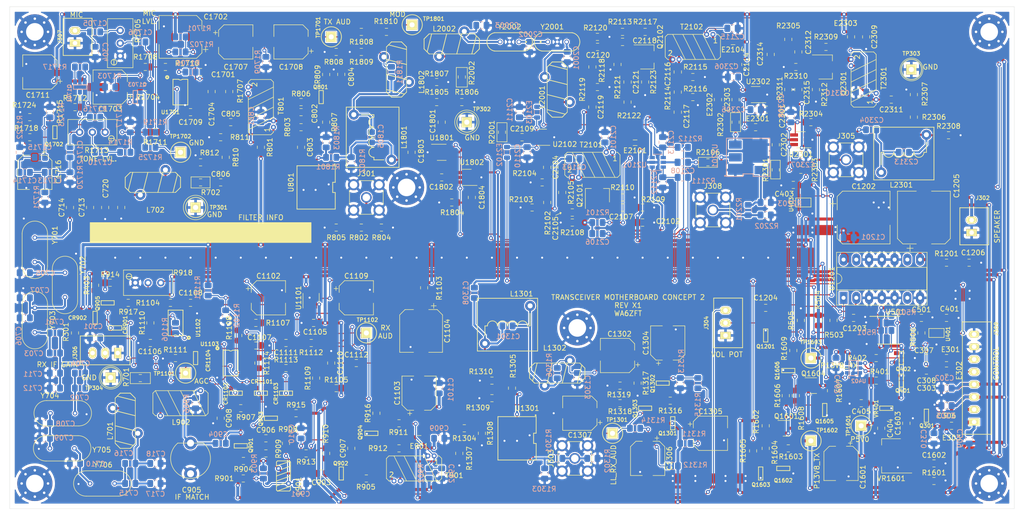
<source format=kicad_pcb>
(kicad_pcb (version 20211014) (generator pcbnew)
  (layers (0 "F.Cu" signal) (31 "B.Cu" signal) (34 "B.Paste" user) (35 "F.Paste" user) (36 "B.SilkS" user "B.Silkscreen") (37 "F.SilkS" user "F.Silkscreen") (38 "B.Mask" user) (39 "F.Mask" user) (44 "Edge.Cuts" user))
  (net 0 "")
  (net 1 "GND")
  (net 2 "/top/IF_GAIN_WIPER")
  (net 3 "/top/P13V8_RX")
  (net 4 "/top/TX_AUDIO_IN")
  (net 5 "/top/P13V8_TX")
  (net 6 "/top/SDA_I2C_3V3")
  (net 7 "/top/SCL_I2C_3V3")
  (net 8 "Net-(C309-Pad1)")
  (net 9 "/top/P13V8")
  (net 10 "P3V3")
  (net 11 "/top/P5V0")
  (net 12 "Net-(C802-Pad1)")
  (net 13 "Net-(C804-Pad1)")
  (net 14 "Net-(C804-Pad2)")
  (net 15 "/top/radio/mixamp/IF_OUT_12R288")
  (net 16 "Net-(C901-Pad1)")
  (net 17 "Net-(C902-Pad1)")
  (net 18 "Net-(C906-Pad1)")
  (net 19 "Net-(C906-Pad2)")
  (net 20 "Net-(C907-Pad2)")
  (net 21 "Net-(C907-Pad1)")
  (net 22 "Net-(C908-Pad1)")
  (net 23 "Net-(C910-Pad1)")
  (net 24 "/top/radio/prod_det_tx_mix/agc/APBIAS")
  (net 25 "Net-(C1104-Pad1)")
  (net 26 "Net-(C1108-Pad2)")
  (net 27 "Net-(C1108-Pad1)")
  (net 28 "Net-(C1109-Pad1)")
  (net 29 "Net-(C1110-Pad1)")
  (net 30 "Net-(C1111-Pad1)")
  (net 31 "Net-(C1111-Pad2)")
  (net 32 "Net-(C1112-Pad1)")
  (net 33 "/top/radio/prod_det_tx_mix/agc/LL_RX_AUDIO")
  (net 34 "Net-(C1203-Pad1)")
  (net 35 "/top/RX_AUDIO_WIPER")
  (net 36 "Net-(C1204-Pad1)")
  (net 37 "Net-(C1205-Pad1)")
  (net 38 "/top/RX_AUDIO_SPEAKER")
  (net 39 "Net-(C1206-Pad1)")
  (net 40 "Net-(C1302-Pad1)")
  (net 41 "Net-(C1302-Pad2)")
  (net 42 "Net-(C1304-Pad1)")
  (net 43 "Net-(C1305-Pad1)")
  (net 44 "Net-(C1306-Pad1)")
  (net 45 "Net-(C1307-Pad1)")
  (net 47 "Net-(C1701-Pad1)")
  (net 48 "Net-(C1703-Pad1)")
  (net 49 "Net-(C1704-Pad1)")
  (net 50 "Net-(C1704-Pad2)")
  (net 51 "Net-(C1705-Pad1)")
  (net 52 "Net-(C1706-Pad1)")
  (net 53 "Net-(C1706-Pad2)")
  (net 54 "Net-(C1707-Pad2)")
  (net 55 "/top/radio/MUTE_RX_AUDIO")
  (net 56 "Net-(C1709-Pad1)")
  (net 57 "Net-(C1710-Pad1)")
  (net 58 "Net-(C1710-Pad2)")
  (net 59 "Net-(C1711-Pad1)")
  (net 60 "Net-(C1712-Pad2)")
  (net 61 "Net-(C1712-Pad1)")
  (net 62 "Net-(C1713-Pad1)")
  (net 63 "Net-(C1714-Pad1)")
  (net 64 "Net-(C1715-Pad1)")
  (net 65 "Net-(C1716-Pad1)")
  (net 66 "Net-(C1717-Pad1)")
  (net 67 "Net-(C1804-Pad2)")
  (net 68 "Net-(C2101-Pad1)")
  (net 69 "Net-(C2105-Pad1)")
  (net 70 "/top/radio/rf_45r1_mic_amp_tune_osc/transverter/bd_amp_45R1/L2RRF_IN")
  (net 71 "Net-(C2107-Pad2)")
  (net 72 "Net-(C2107-Pad1)")
  (net 73 "Net-(C2110-Pad1)")
  (net 74 "Net-(C2111-Pad1)")
  (net 75 "Net-(C2112-Pad1)")
  (net 76 "Net-(C2113-Pad1)")
  (net 77 "Net-(C2115-Pad1)")
  (net 78 "/top/radio/rf_45r1_mic_amp_tune_osc/transverter/bd_amp_45R1/R2L_RF_OUT")
  (net 79 "Net-(C2118-Pad1)")
  (net 80 "/top/radio/rf_45r1_mic_amp_tune_osc/transverter/bd_amp_45R1/R2L_RF_IN")
  (net 81 "Net-(C2121-Pad2)")
  (net 82 "Net-(C2121-Pad1)")
  (net 83 "/top/radio/rf_45r1_mic_amp_tune_osc/transverter/BD_RF_AMP/L2RRF_IN_C")
  (net 84 "/top/radio/rf_45r1_mic_amp_tune_osc/transverter/BD_RF_AMP/L2RRF_IN")
  (net 85 "/top/radio/rf_45r1_mic_amp_tune_osc/transverter/BD_RF_AMP/R2L_RF_OUT")
  (net 86 "Net-(C2304-Pad2)")
  (net 87 "Net-(C2305-Pad1)")
  (net 88 "Net-(C2306-Pad1)")
  (net 89 "Net-(C2307-Pad1)")
  (net 90 "Net-(C2308-Pad1)")
  (net 91 "Net-(C2310-Pad1)")
  (net 92 "Net-(C2312-Pad1)")
  (net 93 "/top/radio/rf_45r1_mic_amp_tune_osc/transverter/BD_RF_AMP/R2L_RF_IN")
  (net 94 "Net-(C2315-Pad1)")
  (net 95 "Net-(C2315-Pad2)")
  (net 96 "/top/radio/ifagc/AGC_IN")
  (net 97 "Net-(CR1101-Pad3)")
  (net 98 "Net-(CR1101-Pad1)")
  (net 99 "Net-(CR1102-Pad3)")
  (net 100 "Net-(CR1104-Pad1)")
  (net 101 "/top/connectors/SDA_I2C_CONN_3V3")
  (net 102 "/top/connectors/SCL_I2C_CONN_3V3")
  (net 103 "/top/LO_FIRST")
  (net 104 "/top/LO_SECOND")
  (net 105 "/top/RX_AUDIO_TOP")
  (net 106 "/top/TRX_RF")
  (net 107 "Net-(J306-Pad3)")
  (net 108 "/top/connectors/LO_THIRD")
  (net 109 "/top/connectors/~{TX}")
  (net 110 "/top/radio/ifagc/IF_IN")
  (net 111 "Net-(L1802-Pad2)")
  (net 112 "/top/i2c/SCL_I2C_5V0")
  (net 113 "/top/i2c/SDA_I2C_5V0")
  (net 114 "Net-(Q903-Pad1)")
  (net 115 "Net-(Q904-Pad1)")
  (net 116 "Net-(Q905-Pad1)")
  (net 117 "/top/i2c/TX_IF_GAIN")
  (net 119 "Net-(Q1301-Pad2)")
  (net 120 "Net-(Q1302-Pad3)")
  (net 121 "Net-(Q1303-Pad2)")
  (net 122 "Net-(Q1601-Pad1)")
  (net 123 "Net-(Q1602-Pad1)")
  (net 124 "Net-(Q1602-Pad3)")
  (net 125 "Net-(Q1603-Pad1)")
  (net 126 "Net-(Q1604-Pad1)")
  (net 127 "Net-(Q1605-Pad1)")
  (net 128 "Net-(Q1605-Pad3)")
  (net 129 "Net-(Q1606-Pad1)")
  (net 130 "Net-(Q1701-Pad1)")
  (net 131 "Net-(Q1701-Pad3)")
  (net 132 "Net-(Q1702-Pad2)")
  (net 133 "Net-(Q1703-Pad1)")
  (net 134 "Net-(Q1703-Pad3)")
  (net 135 "Net-(R403-Pad2)")
  (net 136 "/top/ENA_TUNE_OSC_3V3")
  (net 137 "/top/DIS_AGC_3V3")
  (net 138 "/top/PTT_3V3")
  (net 139 "Net-(R917-Pad1)")
  (net 140 "Net-(R1106-Pad1)")
  (net 141 "Net-(R1107-Pad1)")
  (net 142 "Net-(R1113-Pad1)")
  (net 144 "/top/PTT_3V3_N")
  (net 145 "Net-(R1706-Pad2)")
  (net 146 "Net-(R1708-Pad1)")
  (net 147 "Net-(R1725-Pad2)")
  (net 148 "/top/radio/mixamp/RX_IF_IN_45R1")
  (net 149 "/top/radio/rf_45r1_mic_amp_tune_osc/if_45r1_mic_amp_tune_osc/TRX_IF_45R1")
  (net 150 "Net-(R1810-Pad2)")
  (net 151 "/top/radio/rf_45r1_mic_amp_tune_osc/transverter/bd_amp_45R1/BDA_RIGHT")
  (net 153 "/top/radio/rf_45r1_mic_amp_tune_osc/transverter/BD_RF_AMP/BDA_RIGHT")
  (net 154 "/top/radio/xtal_filter/Y703_RF")
  (net 155 "/top/radio/xtal_filter/C701_RF")
  (net 156 "/top/radio/xtal_filter/C702_RF")
  (net 157 "/top/radio/xtal_filter/Y701_RF")
  (net 158 "/top/radio/xtal_filter/Y702_RF")
  (net 159 "/top/radio/xtal_filter/Y704_RF")
  (net 160 "/top/radio/xtal_filter/Y705_RF")
  (net 161 "/top/radio/xtal_filter/C713_RF")
  (net 162 "/top/radio/xtal_filter/C719_RF")
  (net 163 "/top/radio/xtal_filter/C715_RF")
  (net 164 "/top/radio/xtal_filter/Y706_RF")
  (net 165 "/top/radio/mixamp/R801_PWR")
  (net 166 "/top/radio/mixamp/Q801_B_RF")
  (net 167 "/top/radio/mixamp/U801_RF")
  (net 168 "/top/radio/mixamp/C805_RF")
  (net 169 "/top/radio/mixamp/T801_RF")
  (net 170 "/top/radio/mixamp/C806_RF")
  (net 171 "/top/radio/ifagc/C903_RF")
  (net 172 "/top/radio/ifagc/R904_RF")
  (net 173 "/top/radio/ifagc/C904_RF")
  (net 174 "/top/radio/ifagc/L902_RF")
  (net 175 "/top/radio/prod_det_tx_mix/second_mixer_audio_preamp/R1305_RF")
  (net 176 "/top/radio/prod_det_tx_mix/second_mixer_audio_preamp/L1301_RF")
  (net 177 "/top/radio/rf_45r1_mic_amp_tune_osc/if_45r1_mic_amp_tune_osc/trx_switch/U1801_C_RF")
  (net 178 "/top/radio/rf_45r1_mic_amp_tune_osc/if_45r1_mic_amp_tune_osc/trx_switch/C1802_RF")
  (net 179 "/top/radio/rf_45r1_mic_amp_tune_osc/if_45r1_mic_amp_tune_osc/trx_switch/U1801_NO_RF")
  (net 180 "/top/radio/rf_45r1_mic_amp_tune_osc/if_45r1_mic_amp_tune_osc/trx_switch/U1802_C_RF")
  (net 181 "/top/radio/rf_45r1_mic_amp_tune_osc/if_45r1_mic_amp_tune_osc/trx_switch/U1801_NC_RF")
  (net 182 "/top/radio/rf_45r1_mic_amp_tune_osc/if_45r1_mic_amp_tune_osc/trx_switch/C1805_RF")
  (net 183 "/top/radio/rf_45r1_mic_amp_tune_osc/if_45r1_mic_amp_tune_osc/trx_switch/U1802_NC_RF")
  (net 184 "/top/radio/rf_45r1_mic_amp_tune_osc/if_45r1_mic_amp_tune_osc/trx_switch/L1802_RF")
  (net 185 "/top/radio/rf_45r1_mic_amp_tune_osc/transverter/roofing_filter/L2001_RF")
  (net 186 "/top/radio/rf_45r1_mic_amp_tune_osc/transverter/roofing_filter/Y2001_RF")
  (net 187 "/top/radio/rf_45r1_mic_amp_tune_osc/transverter/roofing_filter/Y2002_RF")
  (net 188 "/top/radio/rf_45r1_mic_amp_tune_osc/transverter/bd_amp_45R1/C2103_RF")
  (net 189 "/top/radio/rf_45r1_mic_amp_tune_osc/transverter/bd_amp_45R1/T2101_RF")
  (net 190 "/top/radio/rf_45r1_mic_amp_tune_osc/transverter/bd_amp_45R1/C2104_RF")
  (net 191 "/top/radio/rf_45r1_mic_amp_tune_osc/transverter/bd_amp_45R1/R2102_RF")
  (net 192 "/top/radio/rf_45r1_mic_amp_tune_osc/transverter/bd_amp_45R1/C2106_RF")
  (net 193 "/top/radio/rf_45r1_mic_amp_tune_osc/transverter/bd_amp_45R1/C2108_RF")
  (net 194 "/top/radio/rf_45r1_mic_amp_tune_osc/transverter/bd_amp_45R1/R2106_RF")
  (net 195 "/top/radio/rf_45r1_mic_amp_tune_osc/transverter/bd_amp_45R1/U2102_RF")
  (net 196 "/top/radio/rf_45r1_mic_amp_tune_osc/transverter/bd_amp_45R1/C2116_RF")
  (net 197 "/top/radio/rf_45r1_mic_amp_tune_osc/transverter/bd_amp_45R1/T2102_RF")
  (net 198 "/top/radio/rf_45r1_mic_amp_tune_osc/transverter/bd_amp_45R1/R2114_RF")
  (net 199 "/top/radio/rf_45r1_mic_amp_tune_osc/transverter/bd_amp_45R1/C2120_RF")
  (net 200 "/top/radio/rf_45r1_mic_amp_tune_osc/transverter/bd_amp_45R1/C2119_RF")
  (net 201 "/top/radio/rf_45r1_mic_amp_tune_osc/transverter/bd_amp_45R1/R2118_RF")
  (net 202 "/top/radio/rf_45r1_mic_amp_tune_osc/transverter/BD_RF_AMP/R2301_RF")
  (net 203 "/top/radio/rf_45r1_mic_amp_tune_osc/transverter/BD_RF_AMP/U2301_C_RF")
  (net 204 "/top/radio/rf_45r1_mic_amp_tune_osc/transverter/BD_RF_AMP/C2303_RF")
  (net 205 "/top/radio/rf_45r1_mic_amp_tune_osc/transverter/BD_RF_AMP/U2302_C_RF")
  (net 206 "/top/radio/rf_45r1_mic_amp_tune_osc/transverter/BD_RF_AMP/T2301_RF")
  (net 207 "/top/radio/rf_45r1_mic_amp_tune_osc/transverter/BD_RF_AMP/C2311_RF")
  (net 208 "/top/radio/rf_45r1_mic_amp_tune_osc/transverter/BD_RF_AMP/C2314_RF")
  (net 209 "/top/radio/rf_45r1_mic_amp_tune_osc/transverter/BD_RF_AMP/R2306_RF")
  (net 210 "/top/radio/xtal_filter/L701_RF")
  (net 211 "/top/radio/xtal_filter/R702_RF")
  (net 212 "/top/radio/rf_45r1_mic_amp_tune_osc/transverter/roofing_filter/R2001_RF")
  (net 213 "/top/radio/rf_45r1_mic_amp_tune_osc/transverter/roofing_filter/L2002_RF")
  (net 214 "/top/radio/mixamp/Q810_C_RF")
  (net 215 "/top/radio/ifagc/Q901_RF")
  (net 216 "/top/radio/ifagc/Q902_RF")
  (net 217 "/top/radio/rf_45r1_mic_amp_tune_osc/transverter/bd_amp_45R1/Q2101_RF")
  (net 218 "/top/radio/rf_45r1_mic_amp_tune_osc/transverter/bd_amp_45R1/Q2102_RF")
  (net 219 "/top/radio/rf_45r1_mic_amp_tune_osc/transverter/BD_RF_AMP/Q2301_RF")
  (net 220 "/top/radio/mixamp/U801_LO")
  (net 221 "/top/radio/ifagc/R905_RF")
  (net 222 "/top/radio/prod_det_tx_mix/second_mixer_audio_preamp/R1301_RF")
  (net 223 "/top/radio/prod_det_tx_mix/second_mixer_audio_preamp/R1304_RF")
  (net 224 "/top/radio/prod_det_tx_mix/second_mixer_audio_preamp/U1301_RF")
  (net 225 "/top/radio/rf_45r1_mic_amp_tune_osc/transverter/THIRD_MIXER/R2201_RF")
  (net 228 "/top/radio/rf_45r1_mic_amp_tune_osc/if_45r1_mic_amp_tune_osc/speech_amp/AUDIO_OUT")
  (net 229 "/top/radio/prod_det_tx_mix/TX_IF_OUT_45R1")
  (net 230 "/top/radio/rf_45r1_mic_amp_tune_osc/transverter/THIRD_MIXER/IF")
  (net 231 "/top/radio/ifagc/IF_OUT")
  (footprint "MountingHole:MountingHole_3.5mm_Pad_Via" (layer "F.Cu") (at 55 55)
    (fp_text reference "MH301" hide)
    (fp_text value "MountingHole_Pad")
  )
  (footprint "MountingHole:MountingHole_3.5mm_Pad_Via" (layer "F.Cu") (at 245 55)
    (fp_text reference "MH302" hide)
    (fp_text value "MountingHole_Pad")
  )
  (footprint "MountingHole:MountingHole_3.5mm_Pad_Via" (layer "F.Cu") (at 55 145)
    (fp_text reference "MH303" hide)
    (fp_text value "MountingHole_Pad")
  )
  (footprint "MountingHole:MountingHole_3.5mm_Pad_Via" (layer "F.Cu") (at 245 145)
    (fp_text reference "MH304" hide)
    (fp_text value "MountingHole_Pad")
  )
  (footprint "MountingHole:MountingHole_3.5mm_Pad_Via" (layer "F.Cu") (at 163 114)
    (fp_text reference "MH305" hide)
    (fp_text value "MountingHole_Pad")
  )
  (footprint "MountingHole:MountingHole_3.5mm_Pad_Via" (layer "F.Cu") (at 129 86)
    (fp_text reference "MH306" hide)
    (fp_text value "MountingHole_Pad")
  )
  (footprint "Capacitor_SMD:C_0805_2012Metric_Pad1.15x1.40mm_HandSolder" (layer "F.Cu") (at 236.5 126 180)
    (fp_text reference "C303")
    (fp_text value "10u")
  )
  (footprint "Capacitor_SMD:C_0805_2012Metric_Pad1.15x1.40mm_HandSolder" (layer "F.Cu") (at 236.5 129.5 180)
    (fp_text reference "C306")
    (fp_text value "10u")
  )
  (footprint "Capacitor_SMD:C_0805_2012Metric_Pad1.15x1.40mm_HandSolder" (layer "F.Cu") (at 232.5 120 180)
    (fp_text reference "C307")
    (fp_text value "100p")
  )
  (footprint "Capacitor_SMD:C_0805_2012Metric_Pad1.15x1.40mm_HandSolder" (layer "F.Cu") (at 232.5 122.5 180)
    (fp_text reference "C308")
    (fp_text value "100p")
  )
  (footprint "Capacitor_SMD:C_0805_2012Metric_Pad1.15x1.40mm_HandSolder" (layer "F.Cu") (at 236.5 112)
    (fp_text reference "C401")
    (fp_text value "0.1u")
  )
  (footprint "Capacitor_SMD:C_0805_2012Metric_Pad1.15x1.40mm_HandSolder" (layer "F.Cu") (at 206 85.5 180)
    (fp_text reference "C403")
    (fp_text value "0.1u")
  )
  (footprint "Capacitor_SMD:C_0805_2012Metric_Pad1.15x1.40mm_HandSolder" (layer "F.Cu") (at 223.5 134 -90)
    (fp_text reference "C404")
    (fp_text value "1u")
  )
  (footprint "Capacitor_SMD:C_0805_2012Metric_Pad1.15x1.40mm_HandSolder" (layer "F.Cu") (at 219.525 129 180)
    (fp_text reference "C405")
    (fp_text value "10u")
  )
  (footprint "Capacitor_SMD:C_0805_2012Metric_Pad1.15x1.40mm_HandSolder" (layer "F.Cu") (at 231.5 112)
    (fp_text reference "C501")
    (fp_text value "0.1u")
  )
  (footprint "mods:JST_B2B_XH_A" (layer "F.Cu") (at 63 56 90)
    (fp_text reference "J307")
    (fp_text value "CONN2" hide)
  )
  (footprint "Capacitor_SMD:C_0805_2012Metric_Pad1.15x1.40mm_HandSolder" (layer "F.Cu") (at 66 90 90)
    (fp_text reference "C713")
    (fp_text value "150p")
  )
  (footprint "Capacitor_SMD:C_0805_2012Metric_Pad1.15x1.40mm_HandSolder" (layer "F.Cu") (at 62 90 90)
    (fp_text reference "C714")
    (fp_text value "10p")
  )
  (footprint "Capacitor_SMD:C_0805_2012Metric_Pad1.15x1.40mm_HandSolder" (layer "F.Cu") (at 72.2 90 -90)
    (fp_text reference "C719" hide)
    (fp_text value "150p")
  )
  (footprint "Capacitor_SMD:C_0805_2012Metric_Pad1.15x1.40mm_HandSolder" (layer "F.Cu") (at 69 90 -90)
    (fp_text reference "C720")
    (fp_text value "20p")
  )
  (footprint "Capacitor_SMD:C_0805_2012Metric_Pad1.15x1.40mm_HandSolder" (layer "F.Cu") (at 108 71 180)
    (fp_text reference "C802")
    (fp_text value "0.1u")
  )
  (footprint "Capacitor_SMD:C_0805_2012Metric_Pad1.15x1.40mm_HandSolder" (layer "F.Cu") (at 108 78 -90)
    (fp_text reference "C803")
    (fp_text value "0.1u")
  )
  (footprint "Capacitor_SMD:C_0805_2012Metric_Pad1.15x1.40mm_HandSolder" (layer "F.Cu") (at 116 63.475 90)
    (fp_text reference "C804")
    (fp_text value "0.1u")
  )
  (footprint "Capacitor_SMD:C_0805_2012Metric_Pad1.15x1.40mm_HandSolder" (layer "F.Cu") (at 94 73)
    (fp_text reference "C805")
    (fp_text value "0.1u")
  )
  (footprint "Capacitor_SMD:C_0805_2012Metric_Pad1.15x1.40mm_HandSolder" (layer "F.Cu") (at 92 85)
    (fp_text reference "C806")
    (fp_text value "0.1u")
  )
  (footprint "Capacitor_SMD:C_0805_2012Metric_Pad1.15x1.40mm_HandSolder" (layer "F.Cu") (at 118 138 90)
    (fp_text reference "C907")
    (fp_text value "0.1u")
  )
  (footprint "Capacitor_SMD:CP_Elec_6.3x5.7" (layer "F.Cu") (at 101.5 108)
    (fp_text reference "C1102")
    (fp_text value "22u")
  )
  (footprint "Capacitor_SMD:CP_Elec_6.3x5.7" (layer "F.Cu") (at 131.5 127 90)
    (fp_text reference "C1103")
    (fp_text value "22u")
  )
  (footprint "Capacitor_SMD:CP_Elec_8x10" (layer "F.Cu") (at 131.9 114.6 -90)
    (fp_text reference "C1104")
    (fp_text value "100u")
  )
  (footprint "Capacitor_SMD:C_0805_2012Metric_Pad1.15x1.40mm_HandSolder" (layer "F.Cu") (at 110.5 113 180)
    (fp_text reference "C1105")
    (fp_text value "0.1u")
  )
  (footprint "Capacitor_SMD:C_0805_2012Metric_Pad1.15x1.40mm_HandSolder" (layer "F.Cu") (at 99 117.5)
    (fp_text reference "C1107")
    (fp_text value "0.1u")
  )
  (footprint "Capacitor_SMD:C_0805_2012Metric_Pad1.15x1.40mm_HandSolder" (layer "F.Cu") (at 86 109)
    (fp_text reference "C1108")
    (fp_text value "0.1u")
  )
  (footprint "Capacitor_SMD:CP_Elec_6.3x5.7" (layer "F.Cu") (at 119 108)
    (fp_text reference "C1109")
    (fp_text value "22u")
  )
  (footprint "Capacitor_SMD:C_0805_2012Metric_Pad1.15x1.40mm_HandSolder" (layer "F.Cu") (at 114 121 90)
    (fp_text reference "C1110")
    (fp_text value "1u")
  )
  (footprint "Capacitor_SMD:C_0805_2012Metric_Pad1.15x1.40mm_HandSolder" (layer "F.Cu") (at 119 121)
    (fp_text reference "C1112")
    (fp_text value "4.7u")
  )
  (footprint "Capacitor_SMD:CP_Elec_10x10" (layer "F.Cu") (at 220 92)
    (fp_text reference "C1202")
    (fp_text value "470u")
  )
  (footprint "Capacitor_SMD:C_0805_2012Metric_Pad1.15x1.40mm_HandSolder" (layer "F.Cu") (at 218 112)
    (fp_text reference "C1203")
    (fp_text value "4.7u")
  )
  (footprint "Capacitor_SMD:CP_Elec_10x10" (layer "F.Cu") (at 232 92 90)
    (fp_text reference "C1205")
    (fp_text value "470u")
  )
  (footprint "Capacitor_SMD:C_0805_2012Metric_Pad1.15x1.40mm_HandSolder" (layer "F.Cu") (at 241 101)
    (fp_text reference "C1206")
    (fp_text value "0.1u")
  )
  (footprint "Capacitor_SMD:CP_Elec_6.3x5.7" (layer "F.Cu") (at 171 119.5 180)
    (fp_text reference "C1302")
    (fp_text value "22u")
  )
  (footprint "Capacitor_SMD:CP_Elec_6.3x5.7" (layer "F.Cu") (at 181 117 90)
    (fp_text reference "C1304")
    (fp_text value "22u")
  )
  (footprint "Capacitor_SMD:CP_Elec_6.3x5.7" (layer "F.Cu") (at 189.5 135)
    (fp_text reference "C1305")
    (fp_text value "22u")
  )
  (footprint "Capacitor_SMD:CP_Elec_6.3x5.7" (layer "F.Cu") (at 177 140 -90)
    (fp_text reference "C1306")
    (fp_text value "22u")
  )
  (footprint "Capacitor_SMD:CP_Elec_6.3x5.7" (layer "F.Cu") (at 163.5 131 180)
    (fp_text reference "C1307")
    (fp_text value "22u")
  )
  (footprint "Capacitor_SMD:CP_Elec_6.3x5.7" (layer "F.Cu") (at 215.5 141 -90)
    (fp_text reference "C1601")
    (fp_text value "22u")
  )
  (footprint "Capacitor_SMD:C_0805_2012Metric_Pad1.15x1.40mm_HandSolder" (layer "F.Cu") (at 234 141)
    (fp_text reference "C1602")
    (fp_text value "0.1u")
  )
  (footprint "Capacitor_SMD:C_0805_2012Metric_Pad1.18x1.45mm_HandSolder" (layer "F.Cu") (at 228.5 133 90)
    (fp_text reference "C1603")
    (fp_text value "4.7u")
  )
  (footprint "Capacitor_SMD:C_0805_2012Metric_Pad1.15x1.40mm_HandSolder" (layer "F.Cu") (at 88 63)
    (fp_text reference "C1701")
    (fp_text value "0.1u")
  )
  (footprint "Capacitor_SMD:CP_Elec_8x10" (layer "F.Cu") (at 84 56 180)
    (fp_text reference "C1702")
    (fp_text value "100u")
  )
  (footprint "Capacitor_SMD:CP_Elec_6.3x5.7" (layer "F.Cu") (at 70 66 180)
    (fp_text reference "C1703")
    (fp_text value "22u")
  )
  (footprint "Capacitor_SMD:C_0805_2012Metric_Pad1.15x1.40mm_HandSolder" (layer "F.Cu") (at 90.2 66.9 90)
    (fp_text reference "C1704")
    (fp_text value "0.01u")
  )
  (footprint "Capacitor_SMD:CP_Elec_6.3x5.7" (layer "F.Cu") (at 95 57)
    (fp_text reference "C1707")
    (fp_text value "22u")
  )
  (footprint "Capacitor_SMD:CP_Elec_6.3x5.7" (layer "F.Cu") (at 106 57 180)
    (fp_text reference "C1708")
    (fp_text value "22u")
  )
  (footprint "Capacitor_SMD:C_0805_2012Metric_Pad1.15x1.40mm_HandSolder" (layer "F.Cu") (at 86 71 180)
    (fp_text reference "C1709")
    (fp_text value "0.0027u")
  )
  (footprint "Capacitor_SMD:CP_Elec_6.3x5.7" (layer "F.Cu") (at 56 63 180)
    (fp_text reference "C1711")
    (fp_text value "22u")
  )
  (footprint "Capacitor_SMD:CP_Elec_6.3x5.7" (layer "F.Cu") (at 55 83 -90)
    (fp_text reference "C1716")
    (fp_text value "22u")
  )
  (footprint "Capacitor_SMD:C_0805_2012Metric_Pad1.15x1.40mm_HandSolder" (layer "F.Cu") (at 136 73 90)
    (fp_text reference "C1801")
    (fp_text value "0.01u")
  )
  (footprint "Capacitor_SMD:C_0805_2012Metric_Pad1.15x1.40mm_HandSolder" (layer "F.Cu") (at 136 84 180)
    (fp_text reference "C1802")
    (fp_text value "0.01u")
  )
  (footprint "Capacitor_SMD:C_0805_2012Metric_Pad1.15x1.40mm_HandSolder" (layer "F.Cu") (at 130 79 -90)
    (fp_text reference "C1803")
    (fp_text value "1000p")
  )
  (footprint "Capacitor_SMD:C_0805_2012Metric_Pad1.15x1.40mm_HandSolder" (layer "F.Cu") (at 142 88 -90)
    (fp_text reference "C1804")
    (fp_text value "0.1u")
  )
  (footprint "Capacitor_SMD:C_0805_2012Metric_Pad1.18x1.45mm_HandSolder" (layer "F.Cu") (at 176 93)
    (fp_text reference "C2102")
    (fp_text value "0.01u")
  )
  (footprint "Capacitor_SMD:C_0805_2012Metric_Pad1.18x1.45mm_HandSolder" (layer "F.Cu") (at 157 82 -90)
    (fp_text reference "C2104")
    (fp_text value "0.01u")
  )
  (footprint "Capacitor_SMD:C_0805_2012Metric_Pad1.18x1.45mm_HandSolder" (layer "F.Cu") (at 162 91)
    (fp_text reference "C2105")
    (fp_text value "0.01u")
  )
  (footprint "Capacitor_SMD:C_0805_2012Metric_Pad1.18x1.45mm_HandSolder" (layer "F.Cu") (at 172 90)
    (fp_text reference "C2107")
    (fp_text value "0.01u")
  )
  (footprint "Capacitor_SMD:C_0805_2012Metric_Pad1.18x1.45mm_HandSolder" (layer "F.Cu") (at 152 76)
    (fp_text reference "C2109")
    (fp_text value "0.01u")
  )
  (footprint "Capacitor_SMD:C_0805_2012Metric_Pad1.18x1.45mm_HandSolder" (layer "F.Cu") (at 195 61.5 -90)
    (fp_text reference "C2114")
    (fp_text value "0.01u")
  )
  (footprint "Capacitor_SMD:C_0805_2012Metric_Pad1.18x1.45mm_HandSolder" (layer "F.Cu") (at 183 71 90)
    (fp_text reference "C2117")
    (fp_text value "0.01u")
  )
  (footprint "Capacitor_SMD:C_0805_2012Metric_Pad1.18x1.45mm_HandSolder" (layer "F.Cu") (at 172 57 180)
    (fp_text reference "C2118")
    (fp_text value "0.01u")
  )
  (footprint "Capacitor_SMD:C_0805_2012Metric_Pad1.18x1.45mm_HandSolder" (layer "F.Cu") (at 166 70 -90)
    (fp_text reference "C2119")
    (fp_text value "0.01u")
  )
  (footprint "Capacitor_SMD:C_0805_2012Metric_Pad1.18x1.45mm_HandSolder" (layer "F.Cu") (at 167.025 58 180)
    (fp_text reference "C2120")
    (fp_text value "0.01u")
  )
  (footprint "Capacitor_SMD:C_0805_2012Metric_Pad1.18x1.45mm_HandSolder" (layer "F.Cu") (at 173 65 -90)
    (fp_text reference "C2121")
    (fp_text value "0.01u")
  )
  (footprint "Capacitor_SMD:C_0805_2012Metric_Pad1.15x1.40mm_HandSolder" (layer "F.Cu") (at 200.6 70.5)
    (fp_text reference "C2301")
    (fp_text value "0.1u")
  )
  (footprint "Capacitor_SMD:C_0805_2012Metric_Pad1.15x1.40mm_HandSolder" (layer "F.Cu") (at 202.5 77.5 -90)
    (fp_text reference "C2302")
    (fp_text value "0.1u")
  )
  (footprint "Capacitor_SMD:C_0805_2012Metric_Pad1.15x1.40mm_HandSolder" (layer "F.Cu") (at 194.5 68.5 90)
    (fp_text reference "C2303")
    (fp_text value "0.1u")
  )
  (footprint "Capacitor_SMD:C_0805_2012Metric_Pad1.15x1.40mm_HandSolder" (layer "F.Cu") (at 220.5 56 -90)
    (fp_text reference "C2309")
    (fp_text value "0.1u")
  )
  (footprint "Capacitor_SMD:C_0805_2012Metric_Pad1.15x1.40mm_HandSolder" (layer "F.Cu") (at 225.5 68.5 180)
    (fp_text reference "C2311")
    (fp_text value "0.1u")
  )
  (footprint "Capacitor_SMD:C_0805_2012Metric_Pad1.15x1.40mm_HandSolder" (layer "F.Cu") (at 207 59 -90)
    (fp_text reference "C2312")
    (fp_text value "0.1u")
  )
  (footprint "Capacitor_SMD:C_0805_2012Metric_Pad1.15x1.40mm_HandSolder" (layer "F.Cu") (at 201.5 59.5 -90)
    (fp_text reference "C2314")
    (fp_text value "0.1u")
  )
  (footprint "Capacitor_SMD:C_0805_2012Metric_Pad1.15x1.40mm_HandSolder" (layer "F.Cu") (at 207 66.5 -90)
    (fp_text reference "C2315")
    (fp_text value "0.1u")
  )
  (footprint "mods:SOT23-3-SAR" (layer "F.Cu") (at 100 127 180)
    (fp_text reference "CR1101")
    (fp_text value "BAT54" hide)
  )
  (footprint "mods:SOT23-3-SAR" (layer "F.Cu") (at 95 127 180)
    (fp_text reference "CR1102")
    (fp_text value "BAT54" hide)
  )
  (footprint "mods:SOT23-3-SAR" (layer "F.Cu") (at 105 127 180)
    (fp_text reference "CR1103")
    (fp_text value "BAT54" hide)
  )
  (footprint "mods:SOT23-3-SAR" (layer "F.Cu") (at 87 120 90)
    (fp_text reference "CR1104")
    (fp_text value "BAT54" hide)
  )
  (footprint "Inductor_SMD:L_0805_2012Metric_Pad1.15x1.40mm_HandSolder" (layer "F.Cu") (at 236.5 120 180)
    (fp_text reference "E301")
    (fp_text value "FB0805")
  )
  (footprint "Inductor_SMD:L_0805_2012Metric_Pad1.15x1.40mm_HandSolder" (layer "F.Cu") (at 236.5 122.5 180)
    (fp_text reference "E302")
    (fp_text value "FB0805")
  )
  (footprint "Inductor_SMD:L_0805_2012Metric_Pad1.15x1.40mm_HandSolder" (layer "F.Cu") (at 237.5 133.5 180)
    (fp_text reference "E303")
    (fp_text value "FB0805")
  )
  (footprint "Inductor_SMD:L_0805_2012Metric" (layer "F.Cu") (at 131.5 136 180)
    (fp_text reference "E901")
    (fp_text value "GZ2012U601TF")
  )
  (footprint "Inductor_SMD:L_0805_2012Metric" (layer "F.Cu") (at 174.5 77.1 180)
    (fp_text reference "E2101")
    (fp_text value "FB0805")
  )
  (footprint "Inductor_SMD:L_0805_2012Metric" (layer "F.Cu") (at 194 57 180)
    (fp_text reference "E2104")
    (fp_text value "FB0805")
  )
  (footprint "Inductor_SMD:L_0805_2012Metric_Pad1.15x1.40mm_HandSolder" (layer "F.Cu") (at 198.5 74 180)
    (fp_text reference "E2301")
    (fp_text value "FB0805")
  )
  (footprint "Inductor_SMD:L_0805_2012Metric_Pad1.15x1.40mm_HandSolder" (layer "F.Cu") (at 191 68.5 90)
    (fp_text reference "E2302")
    (fp_text value "FB0805")
  )
  (footprint "Inductor_SMD:L_0805_2012Metric_Pad1.15x1.40mm_HandSolder" (layer "F.Cu") (at 217.5 56 -90)
    (fp_text reference "E2303")
    (fp_text value "FB0805")
  )
  (footprint "mods:SMA_Kinghelm_KHSMA-KE8-G_Vertical" (layer "F.Cu") (at 121 88)
    (fp_text reference "J301")
    (fp_text value "CONN_SMA_VERT")
  )
  (footprint "mods:JST_B2B_XH_A" (layer "F.Cu") (at 241.5 93.75 90)
    (fp_text reference "J302")
    (fp_text value "CONN2" hide)
  )
  (footprint "mods:JST_B3B_XH_A" (layer "F.Cu") (at 192.5 113 90)
    (fp_text reference "J304")
    (fp_text value "CONN3" hide)
  )
  (footprint "mods:SMA_Kinghelm_KHSMA-KE8-G_Vertical" (layer "F.Cu") (at 216.5 80.5)
    (fp_text reference "J305")
    (fp_text value "CONN_SMA_VERT")
  )
  (footprint "mods:JST_B3B_XH_A" (layer "F.Cu") (at 69 119 180)
    (fp_text reference "J306")
    (fp_text value "CONN3" hide)
  )
  (footprint "mods:SMA_Kinghelm_KHSMA-KE8-G_Vertical" (layer "F.Cu") (at 190 90.5)
    (fp_text reference "J308")
    (fp_text value "CONN_SMA_VERT")
  )
  (footprint "mods:JST_B8B_XH_A" (layer "F.Cu") (at 242 124 90)
    (fp_text reference "J309")
    (fp_text value "CONN8" hide)
  )
  (footprint "mods:TOROID_T37_VERT" (layer "F.Cu") (at 73 133 -90)
    (fp_text reference "L701")
    (fp_text value "0.97uH")
  )
  (footprint "mods:TOROID_T37_VERT" (layer "F.Cu") (at 79 85)
    (fp_text reference "L702")
    (fp_text value "0.97uH")
  )
  (footprint "mods:IND_Handwound_FT37" (layer "F.Cu") (at 84 129 180)
    (fp_text reference "L902")
    (fp_text value "4.13uH")
  )
  (footprint "mods:TOROID_T37_VERT" (layer "F.Cu") (at 158.5 123 180)
    (fp_text reference "L1302")
    (fp_text value "15uH")
  )
  (footprint "mods:TOROID_T37_VERT" (layer "F.Cu") (at 127 62 90)
    (fp_text reference "L1802")
    (fp_text value "27uH")
  )
  (footprint "mods:TOROID_T37_VERT" (layer "F.Cu") (at 159 66 90)
    (fp_text reference "L2001")
    (fp_text value "0.563uH")
  )
  (footprint "mods:TOROID_T37_VERT" (layer "F.Cu") (at 137.5 57.4 180)
    (fp_text reference "L2002")
    (fp_text value "0.563uH")
  )
  (footprint "mods:SOT23-3-SAR" (layer "F.Cu") (at 232.5 131.5 -90)
    (fp_text reference "Q301")
    (fp_text value "BSS138" hide)
  )
  (footprint "mods:SOT23-3-SAR" (layer "F.Cu") (at 227.5 124.5 -90)
    (fp_text reference "Q401")
    (fp_text value "BSS138" hide)
  )
  (footprint "mods:SOT23-3-SAR" (layer "F.Cu") (at 227.5 120 -90)
    (fp_text reference "Q402")
    (fp_text value "BSS138" hide)
  )
  (footprint "mods:SOT23-3-SAR" (layer "F.Cu") (at 112 68 90)
    (fp_text reference "Q801")
    (fp_text value "MMBT3904" hide)
  )
  (footprint "mods:SOT23-3-SAR" (layer "F.Cu") (at 116 143 90)
    (fp_text reference "Q902")
    (fp_text value "MMBFJ310" hide)
  )
  (footprint "mods:SOT23-3-SAR" (layer "F.Cu") (at 102 132 180)
    (fp_text reference "Q903")
    (fp_text value "MMBT3904" hide)
  )
  (footprint "mods:SOT23-3-SAR" (layer "F.Cu") (at 122 135 180)
    (fp_text reference "Q904")
    (fp_text value "MMBT3904" hide)
  )
  (footprint "mods:SOT23-3-SAR" (layer "F.Cu") (at 69.5 109 180)
    (fp_text reference "Q905")
    (fp_text value "BSS138" hide)
  )
  (footprint "mods:SOT23-3-SAR" (layer "F.Cu") (at 200.5 115.5 90)
    (fp_text reference "Q1201")
    (fp_text value "BSS138" hide)
  )
  (footprint "mods:SOT23-3-SAR" (layer "F.Cu") (at 180 125 180)
    (fp_text reference "Q1302")
    (fp_text value "MMBT3904" hide)
  )
  (footprint "mods:SOT23-3-SAR" (layer "F.Cu") (at 176.5 130 180)
    (fp_text reference "Q1303")
    (fp_text value "MMBT3904" hide)
  )
  (footprint "Package_TO_SOT_SMD:SOT-23" (layer "F.Cu") (at 204.6 134)
    (fp_text reference "Q1601")
    (fp_text value "SI2369")
  )
  (footprint "mods:SOT23-3-SAR" (layer "F.Cu") (at 204 142)
    (fp_text reference "Q1602")
    (fp_text value "BSS138" hide)
  )
  (footprint "mods:SOT23-3-SAR" (layer "F.Cu") (at 199.5 143 -90)
    (fp_text reference "Q1603")
    (fp_text value "MMBT3904" hide)
  )
  (footprint "Package_TO_SOT_SMD:SOT-23" (layer "F.Cu") (at 210 125.5)
    (fp_text reference "Q1604")
    (fp_text value "SI2369")
  )
  (footprint "mods:SOT23-3-SAR" (layer "F.Cu") (at 212.25 130.35 -90)
    (fp_text reference "Q1605")
    (fp_text value "BSS138" hide)
  )
  (footprint "mods:SOT23-3-SAR" (layer "F.Cu") (at 205 122.5 180)
    (fp_text reference "Q1606")
    (fp_text value "MMBT3904" hide)
  )
  (footprint "mods:SOT23-3-SAR" (layer "F.Cu") (at 59 75 -90)
    (fp_text reference "Q1702")
    (fp_text value "MMBT3904" hide)
  )
  (footprint "Package_TO_SOT_SMD:SOT-89-3" (layer "F.Cu") (at 167 88 90)
    (fp_text reference "Q2101")
    (fp_text value "2SC3357")
  )
  (footprint "Package_TO_SOT_SMD:SOT-89-3" (layer "F.Cu") (at 176.5 60)
    (fp_text reference "Q2102")
    (fp_text value "2SC3357")
  )
  (footprint "Package_TO_SOT_SMD:SOT-89-3" (layer "F.Cu") (at 212 62)
    (fp_text reference "Q2301")
    (fp_text value "2SC3357")
  )
  (footprint "Resistor_SMD:R_0805_2012Metric_Pad1.15x1.40mm_HandSolder" (layer "F.Cu") (at 63 115 -90)
    (fp_text reference "R301")
    (fp_text value "10K")
  )
  (footprint "Resistor_SMD:R_0805_2012Metric_Pad1.15x1.40mm_HandSolder" (layer "F.Cu") (at 222.5 124.5)
    (fp_text reference "R401")
    (fp_text value "10K")
  )
  (footprint "Resistor_SMD:R_0805_2012Metric_Pad1.15x1.40mm_HandSolder" (layer "F.Cu") (at 222.5 120)
    (fp_text reference "R402")
    (fp_text value "10K")
  )
  (footprint "Resistor_SMD:R_0805_2012Metric_Pad1.15x1.40mm_HandSolder" (layer "F.Cu") (at 67 105.5 90)
    (fp_text reference "R403")
    (fp_text value "100")
  )
  (footprint "Resistor_SMD:R_0805_2012Metric_Pad1.15x1.40mm_HandSolder" (layer "F.Cu") (at 214 112.5 90)
    (fp_text reference "R503")
    (fp_text value "1K")
  )
  (footprint "Resistor_SMD:R_0805_2012Metric_Pad1.15x1.40mm_HandSolder" (layer "F.Cu") (at 211 112.5 90)
    (fp_text reference "R504")
    (fp_text value "1K")
  )
  (footprint "Resistor_SMD:R_0805_2012Metric_Pad1.15x1.40mm_HandSolder" (layer "F.Cu") (at 207.5 112.5 90)
    (fp_text reference "R505")
    (fp_text value "1K")
  )
  (footprint "Resistor_SMD:R_0805_2012Metric_Pad1.15x1.40mm_HandSolder" (layer "F.Cu") (at 231.5 115 90)
    (fp_text reference "R506")
    (fp_text value "1K")
  )
  (footprint "Resistor_SMD:R_0805_2012Metric_Pad1.15x1.40mm_HandSolder" (layer "F.Cu") (at 76 124)
    (fp_text reference "R701")
    (fp_text value "0")
  )
  (footprint "Resistor_SMD:R_0805_2012Metric_Pad1.15x1.40mm_HandSolder" (layer "F.Cu") (at 88 85 180)
    (fp_text reference "R702")
    (fp_text value "0")
  )
  (footprint "Resistor_SMD:R_0805_2012Metric_Pad1.15x1.40mm_HandSolder" (layer "F.Cu") (at 100 78 -90)
    (fp_text reference "R801")
    (fp_text value "10")
  )
  (footprint "Resistor_SMD:R_0805_2012Metric_Pad1.15x1.40mm_HandSolder" (layer "F.Cu") (at 120 94)
    (fp_text reference "R802")
    (fp_text value "18")
  )
  (footprint "Resistor_SMD:R_0805_2012Metric_Pad1.15x1.40mm_HandSolder" (layer "F.Cu") (at 108 74)
    (fp_text reference "R803")
    (fp_text value "8.2K")
  )
  (footprint "Resistor_SMD:R_0805_2012Metric_Pad1.15x1.40mm_HandSolder" (layer "F.Cu") (at 124 94)
    (fp_text reference "R804")
    (fp_text value "300")
  )
  (footprint "Resistor_SMD:R_0805_2012Metric_Pad1.15x1.40mm_HandSolder" (layer "F.Cu") (at 115 94 180)
    (fp_text reference "R805")
    (fp_text value "300")
  )
  (footprint "Resistor_SMD:R_0805_2012Metric_Pad1.15x1.40mm_HandSolder" (layer "F.Cu") (at 113 73 -90)
    (fp_text reference "R807")
    (fp_text value "1.5K")
  )
  (footprint "Resistor_SMD:R_0805_2012Metric_Pad1.15x1.40mm_HandSolder" (layer "F.Cu") (at 115 59 180)
    (fp_text reference "R808")
    (fp_text value "6.8")
  )
  (footprint "Resistor_SMD:R_0805_2012Metric_Pad1.15x1.40mm_HandSolder" (layer "F.Cu") (at 113 63.5 90)
    (fp_text reference "R809")
    (fp_text value "120")
  )
  (footprint "Resistor_SMD:R_0805_2012Metric_Pad1.15x1.40mm_HandSolder" (layer "F.Cu") (at 93 80 90)
    (fp_text reference "R810")
    (fp_text value "36")
  )
  (footprint "Resistor_SMD:R_0805_2012Metric_Pad1.15x1.40mm_HandSolder" (layer "F.Cu") (at 92 76 180)
    (fp_text reference "R811")
    (fp_text value "150")
  )
  (footprint "Resistor_SMD:R_0805_2012Metric_Pad1.15x1.40mm_HandSolder" (layer "F.Cu") (at 88 81 180)
    (fp_text reference "R812")
    (fp_text value "150")
  )
  (footprint "Resistor_SMD:R_0805_2012Metric_Pad1.15x1.40mm_HandSolder" (layer "F.Cu") (at 121 144 180)
    (fp_text reference "R905")
    (fp_text value "82")
  )
  (footprint "Resistor_SMD:R_0805_2012Metric_Pad1.15x1.40mm_HandSolder" (layer "F.Cu") (at 105 137 90)
    (fp_text reference "R908")
    (fp_text value "39K")
  )
  (footprint "Resistor_SMD:R_0805_2012Metric_Pad1.15x1.40mm_HandSolder" (layer "F.Cu") (at 127.5 133 180)
    (fp_text reference "R911")
    (fp_text value "39K")
  )
  (footprint "Resistor_SMD:R_0805_2012Metric_Pad1.15x1.40mm_HandSolder" (layer "F.Cu") (at 127.5 138)
    (fp_text reference "R912")
    (fp_text value "390")
  )
  (footprint "Resistor_SMD:R_0805_2012Metric_Pad1.15x1.40mm_HandSolder" (layer "F.Cu") (at 109 139 180)
    (fp_text reference "R913")
    (fp_text value "270K")
  )
  (footprint "Resistor_SMD:R_0805_2012Metric_Pad1.15x1.40mm_HandSolder" (layer "F.Cu") (at 70 105)
    (fp_text reference "R914")
    (fp_text value "270K")
  )
  (footprint "Resistor_SMD:R_0805_2012Metric_Pad1.15x1.40mm_HandSolder" (layer "F.Cu") (at 107 131)
    (fp_text reference "R915")
    (fp_text value "10K")
  )
  (footprint "Resistor_SMD:R_0805_2012Metric_Pad1.15x1.40mm_HandSolder" (layer "F.Cu") (at 123 131 90)
    (fp_text reference "R916")
    (fp_text value "10K")
  )
  (footprint "Resistor_SMD:R_0805_2012Metric_Pad1.15x1.40mm_HandSolder" (layer "F.Cu") (at 73.6 109 180)
    (fp_text reference "R917")
    (fp_text value "0")
  )
  (footprint "mods:Potentiometer_Bourns_3296W_Vertical_Screw_SS" (layer "F.Cu") (at 75 105 180)
    (fp_text reference "R918")
    (fp_text value "20K")
  )
  (footprint "Resistor_SMD:R_0805_2012Metric_Pad1.15x1.40mm_HandSolder" (layer "F.Cu") (at 132.5 106 90)
    (fp_text reference "R1103")
    (fp_text value "100")
  )
  (footprint "Resistor_SMD:R_0805_2012Metric_Pad1.15x1.40mm_HandSolder" (layer "F.Cu") (at 82 109)
    (fp_text reference "R1104")
    (fp_text value "100K")
  )
  (footprint "Resistor_SMD:R_0805_2012Metric_Pad1.15x1.40mm_HandSolder" (layer "F.Cu") (at 115 126)
    (fp_text reference "R1105")
    (fp_text value "2.2M")
  )
  (footprint "Resistor_SMD:R_0805_2012Metric_Pad1.15x1.40mm_HandSolder" (layer "F.Cu") (at 99 113)
    (fp_text reference "R1107")
    (fp_text value "10K")
  )
  (footprint "Resistor_SMD:R_0805_2012Metric_Pad1.15x1.40mm_HandSolder" (layer "F.Cu") (at 95.5 115.5 90)
    (fp_text reference "R1108")
    (fp_text value "100K")
  )
  (footprint "Resistor_SMD:R_0805_2012Metric_Pad1.15x1.40mm_HandSolder" (layer "F.Cu") (at 111 124 90)
    (fp_text reference "R1109")
    (fp_text value "1K")
  )
  (footprint "Resistor_SMD:R_0805_2012Metric_Pad1.15x1.40mm_HandSolder" (layer "F.Cu") (at 78 113 90)
    (fp_text reference "R1110")
    (fp_text value "10K")
  )
  (footprint "Resistor_SMD:R_0805_2012Metric_Pad1.15x1.40mm_HandSolder" (layer "F.Cu") (at 83 120)
    (fp_text reference "R1111")
    (fp_text value "10K")
  )
  (footprint "Resistor_SMD:R_0805_2012Metric_Pad1.15x1.40mm_HandSolder" (layer "F.Cu") (at 110.025 117 180)
    (fp_text reference "R1112")
    (fp_text value "470")
  )
  (footprint "Resistor_SMD:R_0805_2012Metric_Pad1.15x1.40mm_HandSolder" (layer "F.Cu") (at 105 122)
    (fp_text reference "R1113")
    (fp_text value "10K")
  )
  (footprint "Resistor_SMD:R_0805_2012Metric_Pad1.15x1.40mm_HandSolder" (layer "F.Cu") (at 99.5 121 -90)
    (fp_text reference "R1114")
    (fp_text value "10K")
  )
  (footprint "Resistor_SMD:R_0805_2012Metric_Pad1.15x1.40mm_HandSolder" (layer "F.Cu") (at 236.5 101)
    (fp_text reference "R1201")
    (fp_text value "2.7")
  )
  (footprint "Resistor_SMD:R_0805_2012Metric_Pad1.15x1.40mm_HandSolder" (layer "F.Cu") (at 140.5 134 180)
    (fp_text reference "R1304")
    (fp_text value "18")
  )
  (footprint "Resistor_SMD:R_0805_2012Metric_Pad1.15x1.40mm_HandSolder" (layer "F.Cu") (at 150 126 -90)
    (fp_text reference "R1305")
    (fp_text value "36")
  )
  (footprint "Resistor_SMD:R_0805_2012Metric_Pad1.15x1.40mm_HandSolder" (layer "F.Cu") (at 139.5 139 -90)
    (fp_text reference "R1307")
    (fp_text value "300")
  )
  (footprint "Resistor_SMD:R_0805_2012Metric_Pad1.15x1.40mm_HandSolder" (layer "F.Cu") (at 144 135 -90)
    (fp_text reference "R1308")
    (fp_text value "300")
  )
  (footprint "Resistor_SMD:R_0805_2012Metric_Pad1.15x1.40mm_HandSolder" (layer "F.Cu") (at 146 128 180)
    (fp_text reference "R1309")
    (fp_text value "150")
  )
  (footprint "Resistor_SMD:R_0805_2012Metric_Pad1.15x1.40mm_HandSolder" (layer "F.Cu") (at 146 124.5 180)
    (fp_text reference "R1310")
    (fp_text value "150")
  )
  (footprint "Resistor_SMD:R_0805_2012Metric_Pad1.15x1.40mm_HandSolder" (layer "F.Cu") (at 181.5 128.5 180)
    (fp_text reference "R1316")
    (fp_text value "6.8K")
  )
  (footprint "Resistor_SMD:R_0805_2012Metric_Pad1.15x1.40mm_HandSolder" (layer "F.Cu") (at 175 125 -90)
    (fp_text reference "R1317")
    (fp_text value "3.3K")
  )
  (footprint "Resistor_SMD:R_0805_2012Metric_Pad1.15x1.40mm_HandSolder" (layer "F.Cu") (at 171.5 129 180)
    (fp_text reference "R1318")
    (fp_text value "100")
  )
  (footprint "Resistor_SMD:R_0805_2012Metric_Pad1.15x1.40mm_HandSolder" (layer "F.Cu") (at 171.5 125.5 180)
    (fp_text reference "R1319")
    (fp_text value "4.7K")
  )
  (footprint "Resistor_SMD:R_0805_2012Metric_Pad1.15x1.40mm_HandSolder" (layer "F.Cu") (at 234 144.5)
    (fp_text reference "R1601")
    (fp_text value "470")
  )
  (footprint "Resistor_SMD:R_0805_2012Metric_Pad1.15x1.40mm_HandSolder" (layer "F.Cu") (at 200.5 133.5 -90)
    (fp_text reference "R1602")
    (fp_text value "10K")
  )
  (footprint "Resistor_SMD:R_0805_2012Metric_Pad1.15x1.40mm_HandSolder" (layer "F.Cu") (at 205 138 180)
    (fp_text reference "R1603")
    (fp_text value "10")
  )
  (footprint "Resistor_SMD:R_0805_2012Metric_Pad1.15x1.40mm_HandSolder" (layer "F.Cu") (at 200.5 138 -90)
    (fp_text reference "R1604")
    (fp_text value "100")
  )
  (footprint "Resistor_SMD:R_0805_2012Metric_Pad1.15x1.40mm_HandSolder" (layer "F.Cu") (at 198 138.5 90)
    (fp_text reference "R1605")
    (fp_text value "10K")
  )
  (footprint "Resistor_SMD:R_0805_2012Metric_Pad1.15x1.40mm_HandSolder" (layer "F.Cu") (at 204.5 127.5 90)
    (fp_text reference "R1606")
    (fp_text value "10K")
  )
  (footprint "Resistor_SMD:R_0805_2012Metric_Pad1.15x1.40mm_HandSolder" (layer "F.Cu") (at 213.5 126.5 -90)
    (fp_text reference "R1607")
    (fp_text value "10")
  )
  (footprint "Resistor_SMD:R_0805_2012Metric_Pad1.15x1.40mm_HandSolder" (layer "F.Cu") (at 206.5 127.5 -90)
    (fp_text reference "R1608")
    (fp_text value "100")
  )
  (footprint "Resistor_SMD:R_0805_2012Metric_Pad1.15x1.40mm_HandSolder" (layer "F.Cu") (at 206 118.5 90)
    (fp_text reference "R1609")
    (fp_text value "10K")
  )
  (footprint "Resistor_SMD:R_0805_2012Metric_Pad1.15x1.40mm_HandSolder" (layer "F.Cu") (at 77 66 180)
    (fp_text reference "R1704")
    (fp_text value "10K")
  )
  (footprint "mods:Potentiometer_Bourns_3296W_Vertical_Screw_SS" (layer "F.Cu") (at 72 59.8 -90)
    (fp_text reference "R1705")
    (fp_text value "20K")
  )
  (footprint "Resistor_SMD:R_0805_2012Metric_Pad1.15x1.40mm_HandSolder" (layer "F.Cu") (at 93.7 66.9 90)
    (fp_text reference "R1707")
    (fp_text value "10K")
  )
  (footprint "Resistor_SMD:R_0805_2012Metric_Pad1.15x1.40mm_HandSolder" (layer "F.Cu") (at 77 62 180)
    (fp_text reference "R1708")
    (fp_text value "680")
  )
  (footprint "Resistor_SMD:R_0805_2012Metric_Pad1.15x1.40mm_HandSolder" (layer "F.Cu") (at 81 62 180)
    (fp_text reference "R1710")
    (fp_text value "270K")
  )
  (footprint "Resistor_SMD:R_0805_2012Metric_Pad1.15x1.40mm_HandSolder" (layer "F.Cu") (at 79 75 180)
    (fp_text reference "R1711")
    (fp_text value "100K")
  )
  (footprint "Resistor_SMD:R_0805_2012Metric_Pad1.15x1.40mm_HandSolder" (layer "F.Cu") (at 63 70)
    (fp_text reference "R1712")
    (fp_text value "1K")
  )
  (footprint "mods:Potentiometer_Bourns_3296W_Vertical_Screw_SS" (layer "F.Cu") (at 69 75)
    (fp_text reference "R1713")
    (fp_text value "20K")
  )
  (footprint "Resistor_SMD:R_0805_2012Metric_Pad1.15x1.40mm_HandSolder" (layer "F.Cu") (at 58 71 -90)
    (fp_text reference "R1715")
    (fp_text value "75K")
  )
  (footprint "Resistor_SMD:R_0805_2012Metric_Pad1.15x1.40mm_HandSolder" (layer "F.Cu") (at 54 76)
    (fp_text reference "R1718")
    (fp_text value "100")
  )
  (footprint "Resistor_SMD:R_0805_2012Metric_Pad1.15x1.40mm_HandSolder" (layer "F.Cu") (at 54 72 180)
    (fp_text reference "R1724")
    (fp_text value "10K")
  )
  (footprint "Resistor_SMD:R_0805_2012Metric_Pad1.15x1.40mm_HandSolder" (layer "F.Cu") (at 138 89 180)
    (fp_text reference "R1804")
    (fp_text value "51")
  )
  (footprint "Resistor_SMD:R_0805_2012Metric_Pad1.15x1.40mm_HandSolder" (layer "F.Cu") (at 135 69)
    (fp_text reference "R1805")
    (fp_text value "0")
  )
  (footprint "Resistor_SMD:R_0805_2012Metric_Pad1.15x1.40mm_HandSolder" (layer "F.Cu") (at 140 69)
    (fp_text reference "R1806")
    (fp_text value "DNI")
  )
  (footprint "Resistor_SMD:R_0805_2012Metric_Pad1.15x1.40mm_HandSolder" (layer "F.Cu") (at 135 65)
    (fp_text reference "R1807")
    (fp_text value "DNI")
  )
  (footprint "Resistor_SMD:R_0805_2012Metric_Pad1.15x1.40mm_HandSolder" (layer "F.Cu") (at 120 59 180)
    (fp_text reference "R1809")
    (fp_text value "51")
  )
  (footprint "Resistor_SMD:R_0805_2012Metric_Pad1.15x1.40mm_HandSolder" (layer "F.Cu") (at 148 75 -90)
    (fp_text reference "R2001")
    (fp_text value "0")
  )
  (footprint "Resistor_SMD:R_0805_2012Metric_Pad1.15x1.40mm_HandSolder" (layer "F.Cu") (at 140 64 90)
    (fp_text reference "R2002")
    (fp_text value "0")
  )
  (footprint "Resistor_SMD:R_0805_2012Metric_Pad1.15x1.40mm_HandSolder" (layer "F.Cu") (at 157 89 -90)
    (fp_text reference "R2102")
    (fp_text value "36")
  )
  (footprint "Resistor_SMD:R_0805_2012Metric_Pad1.15x1.40mm_HandSolder" (layer "F.Cu") (at 154 90 180)
    (fp_text reference "R2103")
    (fp_text value "150")
  )
  (footprint "Resistor_SMD:R_0805_2012Metric_Pad1.15x1.40mm_HandSolder" (layer "F.Cu") (at 156 85 180)
    (fp_text reference "R2104")
    (fp_text value "150")
  )
  (footprint "Resistor_SMD:R_0805_2012Metric_Pad1.15x1.40mm_HandSolder" (layer "F.Cu") (at 160 87 -90)
    (fp_text reference "R2105")
    (fp_text value "1.6K")
  )
  (footprint "Resistor_SMD:R_0805_2012Metric_Pad1.15x1.40mm_HandSolder" (layer "F.Cu") (at 189 81)
    (fp_text reference "R2106")
    (fp_text value "0")
  )
  (footprint "Resistor_SMD:R_0805_2012Metric_Pad1.15x1.40mm_HandSolder" (layer "F.Cu") (at 162 93 180)
    (fp_text reference "R2108")
    (fp_text value "360")
  )
  (footprint "Resistor_SMD:R_0805_2012Metric_Pad1.15x1.40mm_HandSolder" (layer "F.Cu") (at 176 90)
    (fp_text reference "R2109")
    (fp_text value "6.8")
  )
  (footprint "Resistor_SMD:R_0805_2012Metric_Pad1.15x1.40mm_HandSolder" (layer "F.Cu") (at 172 88)
    (fp_text reference "R2110")
    (fp_text value "30")
  )
  (footprint "Resistor_SMD:R_0805_2012Metric_Pad1.15x1.40mm_HandSolder" (layer "F.Cu") (at 172 55 180)
    (fp_text reference "R2113")
    (fp_text value "2K")
  )
  (footprint "Resistor_SMD:R_0805_2012Metric_Pad1.15x1.40mm_HandSolder" (layer "F.Cu") (at 183 67 90)
    (fp_text reference "R2114")
    (fp_text value "36")
  )
  (footprint "Resistor_SMD:R_0805_2012Metric_Pad1.15x1.40mm_HandSolder" (layer "F.Cu") (at 186 64)
    (fp_text reference "R2115")
    (fp_text value "150")
  )
  (footprint "Resistor_SMD:R_0805_2012Metric_Pad1.15x1.40mm_HandSolder" (layer "F.Cu") (at 186 68)
    (fp_text reference "R2116")
    (fp_text value "150")
  )
  (footprint "Resistor_SMD:R_0805_2012Metric_Pad1.15x1.40mm_HandSolder" (layer "F.Cu") (at 176.5 55 180)
    (fp_text reference "R2117")
    (fp_text value "1.6K")
  )
  (footprint "Resistor_SMD:R_0805_2012Metric_Pad1.15x1.40mm_HandSolder" (layer "F.Cu") (at 166 62 -90)
    (fp_text reference "R2118")
    (fp_text value "36")
  )
  (footprint "Resistor_SMD:R_0805_2012Metric_Pad1.15x1.40mm_HandSolder" (layer "F.Cu") (at 167 66)
    (fp_text reference "R2119")
    (fp_text value "150")
  )
  (footprint "Resistor_SMD:R_0805_2012Metric_Pad1.15x1.40mm_HandSolder" (layer "F.Cu") (at 167 56)
    (fp_text reference "R2120")
    (fp_text value "150")
  )
  (footprint "Resistor_SMD:R_0805_2012Metric_Pad1.15x1.40mm_HandSolder" (layer "F.Cu") (at 171 61.5 -90)
    (fp_text reference "R2121")
    (fp_text value "360")
  )
  (footprint "Resistor_SMD:R_0805_2012Metric_Pad1.15x1.40mm_HandSolder" (layer "F.Cu") (at 173 69 -90)
    (fp_text reference "R2122")
    (fp_text value "6.8")
  )
  (footprint "Resistor_SMD:R_0805_2012Metric_Pad1.15x1.40mm_HandSolder" (layer "F.Cu") (at 176.5 65 -90)
    (fp_text reference "R2123")
    (fp_text value "30")
  )
  (footprint "Resistor_SMD:R_0805_2012Metric_Pad1.15x1.40mm_HandSolder" (layer "F.Cu") (at 202.5 82.5 -90)
    (fp_text reference "R2301")
    (fp_text value "0")
  )
  (footprint "Resistor_SMD:R_0805_2012Metric_Pad1.15x1.40mm_HandSolder" (layer "F.Cu") (at 194.5 73 90)
    (fp_text reference "R2302")
    (fp_text value "0")
  )
  (footprint "Resistor_SMD:R_0805_2012Metric_Pad1.15x1.40mm_HandSolder" (layer "F.Cu") (at 207.5 82.5)
    (fp_text reference "R2303")
    (fp_text value "33")
  )
  (footprint "Resistor_SMD:R_0805_2012Metric_Pad1.15x1.40mm_HandSolder" (layer "F.Cu") (at 209.5 73)
    (fp_text reference "R2304")
    (fp_text value "33")
  )
  (footprint "Resistor_SMD:R_0805_2012Metric_Pad1.15x1.40mm_HandSolder" (layer "F.Cu") (at 205 56.5 -90)
    (fp_text reference "R2305")
    (fp_text value "2K")
  )
  (footprint "Resistor_SMD:R_0805_2012Metric_Pad1.15x1.40mm_HandSolder" (layer "F.Cu") (at 230 72 90)
    (fp_text reference "R2306")
    (fp_text value "36")
  )
  (footprint "Resistor_SMD:R_0805_2012Metric_Pad1.15x1.40mm_HandSolder" (layer "F.Cu") (at 230 67.5 90)
    (fp_text reference "R2307")
    (fp_text value "150")
  )
  (footprint "Resistor_SMD:R_0805_2012Metric_Pad1.15x1.40mm_HandSolder" (layer "F.Cu") (at 236.9 75.6)
    (fp_text reference "R2308")
    (fp_text value "150")
  )
  (footprint "Resistor_SMD:R_0805_2012Metric_Pad1.15x1.40mm_HandSolder" (layer "F.Cu") (at 212.5 58 180)
    (fp_text reference "R2309")
    (fp_text value "330")
  )
  (footprint "Resistor_SMD:R_0805_2012Metric_Pad1.15x1.40mm_HandSolder" (layer "F.Cu") (at 206.5 62 180)
    (fp_text reference "R2310")
    (fp_text value "360")
  )
  (footprint "Resistor_SMD:R_0805_2012Metric_Pad1.15x1.40mm_HandSolder" (layer "F.Cu") (at 205 66.5 90)
    (fp_text reference "R2311")
    (fp_text value "22")
  )
  (footprint "Resistor_SMD:R_0805_2012Metric_Pad1.15x1.40mm_HandSolder" (layer "F.Cu") (at 210.5 66.5 -90)
    (fp_text reference "R2312")
    (fp_text value "30")
  )
  (footprint "mods:XFMR_Handwound_FT37" (layer "F.Cu") (at 100 70 90)
    (fp_text reference "T801")
    (fp_text value "XFMR_RF_BIFILAR")
  )
  (footprint "mods:XFMR_Handwound_FT37" (layer "F.Cu") (at 130.5 142 180)
    (fp_text reference "T901")
    (fp_text value "FT37-43")
  )
  (footprint "mods:XFMR_Handwound_FT37" (layer "F.Cu") (at 166 81.5 180)
    (fp_text reference "T2101")
    (fp_text value "XFMR_RF_BIFILAR")
  )
  (footprint "mods:XFMR_Handwound_FT37" (layer "F.Cu") (at 186 58 180)
    (fp_text reference "T2102")
    (fp_text value "XFMR_RF_BIFILAR")
  )
  (footprint "mods:XFMR_Handwound_FT37" (layer "F.Cu") (at 220 64.5 90)
    (fp_text reference "T2301")
    (fp_text value "XFMR_RF_BIFILAR")
  )
  (footprint "mods:TESTPIN" (layer "F.Cu") (at 87 90)
    (fp_text reference "TP301")
    (fp_text value "TESTPINTPSQ025" hide)
  )
  (footprint "mods:TESTPIN" (layer "F.Cu") (at 141 73)
    (fp_text reference "TP302")
    (fp_text value "TESTPINTPSQ025" hide)
  )
  (footprint "mods:TESTPIN" (layer "F.Cu") (at 229.5 62.5)
    (fp_text reference "TP303")
    (fp_text value "TESTPINTPSQ025" hide)
  )
  (footprint "mods:TESTPIN" (layer "F.Cu") (at 70.09 123.89)
    (fp_text reference "TP304")
    (fp_text value "TESTPINTPSQ025" hide)
  )
  (footprint "mods:TESTPIN" (layer "F.Cu") (at 85 123)
    (fp_text reference "TP1101")
    (fp_text value "TESTPINTPSQ025" hide)
  )
  (footprint "mods:TESTPIN" (layer "F.Cu") (at 121 115)
    (fp_text reference "TP1102")
    (fp_text value "TESTPINTPSQ025" hide)
  )
  (footprint "mods:TESTPIN" (layer "F.Cu") (at 170 135)
    (fp_text reference "TP1301")
    (fp_text value "TESTPINTPSQ025" hide)
  )
  (footprint "mods:TESTPIN" (layer "F.Cu") (at 219.5 133.5)
    (fp_text reference "TP1601")
    (fp_text value "TESTPINTPSQ025" hide)
  )
  (footprint "mods:TESTPIN" (layer "F.Cu") (at 209.5 136.5)
    (fp_text reference "TP1602")
    (fp_text value "TESTPINTPSQ025" hide)
  )
  (footprint "mods:TESTPIN" (layer "F.Cu") (at 209.5 120)
    (fp_text reference "TP1603")
    (fp_text value "TESTPINTPSQ025" hide)
  )
  (footprint "mods:TESTPIN" (layer "F.Cu") (at 114 56)
    (fp_text reference "TP1701")
    (fp_text value "TESTPINTPSQ025" hide)
  )
  (footprint "mods:TESTPIN" (layer "F.Cu") (at 84 79)
    (fp_text reference "TP1702")
    (fp_text value "TESTPINTPSQ025" hide)
  )
  (footprint "mods:TESTPIN" (layer "F.Cu") (at 130.1 53.6)
    (fp_text reference "TP1801")
    (fp_text value "TESTPINTPSQ025" hide)
  )
  (footprint "mods:SOT23-5-SAR" (layer "F.Cu") (at 234.5 115)
    (fp_text reference "U401")
    (fp_text value "24CW640" hide)
  )
  (footprint "mods:SOT23-5-SAR" (layer "F.Cu") (at 208 89)
    (fp_text reference "U403")
    (fp_text value "74LVC1G00" hide)
  )
  (footprint "Package_SO:TSSOP-16_4.4x5mm_P0.65mm" (layer "F.Cu") (at 225 114.5)
    (fp_text reference "U501")
    (fp_text value "PCA9554APW")
  )
  (footprint "mods:MCL-6-SMD_7R97X5R59" (layer "F.Cu") (at 111 86 180)
    (fp_text reference "U801")
    (fp_text value "ADE-1")
  )
  (footprint "Package_TO_SOT_SMD:SOT-23-8_Handsoldering" (layer "F.Cu") (at 110 108 90)
    (fp_text reference "U1101")
    (fp_text value "DG449DS-T1-E3")
  )
  (footprint "mods:SOIC8N-SAR" (layer "F.Cu") (at 83 113 180)
    (fp_text reference "U1102")
    (fp_text value "LMC6482" hide)
  )
  (footprint "mods:SOIC8N-SAR" (layer "F.Cu") (at 94 121)
    (fp_text reference "U1103")
    (fp_text value "LMC6482" hide)
  )
  (footprint "Package_DIP:DIP-14_W7.62mm_Socket_LongPads" (layer "F.Cu") (at 216 108 90)
    (fp_text reference "U1201")
    (fp_text value "LM380N")
  )
  (footprint "mods:MCL-6-SMD_7R97X5R59" (layer "F.Cu") (at 151 136 180)
    (fp_text reference "U1301")
    (fp_text value "ADE-1")
  )
  (footprint "mods:SOIC8N-SAR" (layer "F.Cu") (at 84 67)
    (fp_text reference "U1701")
    (fp_text value "LMC6482" hide)
  )
  (footprint "Package_TO_SOT_SMD:SOT-23-6_Handsoldering" (layer "F.Cu") (at 136 79)
    (fp_text reference "U1801")
    (fp_text value "AS169-73")
  )
  (footprint "Package_TO_SOT_SMD:SOT-23-6" (layer "F.Cu") (at 156 76 180)
    (fp_text reference "U2102")
    (fp_text value "AS169-73")
  )
  (footprint "Package_TO_SOT_SMD:SOT-23-6_Handsoldering" (layer "F.Cu") (at 207.5 76.5 180)
    (fp_text reference "U2301")
    (fp_text value "AS169-73")
  )
  (footprint "mods:SOT23-3-SAR" (layer "F.Cu") (at 224.5 130 180)
    (fp_text reference "VR401")
    (fp_text value "ME6211A33M3G-N" hide)
  )
  (footprint "Package_TO_SOT_SMD:SOT-223-3_TabPin2" (layer "F.Cu") (at 225.5 139.5 180)
    (fp_text reference "VR1601")
    (fp_text value "NCP1117-5.0_SOT223")
  )
  (footprint "mods:Crystal_HC49_Vertical_With_Grounding_Pad" (layer "F.Cu") (at 55 96 -90)
    (fp_text reference "Y701")
    (fp_text value "12.288 MHz")
  )
  (footprint "mods:Crystal_HC49_Vertical_With_Grounding_Pad" (layer "F.Cu") (at 61 103 -90)
    (fp_text reference "Y702")
    (fp_text value "12.288 MHz")
  )
  (footprint "mods:Crystal_HC49_Vertical_With_Grounding_Pad" (layer "F.Cu") (at 55 110 -90)
    (fp_text reference "Y703")
    (fp_text value "12.288 MHz")
  )
  (footprint "mods:Crystal_HC49_Vertical_With_Grounding_Pad" (layer "F.Cu") (at 63 131 180)
    (fp_text reference "Y704")
    (fp_text value "12.288 MHz")
  )
  (footprint "mods:Crystal_HC49_Vertical_With_Grounding_Pad" (layer "F.Cu") (at 58 138)
    (fp_text reference "Y705")
    (fp_text value "12.288 MHz")
  )
  (footprint "mods:Crystal_HC49_Vertical_With_Grounding_Pad" (layer "F.Cu") (at 66 145)
    (fp_text reference "Y706")
    (fp_text value "12.288 MHz")
  )
  (footprint "mods:MCF-1.875_7.8x3.2" (layer "F.Cu") (at 159 57 180)
    (fp_text reference "Y2001")
    (fp_text value "45.1 MHz")
  )
  (footprint "mods:MCF-1.875_7.8x3.2" (layer "F.Cu") (at 149.5 57)
    (fp_text reference "Y2002")
    (fp_text value "45.1 MHz")
  )
  (footprint "Resistor_SMD:R_0805_2012Metric_Pad1.15x1.40mm_HandSolder" (layer "F.Cu") (at 101 139)
    (fp_text reference "R909")
    (fp_text value "390")
  )
  (footprint "Resistor_SMD:R_0805_2012Metric_Pad1.15x1.40mm_HandSolder" (layer "F.Cu") (at 96 130 180)
    (fp_text reference "R907")
    (fp_text value "39K")
  )
  (footprint "Resistor_SMD:R_0805_2012Metric_Pad1.15x1.40mm_HandSolder" (layer "F.Cu") (at 96.525 140.5 180)
    (fp_text reference "R904")
    (fp_text value "82")
  )
  (footprint "Resistor_SMD:R_0805_2012Metric_Pad1.15x1.40mm_HandSolder" (layer "F.Cu") (at 96.5 144 180)
    (fp_text reference "R901")
    (fp_text value "82")
  )
  (footprint "Capacitor_SMD:C_0805_2012Metric_Pad1.15x1.40mm_HandSolder" (layer "F.Cu") (at 92 132 -90)
    (fp_text reference "C908")
    (fp_text value "0.1u")
  )
  (footprint "Capacitor_SMD:C_0805_2012Metric_Pad1.15x1.40mm_HandSolder" (layer "F.Cu") (at 101 136)
    (fp_text reference "C906")
    (fp_text value "0.1u")
  )
  (footprint "mods:Cap_Trimmer_THT_6mm_plastic" (layer "F.Cu") (at 86 140 180)
    (fp_text reference "C905")
    (fp_text value "60p")
  )
  (footprint "Capacitor_SMD:C_0805_2012Metric_Pad1.15x1.40mm_HandSolder" (layer "F.Cu") (at 112 143 180)
    (fp_text reference "C903")
    (fp_text value "0.01u")
  )
  (footprint "mods:SOT23-3-SAR" (layer "F.Cu") (at 96 137.5)
    (fp_text reference "Q901")
    (fp_text value "MMBFJ310" hide)
  )
  (footprint "mods:IND_Handwound_FT23" (layer "F.Cu") (at 104.5 143.5 90)
    (fp_text reference "L901")
    (fp_text value "27uH")
  )
  (footprint "mods:SOT23-3-SAR" (layer "F.Cu") (at 67 112 -90)
    (fp_text reference "CR902")
    (fp_text value "BAT54" hide)
  )
  (footprint "mods:SOT23-3-SAR" (layer "F.Cu") (at 71 114)
    (fp_text reference "CR901")
    (fp_text value "BAT54" hide)
  )
  (footprint "Resistor_SMD:R_0805_2012Metric_Pad1.15x1.40mm_HandSolder" (layer "F.Cu") (at 113 139 90)
    (fp_text reference "R910")
    (fp_text value "39K")
  )
  (footprint "Capacitor_SMD:C_0805_2012Metric_Pad1.15x1.40mm_HandSolder" (layer "F.Cu") (at 105 117 180)
    (fp_text reference "C1111")
    (fp_text value "4.7u")
  )
  (footprint "Capacitor_SMD:C_0805_2012Metric_Pad1.15x1.40mm_HandSolder" (layer "F.Cu") (at 78 117 180)
    (fp_text reference "C1106")
    (fp_text value "0.1u")
  )
  (footprint "mods:AIR_CORE_9MMX6.3MM" (layer "F.Cu") (at 149.1 113.1)
    (fp_text reference "L1301")
    (fp_text value "81nH")
  )
  (footprint "mods:AIR_CORE_9MMX6.3MM" (layer "F.Cu") (at 122 76 90)
    (fp_text reference "L1801")
    (fp_text value "81nH")
  )
  (footprint "mods:AIR_CORE_9MMX6.3MM" (layer "F.Cu") (at 228 79.5 180)
    (fp_text reference "L2301")
    (fp_text value "81nH")
  )
  (footprint "Resistor_SMD:R_0805_2012Metric_Pad1.15x1.40mm_HandSolder" (layer "F.Cu") (at 108 69)
    (fp_text reference "R806")
    (fp_text value "1.6K")
  )
  (footprint "mods:SMA_Kinghelm_KHSMA-KE8-G_Vertical" (layer "F.Cu") (at 162.5 140 90)
    (fp_text reference "J303")
    (fp_text value "CONN_SMA_VERT")
  )
  (footprint "Resistor_SMD:R_0805_2012Metric_Pad1.15x1.40mm_HandSolder" (layer "F.Cu") (at 120 55 180)
    (fp_text reference "R1808")
    (fp_text value "1K")
  )
  (footprint "Resistor_SMD:R_0805_2012Metric_Pad1.15x1.40mm_HandSolder" (layer "F.Cu") (at 125 55)
    (fp_text reference "R1810")
    (fp_text value "1K")
  )
  (footprint "Package_TO_SOT_SMD:SOT-23-6_Handsoldering" (layer "F.Cu") (at 141 84 180)
    (fp_text reference "U1802")
    (fp_text value "AS169-73")
  )
  (footprint "Capacitor_SMD:C_0805_2012Metric_Pad1.15x1.40mm_HandSolder" (layer "F.Cu") (at 200.5 110 180)
    (fp_text reference "C1204")
    (fp_text value "4.7u")
  )
  (footprint "Capacitor_SMD:C_0805_2012Metric_Pad1.18x1.45mm_HandSolder" (layer "F.Cu") (at 183 63 90)
    (fp_text reference "C2116")
    (fp_text value "0.01u")
  )
  (footprint "Package_TO_SOT_SMD:SOT-23-6_Handsoldering" (layer "F.Cu") (at 198.5 67.5 180)
    (fp_text reference "U2302")
    (fp_text value "AS169-73")
  )
  (footprint "mods:SOT23-3-SAR" (layer "F.Cu") (at 182 133 90)
    (fp_text reference "Q1301")
    (fp_text value "MMBT3904" hide)
  )
  (footprint "Capacitor_SMD:C_0805_2012Metric_Pad1.15x1.40mm_HandSolder" (layer "B.Cu") (at 67 116 180)
    (fp_text reference "C301")
    (fp_text value "0.1u")
  )
  (footprint "Capacitor_SMD:C_0805_2012Metric_Pad1.15x1.40mm_HandSolder" (layer "B.Cu") (at 236.5 126 180)
    (fp_text reference "C302")
    (fp_text value "0.1u")
  )
  (footprint "Capacitor_SMD:C_0805_2012Metric_Pad1.15x1.40mm_HandSolder" (layer "B.Cu") (at 67 59 -90)
    (fp_text reference "C304")
    (fp_text value "1000p")
  )
  (footprint "Capacitor_SMD:C_0805_2012Metric_Pad1.15x1.40mm_HandSolder" (layer "B.Cu") (at 236.5 129.5 180)
    (fp_text reference "C305")
    (fp_text value "0.1u")
  )
  (footprint "Capacitor_SMD:C_0805_2012Metric_Pad1.15x1.40mm_HandSolder" (layer "B.Cu") (at 241 136 -90)
    (fp_text reference "C309")
    (fp_text value "0.1u")
  )
  (footprint "Capacitor_SMD:C_0805_2012Metric_Pad1.15x1.40mm_HandSolder" (layer "B.Cu") (at 234 136 -90)
    (fp_text reference "C310")
    (fp_text value "0.1u")
  )
  (footprint "Capacitor_SMD:C_0805_2012Metric_Pad1.15x1.40mm_HandSolder" (layer "B.Cu") (at 214.5 121 -90)
    (fp_text reference "C402")
    (fp_text value "0.1u")
  )
  (footprint "Capacitor_SMD:C_0805_2012Metric_Pad1.15x1.40mm_HandSolder" (layer "B.Cu") (at 59 115 180)
    (fp_text reference "C701")
    (fp_text value "430p")
  )
  (footprint "Capacitor_SMD:C_0805_2012Metric_Pad1.15x1.40mm_HandSolder" (layer "B.Cu") (at 64 126)
    (fp_text reference "C702")
    (fp_text value "430p")
  )
  (footprint "Capacitor_SMD:C_0805_2012Metric_Pad1.15x1.40mm_HandSolder" (layer "B.Cu") (at 59 119 180)
    (fp_text reference "C703")
    (fp_text value "15p")
  )
  (footprint "Capacitor_SMD:C_0805_2012Metric_Pad1.15x1.40mm_HandSolder" (layer "B.Cu") (at 64 123)
    (fp_text reference "C704")
    (fp_text value "15p")
  )
  (footprint "Capacitor_SMD:C_0805_2012Metric_Pad1.15x1.40mm_HandSolder" (layer "B.Cu") (at 53 103 180)
    (fp_text reference "C705")
    (fp_text value "120p")
  )
  (footprint "Capacitor_SMD:C_0805_2012Metric_Pad1.15x1.40mm_HandSolder" (layer "B.Cu") (at 53 112 180)
    (fp_text reference "C706")
    (fp_text value "150p")
  )
  (footprint "Capacitor_SMD:C_0805_2012Metric_Pad1.15x1.40mm_HandSolder" (layer "B.Cu") (at 53 108 180)
    (fp_text reference "C707")
    (fp_text value "10p")
  )
  (footprint "Capacitor_SMD:C_0805_2012Metric_Pad1.15x1.40mm_HandSolder" (layer "B.Cu") (at 57 136 180)
    (fp_text reference "C709")
    (fp_text value "150P")
  )
  (footprint "Capacitor_SMD:C_0805_2012Metric_Pad1.15x1.40mm_HandSolder" (layer "B.Cu") (at 63 141 180)
    (fp_text reference "C710")
    (fp_text value "120p")
  )
  (footprint "Capacitor_SMD:C_0805_2012Metric_Pad1.15x1.40mm_HandSolder" (layer "B.Cu") (at 59 123 180)
    (fp_text reference "C711")
    (fp_text value "18p")
  )
  (footprint "Capacitor_SMD:C_0805_2012Metric_Pad1.15x1.40mm_HandSolder" (layer "B.Cu") (at 59 126 180)
    (fp_text reference "C712")
    (fp_text value "150p")
  )
  (footprint "Capacitor_SMD:C_0805_2012Metric_Pad1.15x1.40mm_HandSolder" (layer "B.Cu") (at 74 145)
    (fp_text reference "C715")
    (fp_text value "10p")
  )
  (footprint "Capacitor_SMD:C_0805_2012Metric_Pad1.15x1.40mm_HandSolder" (layer "B.Cu") (at 74 141)
    (fp_text reference "C716")
    (fp_text value "150P")
  )
  (footprint "Capacitor_SMD:C_0805_2012Metric_Pad1.15x1.40mm_HandSolder" (layer "B.Cu") (at 79 145)
    (fp_text reference "C717")
    (fp_text value "150p")
  )
  (footprint "Capacitor_SMD:C_0805_2012Metric_Pad1.15x1.40mm_HandSolder" (layer "B.Cu") (at 79 141)
    (fp_text reference "C718")
    (fp_text value "20p")
  )
  (footprint "Capacitor_SMD:C_0805_2012Metric_Pad1.15x1.40mm_HandSolder" (layer "B.Cu") (at 100 72 90)
    (fp_text reference "C801")
    (fp_text value "0.1u")
  )
  (footprint "Capacitor_SMD:C_0805_2012Metric_Pad1.15x1.40mm_HandSolder" (layer "B.Cu") (at 135.5 136)
    (fp_text reference "C909")
    (fp_text value "0.1u")
  )
  (footprint "Capacitor_SMD:C_0805_2012Metric_Pad1.15x1.40mm_HandSolder" (layer "B.Cu") (at 108 135 90)
    (fp_text reference "C910")
    (fp_text value "0.1u")
  )
  (footprint "Capacitor_SMD:C_0805_2012Metric_Pad1.15x1.40mm_HandSolder" (layer "B.Cu") (at 135.5 126 90)
    (fp_text reference "C1101")
    (fp_text value "0.1u")
  )
  (footprint "Capacitor_SMD:C_0805_2012Metric_Pad1.15x1.40mm_HandSolder" (layer "B.Cu") (at 217 96)
    (fp_text reference "C1201")
    (fp_text value "0.1u")
  )
  (footprint "Capacitor_SMD:C_0805_2012Metric_Pad1.15x1.40mm_HandSolder" (layer "B.Cu") (at 149.1 113.6)
    (fp_text reference "C1301")
    (fp_text value "150p")
  )
  (footprint "Capacitor_SMD:C_0805_2012Metric_Pad1.15x1.40mm_HandSolder" (layer "B.Cu") (at 163 124 -90)
    (fp_text reference "C1303")
    (fp_text value "0.1u")
  )
  (footprint "Resistor_SMD:R_0805_2012Metric_Pad1.15x1.40mm_HandSolder" (layer "B.Cu") (at 70 66 180)
    (fp_text reference "R1703")
    (fp_text value "10K")
  )
  (footprint "Capacitor_SMD:C_0805_2012Metric_Pad1.15x1.40mm_HandSolder" (layer "B.Cu") (at 142.5 107 -90)
    (fp_text reference "C1308")
    (fp_text value "1000p")
  )
  (footprint "Capacitor_SMD:C_0805_2012Metric_Pad1.15x1.40mm_HandSolder" (layer "B.Cu") (at 76 57 180)
    (fp_text reference "C1706")
    (fp_text value "0.1u")
  )
  (footprint "Capacitor_SMD:C_0805_2012Metric_Pad1.15x1.40mm_HandSolder" (layer "B.Cu") (at 68 79 180)
    (fp_text reference "C1710")
    (fp_text value "0.1u")
  )
  (footprint "Capacitor_SMD:C_0805_2012Metric_Pad1.15x1.40mm_HandSolder" (layer "B.Cu") (at 62 79 90)
    (fp_text reference "C1712")
    (fp_text value "0.0027u")
  )
  (footprint "Capacitor_SMD:C_0805_2012Metric_Pad1.15x1.40mm_HandSolder" (layer "B.Cu") (at 58 83)
    (fp_text reference "C1713")
    (fp_text value "0.0027u")
  )
  (footprint "Capacitor_SMD:C_0805_2012Metric_Pad1.15x1.40mm_HandSolder" (layer "B.Cu") (at 53 83)
    (fp_text reference "C1714")
    (fp_text value "0.0027u")
  )
  (footprint "Capacitor_SMD:C_0805_2012Metric_Pad1.15x1.40mm_HandSolder" (layer "B.Cu") (at 56 80 180)
    (fp_text reference "C1715")
    (fp_text value "0.0027u")
  )
  (footprint "Capacitor_SMD:C_0805_2012Metric_Pad1.15x1.40mm_HandSolder" (layer "B.Cu") (at 74 74 90)
    (fp_text reference "C1717")
    (fp_text value "0.01u")
  )
  (footprint "Capacitor_SMD:C_0805_2012Metric_Pad1.15x1.40mm_HandSolder" (layer "B.Cu") (at 122 76 90)
    (fp_text reference "C1805")
    (fp_text value "150p")
  )
  (footprint "Capacitor_SMD:C_0805_2012Metric_Pad1.15x1.40mm_HandSolder" (layer "B.Cu") (at 153.5 58 -90)
    (fp_text reference "C2002")
    (fp_text value "13p")
  )
  (footprint "Capacitor_SMD:C_0805_2012Metric_Pad1.18x1.45mm_HandSolder" (layer "B.Cu") (at 168.5 76 90)
    (fp_text reference "C2101")
    (fp_text value "0.01u")
  )
  (footprint "Capacitor_SMD:C_0805_2012Metric_Pad1.18x1.45mm_HandSolder" (layer "B.Cu") (at 162.4 80.3)
    (fp_text reference "C2103")
    (fp_text value "0.01u")
  )
  (footprint "Resistor_SMD:R_0805_2012Metric_Pad1.15x1.40mm_HandSolder" (layer "B.Cu") (at 73 79 180)
    (fp_text reference "R1714")
    (fp_text value "47K")
  )
  (footprint "Capacitor_SMD:C_0805_2012Metric_Pad1.18x1.45mm_HandSolder" (layer "B.Cu") (at 184 81)
    (fp_text reference "C2108")
    (fp_text value "0.01u")
  )
  (footprint "Capacitor_SMD:C_0805_2012Metric_Pad1.18x1.45mm_HandSolder" (layer "B.Cu") (at 153 79 -90)
    (fp_text reference "C2110")
    (fp_text value "1000p")
  )
  (footprint "Capacitor_SMD:C_0805_2012Metric_Pad1.18x1.45mm_HandSolder" (layer "B.Cu") (at 151.5 71 90)
    (fp_text reference "C2111")
    (fp_text value "1000p")
  )
  (footprint "Capacitor_SMD:C_0805_2012Metric_Pad1.18x1.45mm_HandSolder" (layer "B.Cu") (at 180 85 -90)
    (fp_text reference "C2112")
    (fp_text value "1000p")
  )
  (footprint "Capacitor_SMD:C_0805_2012Metric_Pad1.18x1.45mm_HandSolder" (layer "B.Cu") (at 180 77 90)
    (fp_text reference "C2113")
    (fp_text value "1000p")
  )
  (footprint "Capacitor_SMD:C_0805_2012Metric_Pad1.18x1.45mm_HandSolder" (layer "B.Cu") (at 193.9 54.3)
    (fp_text reference "C2115")
    (fp_text value "0.01u")
  )
  (footprint "Capacitor_SMD:C_0805_2012Metric_Pad1.15x1.40mm_HandSolder" (layer "B.Cu") (at 221.5 74.5 180)
    (fp_text reference "C2304")
    (fp_text value "0.1u")
  )
  (footprint "Capacitor_SMD:C_0805_2012Metric_Pad1.15x1.40mm_HandSolder" (layer "B.Cu") (at 198.5 70.5)
    (fp_text reference "C2305")
    (fp_text value "1000p")
  )
  (footprint "Capacitor_SMD:C_0805_2012Metric_Pad1.15x1.40mm_HandSolder" (layer "B.Cu") (at 194 64 180)
    (fp_text reference "C2306")
    (fp_text value "1000p")
  )
  (footprint "Capacitor_SMD:C_0805_2012Metric_Pad1.15x1.40mm_HandSolder" (layer "B.Cu") (at 207.5 79.5)
    (fp_text reference "C2307")
    (fp_text value "1000p")
  )
  (footprint "Capacitor_SMD:C_0805_2012Metric_Pad1.15x1.40mm_HandSolder" (layer "B.Cu") (at 205.5 72 90)
    (fp_text reference "C2308")
    (fp_text value "1000p")
  )
  (footprint "Capacitor_SMD:C_0805_2012Metric_Pad1.15x1.40mm_HandSolder" (layer "B.Cu") (at 219.5 67 180)
    (fp_text reference "C2310")
    (fp_text value "0.1u")
  )
  (footprint "Capacitor_SMD:C_0805_2012Metric_Pad1.15x1.40mm_HandSolder" (layer "B.Cu") (at 228 79 180)
    (fp_text reference "C2313")
    (fp_text value "150p")
  )
  (footprint "Inductor_SMD:L_0805_2012Metric" (layer "B.Cu") (at 149 79 90)
    (fp_text reference "E2102")
    (fp_text value "FB0805")
  )
  (footprint "Inductor_SMD:L_0805_2012Metric" (layer "B.Cu") (at 155 71 -90)
    (fp_text reference "E2103")
    (fp_text value "FB0805")
  )
  (footprint "mods:SOT23-3-SAR" (layer "B.Cu") (at 64 66)
    (fp_text reference "Q1701")
    (fp_text value "MMBT3906" hide)
  )
  (footprint "mods:SOT23-3-SAR" (layer "B.Cu") (at 75 68 -90)
    (fp_text reference "Q1703")
    (fp_text value "MMBT3904" hide)
  )
  (footprint "Resistor_SMD:R_0805_2012Metric_Pad1.15x1.40mm_HandSolder" (layer "B.Cu") (at 224.5 114.5)
    (fp_text reference "R501")
    (fp_text value "10K")
  )
  (footprint "Resistor_SMD:R_0805_2012Metric_Pad1.15x1.40mm_HandSolder" (layer "B.Cu") (at 224.5 111.5)
    (fp_text reference "R502")
    (fp_text value "10K")
  )
  (footprint "Resistor_SMD:R_0805_2012Metric_Pad1.15x1.40mm_HandSolder" (layer "B.Cu") (at 89.5 106.525 90)
    (fp_text reference "R1101")
    (fp_text value "10K")
  )
  (footprint "Resistor_SMD:R_0805_2012Metric_Pad1.15x1.40mm_HandSolder" (layer "B.Cu") (at 93 111.5 90)
    (fp_text reference "R1102")
    (fp_text value "10K")
  )
  (footprint "Resistor_SMD:R_0805_2012Metric_Pad1.15x1.40mm_HandSolder" (layer "B.Cu") (at 83 114 -90)
    (fp_text reference "R1106")
    (fp_text value "10K")
  )
  (footprint "Resistor_SMD:R_0805_2012Metric_Pad1.15x1.40mm_HandSolder" (layer "B.Cu") (at 159 140)
    (fp_text reference "R1301")
    (fp_text value "18")
  )
  (footprint "Resistor_SMD:R_0805_2012Metric_Pad1.15x1.40mm_HandSolder" (layer "B.Cu") (at 166 140)
    (fp_text reference "R1302")
    (fp_text value "300")
  )
  (footprint "Resistor_SMD:R_0805_2012Metric_Pad1.15x1.40mm_HandSolder" (layer "B.Cu") (at 156.5 143 -90)
    (fp_text reference "R1303")
    (fp_text value "300")
  )
  (footprint "Resistor_SMD:R_0805_2012Metric_Pad1.15x1.40mm_HandSolder" (layer "B.Cu") (at 159 123 90)
    (fp_text reference "R1306")
    (fp_text value "2.2K")
  )
  (footprint "Resistor_SMD:R_0805_2012Metric_Pad1.15x1.40mm_HandSolder" (layer "B.Cu") (at 184.5 137)
    (fp_text reference "R1311")
    (fp_text value "47K")
  )
  (footprint "Resistor_SMD:R_0805_2012Metric_Pad1.15x1.40mm_HandSolder" (layer "B.Cu") (at 182 141.5 180)
    (fp_text reference "R1312")
    (fp_text value "1K")
  )
  (footprint "Resistor_SMD:R_0805_2012Metric_Pad1.15x1.40mm_HandSolder" (layer "B.Cu") (at 183.5 125 90)
    (fp_text reference "R1313")
    (fp_text value "3.3K")
  )
  (footprint "Resistor_SMD:R_0805_2012Metric_Pad1.15x1.40mm_HandSolder" (layer "B.Cu") (at 174.5 134 180)
    (fp_text reference "R1314")
    (fp_text value "1K")
  )
  (footprint "Resistor_SMD:R_0805_2012Metric_Pad1.15x1.40mm_HandSolder" (layer "B.Cu") (at 187 125 90)
    (fp_text reference "R1315")
    (fp_text value "10K")
  )
  (footprint "Resistor_SMD:R_0805_2012Metric_Pad1.15x1.40mm_HandSolder" (layer "B.Cu") (at 84 56 180)
    (fp_text reference "R1701")
    (fp_text value "100")
  )
  (footprint "Resistor_SMD:R_0805_2012Metric_Pad1.15x1.40mm_HandSolder" (layer "B.Cu") (at 84 59 180)
    (fp_text reference "R1702")
    (fp_text value "10K")
  )
  (footprint "Resistor_SMD:R_0805_2012Metric_Pad1.15x1.40mm_HandSolder" (layer "B.Cu") (at 86 63 180)
    (fp_text reference "R1706")
    (fp_text value "10K")
  )
  (footprint "Resistor_SMD:R_0805_2012Metric_Pad1.15x1.40mm_HandSolder" (layer "B.Cu") (at 101 61 -90)
    (fp_text reference "R1709")
    (fp_text value "2K")
  )
  (footprint "Resistor_SMD:R_0805_2012Metric_Pad1.15x1.40mm_HandSolder" (layer "B.Cu") (at 67 72 180)
    (fp_text reference "R1716")
    (fp_text value "22K")
  )
  (footprint "Resistor_SMD:R_0805_2012Metric_Pad1.15x1.40mm_HandSolder" (layer "B.Cu") (at 64 62)
    (fp_text reference "R1717")
    (fp_text value "47K")
  )
  (footprint "Resistor_SMD:R_0805_2012Metric_Pad1.15x1.40mm_HandSolder" (layer "B.Cu") (at 78 75)
    (fp_text reference "R1719")
    (fp_text value "47K")
  )
  (footprint "Resistor_SMD:R_0805_2012Metric_Pad1.15x1.40mm_HandSolder" (layer "B.Cu") (at 62 84 -90)
    (fp_text reference "R1720")
    (fp_text value "47K")
  )
  (footprint "Resistor_SMD:R_0805_2012Metric_Pad1.15x1.40mm_HandSolder" (layer "B.Cu") (at 57 88 -90)
    (fp_text reference "R1721")
    (fp_text value "47K")
  )
  (footprint "Resistor_SMD:R_0805_2012Metric_Pad1.15x1.40mm_HandSolder" (layer "B.Cu") (at 52 79 90)
    (fp_text reference "R1722")
    (fp_text value "47K")
  )
  (footprint "Resistor_SMD:R_0805_2012Metric_Pad1.15x1.40mm_HandSolder" (layer "B.Cu") (at 58 71 90)
    (fp_text reference "R1723")
    (fp_text value "39K")
  )
  (footprint "Resistor_SMD:R_0805_2012Metric_Pad1.15x1.40mm_HandSolder" (layer "B.Cu") (at 78 78)
    (fp_text reference "R1725")
    (fp_text value "47K")
  )
  (footprint "Resistor_SMD:R_0805_2012Metric_Pad1.15x1.40mm_HandSolder" (layer "B.Cu") (at 114 80)
    (fp_text reference "R1801")
    (fp_text value "0")
  )
  (footprint "Resistor_SMD:R_0805_2012Metric_Pad1.15x1.40mm_HandSolder" (layer "B.Cu") (at 118 81 -90)
    (fp_text reference "R1802")
    (fp_text value "DNI")
  )
  (footprint "Resistor_SMD:R_0805_2012Metric_Pad1.15x1.40mm_HandSolder" (layer "B.Cu") (at 113 77 90)
    (fp_text reference "R1803")
    (fp_text value "DNI")
  )
  (footprint "Resistor_SMD:R_0805_2012Metric_Pad1.15x1.40mm_HandSolder" (layer "B.Cu") (at 126 63 90)
    (fp_text reference "R1811")
    (fp_text value "2.2K")
  )
  (footprint "Resistor_SMD:R_0805_2012Metric_Pad1.15x1.40mm_HandSolder" (layer "B.Cu") (at 167 93 180)
    (fp_text reference "R2101")
    (fp_text value "2K")
  )
  (footprint "Resistor_SMD:R_0805_2012Metric_Pad1.15x1.40mm_HandSolder" (layer "B.Cu") (at 184 84)
    (fp_text reference "R2111")
    (fp_text value "33")
  )
  (footprint "Resistor_SMD:R_0805_2012Metric_Pad1.15x1.40mm_HandSolder" (layer "B.Cu") (at 184 78)
    (fp_text reference "R2112")
    (fp_text value "33")
  )
  (footprint "Resistor_SMD:R_0805_2012Metric_Pad1.15x1.40mm_HandSolder" (layer "B.Cu") (at 197 90.5 -90)
    (fp_text reference "R2201")
    (fp_text value "18")
  )
  (footprint "Resistor_SMD:R_0805_2012Metric_Pad1.15x1.40mm_HandSolder" (layer "B.Cu") (at 200.5 91.5)
    (fp_text reference "R2202")
    (fp_text value "300")
  )
  (footprint "Resistor_SMD:R_0805_2012Metric_Pad1.15x1.40mm_HandSolder" (layer "B.Cu") (at 200.5 89)
    (fp_text reference "R2203")
    (fp_text value "300")
  )
  (footprint "mods:SOT23-6-SAR" (layer "B.Cu") (at 218 122 90)
    (fp_text reference "U402")
    (fp_text value "MCP4725" hide)
  )
  (footprint "Package_TO_SOT_SMD:SOT-23-6" (layer "B.Cu") (at 179 81)
    (fp_text reference "U2101")
    (fp_text value "AS169-73")
  )
  (footprint "mods:MCL-6-SMD_7R97X5R59" (layer "B.Cu") (at 197 80 90)
    (fp_text reference "U2201")
    (fp_text value "ADE-1")
  )
  (footprint "Capacitor_SMD:C_0805_2012Metric_Pad1.15x1.40mm_HandSolder" (layer "B.Cu") (at 57 133 180)
    (fp_text reference "C708")
    (fp_text value "10p")
  )
  (footprint "Resistor_SMD:R_0805_2012Metric_Pad1.15x1.40mm_HandSolder" (layer "B.Cu") (at 133.5 143 -90)
    (fp_text reference "R902")
    (fp_text value "82")
  )
  (footprint "Resistor_SMD:R_0805_2012Metric_Pad1.15x1.40mm_HandSolder" (layer "B.Cu") (at 87 129 -90)
    (fp_text reference "R906")
    (fp_text value "2.2K")
  )
  (footprint "Resistor_SMD:R_0805_2012Metric_Pad1.15x1.40mm_HandSolder" (layer "B.Cu") (at 100.5 143 90)
    (fp_text reference "R903")
    (fp_text value "2.2K")
  )
  (footprint "Capacitor_SMD:C_0805_2012Metric_Pad1.15x1.40mm_HandSolder" (layer "B.Cu") (at 92 137 180)
    (fp_text reference "C904")
    (fp_text value "0.01u")
  )
  (footprint "Capacitor_SMD:C_0805_2012Metric_Pad1.15x1.40mm_HandSolder" (layer "B.Cu") (at 108 145)
    (fp_text reference "C901")
    (fp_text value "0.1u")
  )
  (footprint "Capacitor_SMD:C_0805_2012Metric_Pad1.15x1.40mm_HandSolder" (layer "B.Cu") (at 136 143 -90)
    (fp_text reference "C902")
    (fp_text value "0.1u")
  )
  (footprint "Capacitor_SMD:C_0805_2012Metric_Pad1.15x1.40mm_HandSolder" (layer "B.Cu") (at 161 60 -90)
    (fp_text reference "C2001")
    (fp_text value "16p")
  )
  (footprint "Capacitor_SMD:C_0805_2012Metric_Pad1.15x1.40mm_HandSolder" (layer "B.Cu") (at 143.9 53.7)
    (fp_text reference "C2003")
    (fp_text value "16p")
  )
  (footprint "Capacitor_SMD:C_0805_2012Metric_Pad1.18x1.45mm_HandSolder" (layer "B.Cu") (at 167 95.2)
    (fp_text reference "C2106")
    (fp_text value "0.01u")
  )
  (footprint "Capacitor_SMD:C_0805_2012Metric_Pad1.15x1.40mm_HandSolder" (layer "B.Cu") (at 67 55 180)
    (fp_text reference "C1705")
    (fp_text value "0.1u")
  )
  (gr_line (start 74 125.1) (end 74 122.9) (layer "F.SilkS") (width 0.12))
  (gr_line (start 86.1 86.1) (end 86.1 83.9) (layer "F.SilkS") (width 0.12))
  (gr_line (start 138.9 62.1) (end 141.1 62.1) (layer "F.SilkS") (width 0.12))
  (gr_line (start 201.5 84.3) (end 201.5 80.6) (layer "F.SilkS") (width 0.12))
  (gr_line (start 190.9 80) (end 187.1 80) (layer "F.SilkS") (width 0.12))
  (gr_line (start 193.5 71.1) (end 193.5 74.9) (layer "F.SilkS") (width 0.12))
  (gr_line (start 89.9 83.9) (end 89.9 86.1) (layer "F.SilkS") (width 0.12))
  (gr_line (start 74 122.9) (end 78 122.9) (layer "F.SilkS") (width 0.12))
  (gr_line (start 149 76.9) (end 149 73.1) (layer "F.SilkS") (width 0.12))
  (gr_line (start 190.9 82) (end 190.9 80) (layer "F.SilkS") (width 0.12))
  (gr_line (start 195.5 74.9) (end 195.5 71.1) (layer "F.SilkS") (width 0.12))
  (gr_circle (center 87 90) (end 89.4 90.4) (layer "F.SilkS") (width 0.12) (fill none))
  (gr_line (start 203.4 84.3) (end 201.5 84.3) (layer "F.SilkS") (width 0.12))
  (gr_line (start 89.9 86.1) (end 86.1 86.1) (layer "F.SilkS") (width 0.12))
  (gr_line (start 195.4 71.1) (end 193.5 71.1) (layer "F.SilkS") (width 0.12))
  (gr_line (start 141.1 66) (end 138.9 66) (layer "F.SilkS") (width 0.12))
  (gr_line (start 203.4 80.6) (end 203.4 84.3) (layer "F.SilkS") (width 0.12))
  (gr_line (start 159.65 91.3) (end 159.55 90.95) (layer "F.SilkS") (width 0.12))
  (gr_circle (center 141 73) (end 143.4 73.2) (layer "F.SilkS") (width 0.12) (fill none))
  (gr_line (start 193.5 74.9) (end 195.5 74.9) (layer "F.SilkS") (width 0.12))
  (gr_line (start 158.7 91.55) (end 159.8 91.05) (layer "F.SilkS") (width 0.12))
  (gr_line (start 138.9 66) (end 138.9 62.1) (layer "F.SilkS") (width 0.12))
  (gr_line (start 147 76.9) (end 149 76.9) (layer "F.SilkS") (width 0.12))
  (gr_line (start 148.9 73.1) (end 147 73.1) (layer "F.SilkS") (width 0.12))
  (gr_line (start 159.55 90.95) (end 159.8 91.05) (layer "F.SilkS") (width 0.12))
  (gr_line (start 187.1 80) (end 187.1 82) (layer "F.SilkS") (width 0.12))
  (gr_line (start 78 125.1) (end 74 125.1) (layer "F.SilkS") (width 0.12))
  (gr_circle (center 229.53 62.49) (end 231.8 62.6) (layer "F.SilkS") (width 0.12) (fill none))
  (gr_line (start 86.1 83.9) (end 89.9 83.9) (layer "F.SilkS") (width 0.12))
  (gr_line (start 201.5 80.6) (end 203.4 80.6) (layer "F.SilkS") (width 0.12))
  (gr_poly (pts (xy 110 97) (xy 66 97) (xy 66 93) (xy 110 93)) (layer "F.SilkS") (width 0.1) (fill solid))
  (gr_line (start 78 122.9) (end 78 125.1) (layer "F.SilkS") (width 0.12))
  (gr_line (start 159.8 91.05) (end 159.65 91.3) (layer "F.SilkS") (width 0.12))
  (gr_circle (center 70.12 123.88) (end 72.4 124.2) (layer "F.SilkS") (width 0.12) (fill none))
  (gr_line (start 187.1 82) (end 190.9 82) (layer "F.SilkS") (width 0.12))
  (gr_line (start 147 73.1) (end 147 76.9) (layer "F.SilkS") (width 0.12))
  (gr_line (start 141.1 62.1) (end 141.1 66) (layer "F.SilkS") (width 0.12))
  (gr_line (start 50 150) (end 50 50) (layer "Edge.Cuts") (width 0.05))
  (gr_line (start 250 50) (end 250 150) (layer "Edge.Cuts") (width 0.05))
  (gr_line (start 250 150) (end 50 150) (layer "Edge.Cuts") (width 0.05))
  (gr_line (start 50 50) (end 250 50) (layer "Edge.Cuts") (width 0.05))
  (gr_text "TRANSCEIVER MOTHERBOARD CONCEPT 2\nREV X1\nWA6ZFT" (at 173.1 109.5) (layer "F.SilkS") (effects (font (size 1 1))))
  (gr_text "LL_RX_AUD" (at 170.2 141.3 90) (layer "F.SilkS") (effects (font (size 1 1))))
  (gr_text "MOD" (at 127.2 51.5) (layer "F.SilkS") (effects (font (size 1 1))))
  (gr_text "GND" (at 87.2 77.1) (layer "F.SilkS") (effects (font (size 1 1))))
  (gr_text "MIC\nLVL." (at 77.8 52.1) (layer "F.SilkS") (effects (font (size 1 1))))
  (gr_text "P13V8_TX" (at 210.7 142.5 90) (layer "F.SilkS") (effects (font (size 1 1))))
  (gr_text "AGC" (at 88.2 124.6) (layer "F.SilkS") (effects (font (size 1 1))))
  (gr_text "IF MATCH" (at 86.3 147.7) (layer "F.SilkS") (effects (font (size 1 1))))
  (gr_text "TONE LVL." (at 67.6 80.3) (layer "F.SilkS") (effects (font (size 1 1))))
  (gr_text "MIC" (at 63.3 51.6) (layer "F.SilkS") (effects (font (size 1 1))))
  (gr_text "CONTROL" (at 246.4 121.1 90) (layer "F.SilkS") (effects (font (size 1 1))))
  (gr_text "TX AUD" (at 115.2 53) (layer "F.SilkS") (effects (font (size 1 1))))
  (gr_text "P5V0" (at 219.25 136.2) (layer "F.SilkS") (effects (font (size 1 1))))
  (gr_text "RX\nAUD" (at 124.8 114.8) (layer "F.SilkS") (effects (font (size 1 1))))
  (gr_text "VOL POT" (at 192.8 119.3) (layer "F.SilkS") (effects (font (size 1 1))))
  (gr_text "P13V8_RX" (at 215.1 121.5) (layer "F.SilkS") (effects (font (size 1 1))))
  (gr_text "GND" (at 142.1 76.1) (layer "F.SilkS") (effects (font (size 1 1))))
  (gr_text "FILTER INFO" (at 100 92) (layer "F.SilkS") (effects (font (size 1 1))))
  (gr_text "GND" (at 90.8 91.4) (layer "F.SilkS") (effects (font (size 1 1))))
  (gr_text "RX IF GAIN" (at 59.5 121.3) (layer "F.SilkS") (effects (font (size 1 1))))
  (gr_text "GND" (at 233.3 62) (layer "F.SilkS") (effects (font (size 1 1))))
  (gr_text "SPEAKER" (at 246.6 93.8 90) (layer "F.SilkS") (effects (font (size 1 1))))
  (gr_text "GND" (at 65.8 123.9) (layer "F.SilkS") (effects (font (size 1 1))))
  (segment (start 113 74.025) (end 111.525 74.025) (width 0.6) (layer "F.Cu") (net 1))
  (segment (start 232.525 113.075) (end 232.525 112) (width 0.6) (layer "F.Cu") (net 1))
  (segment (start 201.51 114.58) (end 200.58 114.58) (width 0.6) (layer "F.Cu") (net 1))
  (segment (start 204.92 143.01) (end 205.99 143.01) (width 0.6) (layer "F.Cu") (net 1))
  (segment (start 54.25 138) (end 55.7 138) (width 0.6) (layer "F.Cu") (net 1))
  (segment (start 110.4 108.2) (end 110.169998 107.969998) (width 0.2) (layer "F.Cu") (net 1))
  (segment (start 229.775 131.975) (end 229.8 132) (width 0.6) (layer "F.Cu") (net 1))
  (segment (start 222.05 116.775) (end 221.025 116.775) (width 0.2) (layer "F.Cu") (net 1))
  (segment (start 121.08 133.99) (end 121.08 135.08) (width 0.6) (layer "F.Cu") (net 1))
  (segment (start 92 133.025) (end 90.525 133.025) (width 0.6) (layer "F.Cu") (net 1))
  (segment (start 109.67 107.939998) (end 109.7 107.969998) (width 0.2) (layer "F.Cu") (net 1))
  (segment (start 234.3 129.5) (end 234.1 129.3) (width 0.6) (layer "F.Cu") (net 1))
  (segment (start 220.525 112.875) (end 220.5 112.9) (width 0.2) (layer "F.Cu") (net 1))
  (segment (start 199.6 67.5) (end 200.8 67.5) (width 0.2) (layer "F.Cu") (net 1))
  (segment (start 101.08 130.99) (end 101.08 129.78) (width 0.6) (layer "F.Cu") (net 1))
  (segment (start 222.05 112.225) (end 222.05 112.875) (width 0.2) (layer "F.Cu") (net 1))
  (segment (start 160.975 93) (end 159.7 93) (width 0.6) (layer "F.Cu") (net 1))
  (segment (start 224 92) (end 224 91) (width 0.6) (layer "F.Cu") (net 1))
  (segment (start 231.5 113.975) (end 231.625 113.975) (width 0.6) (layer "F.Cu") (net 1))
  (segment (start 222.225 135.025) (end 222.2 135) (width 0.6) (layer "F.Cu") (net 1))
  (segment (start 144 136.025) (end 144 137.4) (width 0.6) (layer "F.Cu") (net 1))
  (segment (start 121.7 108) (end 121.7 106.4) (width 0.6) (layer "F.Cu") (net 1))
  (segment (start 131.5 124.3) (end 130 124.3) (width 0.6) (layer "F.Cu") (net 1))
  (segment (start 211 111.475) (end 207.5 111.475) (width 0.6) (layer "F.Cu") (net 1))
  (segment (start 222.05 112.875) (end 222.05 113.525) (width 0.2) (layer "F.Cu") (net 1))
  (segment (start 231.49 132.42) (end 230.22 132.42) (width 0.6) (layer "F.Cu") (net 1))
  (segment (start 111.525 74.025) (end 111.5 74) (width 0.6) (layer "F.Cu") (net 1))
  (segment (start 235.025 144.5) (end 236.2 144.5) (width 0.6) (layer "F.Cu") (net 1))
  (segment (start 228.5 131.975) (end 229.775 131.975) (width 0.6) (layer "F.Cu") (net 1))
  (segment (start 114.475 62.475) (end 114.5 62.5) (width 0.6) (layer "F.Cu") (net 1))
  (segment (start 212.7 131.4) (end 211.37 131.4) (width 0.6) (layer "F.Cu") (net 1))
  (segment (start 136.975 89) (end 135.5 89) (width 0.6) (layer "F.Cu") (net 1))
  (segment (start 91.3 122.905) (end 91.3 123.9) (width 0.2) (layer "F.Cu") (net 1))
  (segment (start 152.975 90) (end 151.7 90) (width 0.6) (layer "F.Cu") (net 1))
  (segment (start 195 62.525) (end 196.325 62.525) (width 0.6) (layer "F.Cu") (net 1))
  (segment (start 87.295 111.095) (end 87.3 111.1) (width 0.2) (layer "F.Cu") (net 1))
  (segment (start 81.3 68.905) (end 79.895 68.905) (width 0.2) (layer "F.Cu") (net 1))
  (segment (start 80.6 120) (end 80.5 120.1) (width 0.6) (layer "F.Cu") (net 1))
  (segment (start 210.5 67.525) (end 210.5 68.9) (width 0.6) (layer "F.Cu") (net 1))
  (segment (start 160.8 131) (end 158.3 131) (width 0.6) (layer "F.Cu") (net 1))
  (segment (start 84.975 69.675) (end 84.9 69.6) (width 0.6) (layer "F.Cu") (net 1))
  (segment (start 225.48 129.98) (end 225.5 130) (width 0.6) (layer "F.Cu") (net 1))
  (segment (start 219.025 112) (end 220.1 112) (width 0.6) (layer "F.Cu") (net 1))
  (segment (start 198.49 143.92) (end 199.48 143.92) (width 0.6) (layer "F.Cu") (net 1))
  (segment (start 205 65.475) (end 205 65.5) (width 0.6) (layer "F.Cu") (net 1))
  (segment (start 154.975 85) (end 153.699994 85) (width 0.6) (layer "F.Cu") (net 1))
  (segment (start 62.25 145) (end 63.6 145) (width 0.6) (layer "F.Cu") (net 1))
  (segment (start 86.975 81) (end 86.975 79.625) (width 0.6) (layer "F.Cu") (net 1))
  (segment (start 217.3 129) (end 217.2 129.1) (width 0.6) (layer "F.Cu") (net 1))
  (segment (start 55 92.25) (end 52.85 92.25) (width 0.6) (layer "F.Cu") (net 1))
  (segment (start 214 111.475) (end 211 111.475) (width 0.6) (layer "F.Cu") (net 1))
  (segment (start 228.65 141.8) (end 226.8 141.8) (width 0.6) (layer "F.Cu") (net 1))
  (segment (start 187.025 64) (end 188.4 64) (width 0.6) (layer "F.Cu") (net 1))
  (segment (start 204.975 85.5) (end 203.7 85.5) (width 0.6) (layer "F.Cu") (net 1))
  (segment (start 61 99.25) (end 63.15 99.25) (width 0.6) (layer "F.Cu") (net 1))
  (segment (start 196.325 62.525) (end 196.4 62.6) (width 0.6) (layer "F.Cu") (net 1))
  (segment (start 157.1 76) (end 158.4 76) (width 0.2) (layer "F.Cu") (net 1))
  (segment (start 187.025 69.575) (end 187 69.6) (width 0.6) (layer "F.Cu") (net 1))
  (segment (start 221.025 116.775) (end 220.6 117.2) (width 0.2) (layer "F.Cu") (net 1))
  (segment (start 215.5 143.7) (end 216.9 143.7) (width 0.6) (layer "F.Cu") (net 1))
  (segment (start 168.025 56) (end 169.4 56) (width 0.6) (layer "F.Cu") (net 1))
  (segment (start 211.37 131.4) (end 211.24 131.27) (width 0.6) (layer "F.Cu") (net 1))
  (segment (start 66.75 131) (end 65.5 131) (width 0.6) (layer "F.Cu") (net 1))
  (segment (start 76.975 117) (end 75.6 117) (width 0.6) (layer "F.Cu") (net 1))
  (segment (start 53.3 63) (end 53.3 61.4) (width 0.6) (layer "F.Cu") (net 1))
  (segment (start 176.5 66.025) (end 176.5 67.6) (width 0.6) (layer "F.Cu") (net 1))
  (segment (start 118.975 59) (end 117.7 59) (width 0.6) (layer "F.Cu") (net 1))
  (segment (start 218.5 129) (end 217.3 129) (width 0.6) (layer "F.Cu") (net 1))
  (segment (start 170.475 125.5) (end 169 125.5) (width 0.6) (layer "F.Cu") (net 1))
  (segment (start 220.5 57.025) (end 220.5 58.4) (width 0.6) (layer "F.Cu") (net 1))
  (segment (start 53.7 85.7) (end 53.3 86.1) (width 0.6) (layer "F.Cu") (net 1))
  (segment (start 235.475 129.5) (end 234.3 129.5) (width 0.6) (layer "F.Cu") (net 1))
  (segment (start 236.2 144.5) (end 236.3 144.4) (width 0.6) (layer "F.Cu") (net 1))
  (segment (start 79.895 68.905) (end 79.8 69) (width 0.2) (layer "F.Cu") (net 1))
  (segment (start 63.6 145) (end 63.7 145.1) (width 0.6) (layer "F.Cu") (net 1))
  (segment (start 55 106.25) (end 52.85 106.25) (width 0.6) (layer "F.Cu") (net 1))
  (segment (start 52.975 72) (end 52.975 71.875) (width 0.6) (layer "F.Cu") (net 1))
  (segment (start 136.025 65) (end 137.3 65) (width 0.6) (layer "F.Cu") (net 1))
  (segment (start 223.5 135.025) (end 222.225 135.025) (width 0.6) (layer "F.Cu") (net 1))
  (segment (start 174.275 70.025) (end 174.4 69.9) (width 0.6) (layer "F.Cu") (net 1))
  (segment (start 235.025 141) (end 236.3 141) (width 0.6) (layer "F.Cu") (net 1))
  (segment (start 224 91) (end 223 90) (width 0.6) (layer "F.Cu") (net 1))
  (segment (start 230 66.475) (end 228.525 66.475) (width 0.6) (layer "F.Cu") (net 1))
  (segment (start 205 65.5) (end 206 66.5) (width 0.6) (layer "F.Cu") (net 1))
  (segment (start 237.525 112) (end 238.9 112) (width 0.6) (layer "F.Cu") (net 1))
  (segment (start 169.625 62.525) (end 169.6 62.5) (width 0.6) (layer "F.Cu") (net 1))
  (segment (start 65.5 131) (end 65.3 131.2) (width 0.6) (layer "F.Cu") (net 1))
  (segment (start 113.975 59) (end 112.7 59) (width 0.6) (layer "F.Cu") (net 1))
  (segment (start 177.025 90) (end 178.3 90) (width 0.6) (layer "F.Cu") (net 1))
  (segment (start 80.75 53.95) (end 80.7 53.9) (width 0.6) (layer "F.Cu") (net 1))
  (segment (start 199.48 143.92) (end 199.5 143.9) (width 0.6) (layer "F.Cu") (net 1))
  (segment (start 173.025 88) (end 174.4 88) (width 0.6) (layer "F.Cu") (net 1))
  (segment (start 235.475 127.375) (end 235.5 127.4) (width 0.6) (layer "F.Cu") (net 1))
  (segment (start 208.95 90.35) (end 209.8 91.2) (width 0.6) (layer "F.Cu") (net 1))
  (segment (start 144.975 128) (end 143.5 128) (width 0.6) (layer "F.Cu") (net 1))
  (segment (start 55.7 138) (end 55.8 138.1) (width 0.6) (layer "F.Cu") (net 1))
  (segment (start 104.2 108) (end 104.2 106.5) (width 0.6) (layer "F.Cu") (net 1))
  (segment (start 134.65 79) (end 133.2 79) (width 0.2) (layer "F.Cu") (net 1))
  (segment (start 177 142.7) (end 175.5 142.7) (width 0.6) (layer "F.Cu") (net 1))
  (segment (start 89.025 61.625) (end 89 61.6) (width 0.6) (layer "F.Cu") (net 1))
  (segment (start 110.4 109.1) (end 110.4 108.2) (width 0.2) (layer "F.Cu") (net 1))
  (segment (start 225.48 128.99) (end 225.48 129.98) (width 0.6) (layer "F.Cu") (net 1))
  (segment (start 237.925 75.6) (end 239.3 75.6) (width 0.6) (layer "F.Cu") (net 1))
  (segment (start 113.975 94) (end 112.7 94) (width 0.6) (layer "F.Cu") (net 1))
  (segment (start 222.05 112.875) (end 220.525 112.875) (width 0.2) (layer "F.Cu") (net 1))
  (segment (start 109.475 113) (end 108.1 113) (width 0.6) (layer "F.Cu") (net 1))
  (segment (start 242.025 101) (end 243.4 101) (width 0.6) (layer "F.Cu") (net 1))
  (segment (start 208.95 90.2) (end 208.95 90.35) (width 0.6) (layer "F.Cu") (net 1))
  (segment (start 204.08 121.49) (end 204.08 122.32) (width 0.6) (layer "F.Cu") (net 1))
  (segment (start 220.1 112) (end 220.3 111.8) (width 0.6) (layer "F.Cu") (net 1))
  (segment (start 101.08 129.78) (end 101 129.7) (width 0.6) (layer "F.Cu") (net 1))
  (segment (start 85.7 111.095) (end 87.295 111.095) (width 0.2) (layer "F.Cu") (net 1))
  (segment (start 72.2 92.2) (end 72.2 91.025) (width 0.6) (layer "F.Cu") (net 1))
  (segment (start 113 62.475) (end 114.475 62.475) (width 0.6) (layer "F.Cu") (net 1))
  (segment (start 203.7 85.5) (end 203.6 85.6) (width 0.6) (layer "F.Cu") (net 1))
  (segment (start 129.8 117.8) (end 131.85 117.8) (width 0.6) (layer "F.Cu") (net 1))
  (segment (start 52.85 92.25) (end 52.8 92.2) (width 0.6) (layer "F.Cu") (net 1))
  (segment (start 231.475 120) (end 230.2 120) (width 0.6) (layer "F.Cu") (net 1))
  (segment (start 233.6 112) (end 233.7 111.9) (width 0.6) (layer "F.Cu") (net 1))
  (segment (start 173 70.025) (end 174.275 70.025) (width 0.6) (layer "F.Cu") (net 1))
  (segment (start 208.6 76.5) (end 209.8 76.5) (width 0.2) (layer "F.Cu") (net 1))
  (segment (start 231.625 113.975) (end 232.525 113.075) (width 0.6) (layer "F.Cu") (net 1))
  (segment (start 141.025 69) (end 142.5 69) (width 0.6) (layer "F.Cu") (net 1))
  (segment (start 55 85.7) (end 53.7 85.7) (width 0.6) (layer "F.Cu") (net 1))
  (segment (start 216.9 143.7) (end 217 143.6) (width 0.6) (layer "F.Cu") (net 1))
  (segment (start 110.169998 107.969998) (end 109.7 107.969998) (width 0.2) (layer "F.Cu") (net 1))
  (segment (start 234.5 116.2) (end 234.5 117.3) (width 0.6) (layer "F.Cu") (net 1))
  (segment (start 114 119.975) (end 114 118.6) (width 0.6) (layer "F.Cu") (net 1))
  (segment (start 171 62.525) (end 169.625 62.525) (width 0.6) (layer "F.Cu") (net 1))
  (segment (start 110.33 109.17) (end 110.4 109.1) (width 0.2) (layer "F.Cu") (net 1))
  (segment (start 207.5 111.475) (end 207.5 110.1) (width 0.6) (layer "F.Cu") (net 1))
  (segment (start 232.525 112) (end 233.6 112) (width 0.6) (layer "F.Cu") (net 1))
  (segment (start 231.475 122.5) (end 230.2 122.5) (width 0.6) (layer "F.Cu") (net 1))
  (segment (start 89.025 63) (end 89.025 61.625) (width 0.6) (layer "F.Cu") (net 1))
  (segment (start 204.08 122.32) (end 204 122.4) (width 0.6) (layer "F.Cu") (net 1))
  (segment (start 144.975 124.5) (end 143.6 124.5) (width 0.6) (layer "F.Cu") (net 1))
  (segment (start 230.22 132.42) (end 229.8 132) (width 0.6) (layer "F.Cu") (net 1))
  (segment (start 90.525 133.025) (end 90.5 133) (width 0.6) (layer "F.Cu") (net 1))
  (segment (start 52.975 71.875) (end 52.1 71) (width 0.6) (layer "F.Cu") (net 1))
  (segment (start 90.975 76) (end 89.7 76) (width 0.6) (layer "F.Cu") (net 1))
  (segment (start 121.08 135.08) (end 121.1 135.1) (width 0.6) (layer "F.Cu") (net 1))
  (segment (start 86.975 79.625) (end 87 79.6) (width 0.6) (layer "F.Cu") (net 1))
  (segment (start 175 126.025) (end 175 127.5) (width 0.6) (layer "F.Cu") (net 1))
  (segment (start 177.025 93) (end 178.300004 93) (width 0.6) (layer "F.Cu") (net 1))
  (segment (start 181 114.3) (end 182.6 114.3) (width 0.6) (layer "F.Cu") (net 1))
  (segment (start 205.475 62) (end 204.1 62) (width 0.6) (layer "F.Cu") (net 1))
  (segment (start 228.525 66.475) (end 228.5 66.5) (width 0.6) (layer "F.Cu") (net 1))
  (segment (start 131.85 117.8) (end 131.9 117.85) (width 0.6) (layer "F.Cu") (net 1))
  (segment (start 63.15 99.25) (end 63.2 99.2) (width 0.6) (layer "F.Cu") (net 1))
  (segment (start 187.025 68) (end 187.025 69.575) (width 0.6) (layer "F.Cu") (net 1))
  (segment (start 205.99 143.01) (end 206 143) (width 0.6) (layer "F.Cu") (net 1))
  (segment (start 200.58 114.58) (end 200.5 114.5) (width 0.6) (layer "F.Cu") (net 1))
  (segment (start 125.025 94) (end 126.3 94) (width 0.6) (layer "F.Cu") (net 1))
  (segment (start 52.85 106.25) (end 52.7 106.1) (width 0.6) (layer "F.Cu") (net 1))
  (segment (start 69 91.025) (end 69 92.3) (width 0.6) (layer "F.Cu") (net 1))
  (segment (start 67.3 66) (end 67.3 67.6) (width 0.6) (layer "F.Cu") (net 1))
  (segment (start 109.67 106.65) (end 109.67 107.939998) (width 0.2) (layer "F.Cu") (net 1))
  (segment (start 168.025 66) (end 169.4 66) (width 0.6) (layer "F.Cu") (net 1))
  (segment (start 139.5 140.025) (end 139.5 141.4) (width 0.6) (layer "F.Cu") (net 1))
  (segment (start 84.975 71) (end 84.975 69.675) (width 0.6) (layer "F.Cu") (net 1))
  (segment (start 81.975 120) (end 80.6 120) (width 0.6) (layer "F.Cu") (net 1))
  (segment (start 100.025 117.5) (end 101.7 117.5) (width 0.6) (layer "F.Cu") (net 1))
  (segment (start 142.35 84) (end 143.9 84) (width 0.2) (layer "F.Cu") (net 1))
  (segment (start 80.75 56) (end 80.75 53.95) (width 0.6) (layer "F.Cu") (net 1))
  (segment (start 110.33 109.35) (end 110.33 109.17) (width 0.2) (layer "F.Cu") (net 1))
  (segment (start 235.475 126) (end 235.475 127.375) (width 0.6) (layer "F.Cu") (net 1))
  (segment (start 192.2 135) (end 192.2 136.4) (width 0.6) (layer "F.Cu") (net 1))
  (via (at 121 100) (size 0.8) (drill 0.4) (layers "F.Cu" "B.Cu") (net 1))
  (via (at 126 100) (size 0.8) (drill 0.4) (layers "F.Cu" "B.Cu") (net 1))
  (via (at 131 100) (size 0.8) (drill 0.4) (layers "F.Cu" "B.Cu") (net 1))
  (via (at 136 100) (size 0.8) (drill 0.4) (layers "F.Cu" "B.Cu") (net 1))
  (via (at 141 100) (size 0.8) (drill 0.4) (layers "F.Cu" "B.Cu") (net 1))
  (via (at 146 100) (size 0.8) (drill 0.4) (layers "F.Cu" "B.Cu") (net 1))
  (via (at 151 100) (size 0.8) (drill 0.4) (layers "F.Cu" "B.Cu") (net 1))
  (via (at 156 100) (size 0.8) (drill 0.4) (layers "F.Cu" "B.Cu") (net 1))
  (via (at 161 100) (size 0.8) (drill 0.4) (layers "F.Cu" "B.Cu") (net 1))
  (via (at 166 100) (size 0.8) (drill 0.4) (layers "F.Cu" "B.Cu") (net 1))
  (via (at 171 100) (size 0.8) (drill 0.4) (layers "F.Cu" "B.Cu") (net 1))
  (via (at 176 100) (size 0.8) (drill 0.4) (layers "F.Cu" "B.Cu") (net 1))
  (via (at 181 100) (size 0.8) (drill 0.4) (layers "F.Cu" "B.Cu") (net 1))
  (via (at 186 100) (size 0.8) (drill 0.4) (layers "F.Cu" "B.Cu") (net 1))
  (via (at 191 100) (size 0.8) (drill 0.4) (layers "F.Cu" "B.Cu") (net 1))
  (via (at 196 100) (size 0.8) (drill 0.4) (layers "F.Cu" "B.Cu") (net 1))
  (via (at 201 100) (size 0.8) (drill 0.4) (layers "F.Cu" "B.Cu") (net 1))
  (via (at 206 100) (size 0.8) (drill 0.4) (layers "F.Cu" "B.Cu") (net 1))
  (via (at 116 100) (size 0.8) (drill 0.4) (layers "F.Cu" "B.Cu") (net 1))
  (via (at 111 100) (size 0.8) (drill 0.4) (layers "F.Cu" "B.Cu") (net 1))
  (via (at 106 100) (size 0.8) (drill 0.4) (layers "F.Cu" "B.Cu") (net 1))
  (via (at 101 100) (size 0.8) (drill 0.4) (layers "F.Cu" "B.Cu") (net 1))
  (via (at 96 100) (size 0.8) (drill 0.4) (layers "F.Cu" "B.Cu") (net 1))
  (via (at 91 100) (size 0.8) (drill 0.4) (layers "F.Cu" "B.Cu") (net 1))
  (via (at 86 100) (size 0.8) (drill 0.4) (layers "F.Cu" "B.Cu") (net 1))
  (via (at 81 100) (size 0.8) (drill 0.4) (layers "F.Cu" "B.Cu") (net 1))
  (via (at 76 100) (size 0.8) (drill 0.4) (layers "F.Cu" "B.Cu") (net 1))
  (via (at 71 100) (size 0.8) (drill 0.4) (layers "F.Cu" "B.Cu") (net 1))
  (via (at 224 89) (size 0.8) (drill 0.4) (layers "F.Cu" "B.Cu") (net 1))
  (via (at 225 90) (size 0.8) (drill 0.4) (layers "F.Cu" "B.Cu") (net 1))
  (via (at 108.5 86.5) (size 0.8) (drill 0.4) (layers "F.Cu" "B.Cu") (net 1))
  (via (at 110.9 86.5) (size 0.8) (drill 0.4) (layers "F.Cu" "B.Cu") (net 1))
  (via (at 113.5 85.4) (size 0.8) (drill 0.4) (layers "F.Cu" "B.Cu") (net 1))
  (via (at 182 144.5) (size 0.8) (drill 0.4) (layers "F.Cu" "B.Cu") (net 1))
  (via (at 186.5 143.5) (size 0.8) (drill 0.4) (layers "F.Cu" "B.Cu") (net 1))
  (via (at 186.5 144.5) (size 0.8) (drill 0.4) (layers "F.Cu" "B.Cu") (net 1))
  (via (at 192.5 143.5) (size 0.8) (drill 0.4) (layers "F.Cu" "B.Cu") (net 1))
  (via (at 192.5 144.5) (size 0.8) (drill 0.4) (layers "F.Cu" "B.Cu") (net 1))
  (via (at 196.5 143.5) (size 0.8) (drill 0.4) (layers "F.Cu" "B.Cu") (net 1))
  (via (at 196.5 144.5) (size 0.8) (drill 0.4) (layers "F.Cu" "B.Cu") (net 1))
  (via (at 209.8 94) (size 0.8) (drill 0.4) (layers "F.Cu" "B.Cu") (net 1))
  (via (at 209.8 95) (size 0.8) (drill 0.4) (layers "F.Cu" "B.Cu") (net 1))
  (via (at 206 94) (size 0.8) (drill 0.4) (layers "F.Cu" "B.Cu") (net 1))
  (via (at 206 95) (size 0.8) (drill 0.4) (layers "F.Cu" "B.Cu") (net 1))
  (via (at 214.4 93.9) (size 0.8) (drill 0.4) (layers "F.Cu" "B.Cu") (net 1))
  (via (at 214.4 94.9) (size 0.8) (drill 0.4) (layers "F.Cu" "B.Cu") (net 1))
  (via (at 238.3 106.6) (size 0.8) (drill 0.4) (layers "F.Cu" "B.Cu") (net 1))
  (via (at 238.3 108.2) (size 0.8) (drill 0.4) (layers "F.Cu" "B.Cu") (net 1))
  (via (at 241.1 108.2) (size 0.8) (drill 0.4) (layers "F.Cu" "B.Cu") (net 1))
  (via (at 241.1 106.6) (size 0.8) (drill 0.4) (layers "F.Cu" "B.Cu") (net 1))
  (via (at 178.300004 93) (size 0.8) (drill 0.4) (layers "F.Cu" "B.Cu") (net 1))
  (via (at 112.7 94) (size 0.8) (drill 0.4) (layers "F.Cu" "B.Cu") (net 1))
  (via (at 67.3 67.6) (size 0.8) (drill 0.4) (layers "F.Cu" "B.Cu") (net 1))
  (via (at 230.2 120) (size 0.8) (drill 0.4) (layers "F.Cu" "B.Cu") (net 1))
  (via (at 158.4 76) (size 0.8) (drill 0.4) (layers "F.Cu" "B.Cu") (net 1))
  (via (at 55.8 138.1) (size 0.8) (drill 0.4) (layers "F.Cu" "B.Cu") (net 1))
  (via (at 114.5 62.5) (size 0.8) (drill 0.4) (layers "F.Cu" "B.Cu") (net 1))
  (via (at 217.2 129.1) (size 0.8) (drill 0.4) (layers "F.Cu" "B.Cu") (net 1))
  (via (at 109.7 107.969998) (size 0.8) (drill 0.4) (layers "F.Cu" "B.Cu") (net 1))
  (via (at 151.7 90) (size 0.8) (drill 0.4) (layers "F.Cu" "B.Cu") (net 1))
  (via (at 210.5 68.9) (size 0.8) (drill 0.4) (layers "F.Cu" "B.Cu") (net 1))
  (via (at 175 127.5) (size 0.8) (drill 0.4) (layers "F.Cu" "B.Cu") (net 1))
  (via (at 101 129.7) (size 0.8) (drill 0.4) (layers "F.Cu" "B.Cu") (net 1))
  (via (at 72.2 92.2) (size 0.8) (drill 0.4) (layers "F.Cu" "B.Cu") (net 1))
  (via (at 175.5 142.7) (size 0.8) (drill 0.4) (layers "F.Cu" "B.Cu") (net 1))
  (via (at 135.5 89) (size 0.8) (drill 0.4) (layers "F.Cu" "B.Cu") (net 1))
  (via (at 91.3 123.9) (size 0.8) (drill 0.4) (layers "F.Cu" "B.Cu") (net 1))
  (via (at 151 136.5) (size 0.8) (drill 0.4) (layers "F.Cu" "B.Cu") (net 1))
  (via (at 52.1 71) (size 0.8) (drill 0.4) (layers "F.Cu" "B.Cu") (net 1))
  (via (at 80.7 53.9) (size 0.8) (drill 0.4) (layers "F.Cu" "B.Cu") (net 1))
  (via (at 226.8 141.8) (size 0.8) (drill 0.4) (layers "F.Cu" "B.Cu") (net 1))
  (via (at 174.4 88) (size 0.8) (drill 0.4) (layers "F.Cu" "B.Cu") (net 1))
  (via (at 228.5 66.5) (size 0.8) (drill 0.4) (layers "F.Cu" "B.Cu") (net 1))
  (via (at 112.7 59) (size 0.8) (drill 0.4) (layers "F.Cu" "B.Cu") (net 1))
  (via (at 233.7 111.9) (size 0.8) (drill 0.4) (layers "F.Cu" "B.Cu") (net 1))
  (via (at 204.1 62) (size 0.8) (drill 0.4) (layers "F.Cu" "B.Cu") (net 1))
  (via (at 169.4 66) (size 0.8) (drill 0.4) (layers "F.Cu" "B.Cu") (net 1))
  (via (at 143.9 84) (size 0.8) (drill 0.4) (layers "F.Cu" "B.Cu") (net 1))
  (via (at 229.8 132) (size 0.8) (drill 0.4) (layers "F.Cu" "B.Cu") (net 1))
  (via (at 206 143) (size 0.8) (drill 0.4) (layers "F.Cu" "B.Cu") (net 1))
  (via (at 114 118.6) (size 0.8) (drill 0.4) (layers "F.Cu" "B.Cu") (net 1))
  (via (at 204 122.4) (size 0.8) (drill 0.4) (layers "F.Cu" "B.Cu") (net 1))
  (via (at 243.4 101) (size 0.8) (drill 0.4) (layers "F.Cu" "B.Cu") (net 1))
  (via (at 63.2 99.2) (size 0.8) (drill 0.4) (layers "F.Cu" "B.Cu") (net 1))
  (via (at 222.2 135) (size 0.8) (drill 0.4) (layers "F.Cu" "B.Cu") (net 1))
  (via (at 169.4 56) (size 0.8) (drill 0.4) (layers "F.Cu" "B.Cu") (net 1))
  (via (at 209.8 91.2) (size 0.8) (drill 0.4) (layers "F.Cu" "B.Cu") (net 1))
  (via (at 129.8 117.8) (size 0.8) (drill 0.4) (layers "F.Cu" "B.Cu") (net 1))
  (via (at 200.8 67.5) (size 0.8) (drill 0.4) (layers "F.Cu" "B.Cu") (net 1))
  (via (at 187 69.6) (size 0.8) (drill 0.4) (layers "F.Cu" "B.Cu") (net 1))
  (via (at 137.3 65) (size 0.8) (drill 0.4) (layers "F.Cu" "B.Cu") (net 1))
  (via (at 178.3 90) (size 0.8) (drill 0.4) (layers "F.Cu" "B.Cu") (net 1))
  (via (at 188.4 64) (size 0.8) (drill 0.4) (layers "F.Cu" "B.Cu") (net 1))
  (via (at 111.5 74) (size 0.8) (drill 0.4) (layers "F.Cu" "B.Cu") (net 1))
  (via (at 52.8 92.2) (size 0.8) (drill 0.4) (layers "F.Cu" "B.Cu") (net 1))
  (via (at 230.2 122.5) (size 0.8) (drill 0.4) (layers "F.Cu" "B.Cu") (net 1))
  (via (at 222 89) (size 0.8) (drill 0.4) (layers "F.Cu" "B.Cu") (net 1))
  (via (at 80.5 120.1) (size 0.8) (drill 0.4) (layers "F.Cu" "B.Cu") (net 1))
  (via (at 53.3 61.4) (size 0.8) (drill 0.4) (layers "F.Cu" "B.Cu") (net 1))
  (via (at 90.5 133) (size 0.8) (drill 0.4) (layers "F.Cu" "B.Cu") (net 1))
  (via (at 148.5 136.5) (size 0.8) (drill 0.4) (layers "F.Cu" "B.Cu") (net 1))
  (via (at 220.3 111.8) (size 0.8) (drill 0.4) (layers "F.Cu" "B.Cu") (net 1))
  (via (at 220.5 112.9) (size 0.8) (drill 0.4) (layers "F.Cu" "B.Cu") (net 1))
  (via (at 217 143.6) (size 0.8) (drill 0.4) (layers "F.Cu" "B.Cu") (net 1))
  (via (at 182 143.5) (size 0.8) (drill 0.4) (layers "F.Cu" "B.Cu") (net 1))
  (via (at 225.5 130) (size 0.8) (drill 0.4) (layers "F.Cu" "B.Cu") (net 1))
  (via (at 203.6 85.6) (size 0.8) (drill 0.4) (layers "F.Cu" "B.Cu") (net 1))
  (via (at 212.7 131.4) (size 0.8) (drill 0.4) (layers "F.Cu" "B.Cu") (net 1))
  (via (at 239.3 75.6) (size 0.8) (drill 0.4) (layers "F.Cu" "B.Cu") (net 1))
  (via (at 143.5 128) (size 0.8) (drill 0.4) (layers "F.Cu" "B.Cu") (net 1))
  (via (at 87.3 111.1) (size 0.8) (drill 0.4) (layers "F.Cu" "B.Cu") (net 1))
  (via (at 75.6 117) (size 0.8) (drill 0.4) (layers "F.Cu" "B.Cu") (net 1))
  (via (at 108.1 113) (size 0.8) (drill 0.4) (layers "F.Cu" "B.Cu") (net 1))
  (via (at 87 79.6) (size 0.8) (drill 0.4) (layers "F.Cu" "B.Cu") (net 1))
  (via (at 139.5 141.4) (size 0.8) (drill 0.4) (layers "F.Cu" "B.Cu") (net 1))
  (via (at 143.6 124.5) (size 0.8) (drill 0.4) (layers "F.Cu" "B.Cu") (net 1))
  (via (at 153.5 135.4) (size 0.8) (drill 0.4) (layers "F.Cu" "B.Cu") (net 1))
  (via (at 220.6 117.2) (size 0.8) (drill 0.4) (layers "F.Cu" "B.Cu") (net 1))
  (via (at 65.3 131.2) (size 0.8) (drill 0.4) (layers "F.Cu" "B.Cu") (net 1))
  (via (at 209.8 76.5) (size 0.8) (drill 0.4) (layers "F.Cu" "B.Cu") (net 1))
  (via (at 121.7 106.4) (size 0.8) (drill 0.4) (layers "F.Cu" "B.Cu") (net 1))
  (via (at 206 66.5) (size 0.8) (drill 0.4) (layers "F.Cu" "B.Cu") (net 1))
  (via (at 69 92.3) (size 0.8) (drill 0.4) (layers "F.Cu" "B.Cu") (net 1))
  (via (at 52.7 106.1) (size 0.8) (drill 0.4) (layers "F.Cu" "B.Cu") (net 1))
  (via (at 142.5 69) (size 0.8) (drill 0.4) (layers "F.Cu" "B.Cu") (net 1))
  (via (at 176.5 67.6) (size 0.8) (drill 0.4) (layers "F.Cu" "B.Cu") (net 1))
  (via (at 220.5 58.4) (size 0.8) (drill 0.4) (layers "F.Cu" "B.Cu") (net 1))
  (via (at 169.6 62.5) (size 0.8) (drill 0.4) (layers "F.Cu" "B.Cu") (net 1))
  (via (at 169 125.5) (size 0.8) (drill 0.4) (layers "F.Cu" "B.Cu") (net 1))
  (via (at 199.5 143.9) (size 0.8) (drill 0.4) (layers "F.Cu" "B.Cu") (net 1))
  (via (at 196.4 62.6) (size 0.8) (drill 0.4) (layers "F.Cu" "B.Cu") (net 1))
  (via (at 63.7 145.1) (size 0.8) (drill 0.4) (layers "F.Cu" "B.Cu") (net 1))
  (via (at 223 90) (size 0.8) (drill 0.4) (layers "F.Cu" "B.Cu") (net 1))
  (via (at 89.7 76) (size 0.8) (drill 0.4) (layers "F.Cu" "B.Cu") (net 1))
  (via (at 144 137.4) (size 0.8) (drill 0.4) (layers "F.Cu" "B.Cu") (net 1))
  (via (at 126.3 94) (size 0.8) (drill 0.4) (layers "F.Cu" "B.Cu") (net 1))
  (via (at 153.699994 85) (size 0.8) (drill 0.4) (layers "F.Cu" "B.Cu") (net 1))
  (via (at 174.4 69.9) (size 0.8) (drill 0.4) (layers "F.Cu" "B.Cu") (net 1))
  (via (at 236.3 144.4) (size 0.8) (drill 0.4) (layers "F.Cu" "B.Cu") (net 1))
  (via (at 89 61.6) (size 0.8) (drill 0.4) (layers "F.Cu" "B.Cu") (net 1))
  (via (at 121.1 135.1) (size 0.8) (drill 0.4) (layers "F.Cu" "B.Cu") (net 1))
  (via (at 101.7 117.5) (size 0.8) (drill 0.4) (layers "F.Cu" "B.Cu") (net 1))
  (via (at 234.1 129.3) (size 0.8) (drill 0.4) (layers "F.Cu" "B.Cu") (net 1))
  (via (at 238.9 112) (size 0.8) (drill 0.4) (layers "F.Cu" "B.Cu") (net 1))
  (via (at 133.2 79) (size 0.8) (drill 0.4) (layers "F.Cu" "B.Cu") (net 1))
  (via (at 84.9 69.6) (size 0.8) (drill 0.4) (layers "F.Cu" "B.Cu") (net 1))
  (via (at 130 124.3) (size 0.8) (drill 0.4) (layers "F.Cu" "B.Cu") (net 1))
  (via (at 235.5 127.4) (size 0.8) (drill 0.4) (layers "F.Cu" "B.Cu") (net 1))
  (via (at 79.8 69) (size 0.8) (drill 0.4) (layers "F.Cu" "B.Cu") (net 1))
  (via (at 53.3 86.1) (size 0.8) (drill 0.4) (layers "F.Cu" "B.Cu") (net 1))
  (via (at 192.2 136.4) (size 0.8) (drill 0.4) (layers "F.Cu" "B.Cu") (net 1))
  (via (at 104.2 106.5) (size 0.8) (drill 0.4) (layers "F.Cu" "B.Cu") (net 1))
  (via (at 207.5 110.1) (size 0.8) (drill 0.4) (layers "F.Cu" "B.Cu") (net 1))
  (via (at 159.7 93) (size 0.8) (drill 0.4) (layers "F.Cu" "B.Cu") (net 1))
  (via (at 234.5 117.3) (size 0.8) (drill 0.4) (layers "F.Cu" "B.Cu") (net 1))
  (via (at 158.3 131) (size 0.8) (drill 0.4) (layers "F.Cu" "B.Cu") (net 1))
  (via (at 117.7 59) (size 0.8) (drill 0.4) (layers "F.Cu" "B.Cu") (net 1))
  (via (at 236.3 141) (size 0.8) (drill 0.4) (layers "F.Cu" "B.Cu") (net 1))
  (via (at 200.5 114.5) (size 0.8) (drill 0.4) (layers "F.Cu" "B.Cu") (net 1))
  (via (at 182.6 114.3) (size 0.8) (drill 0.4) (layers "F.Cu" "B.Cu") (net 1))
  (segment (start 72.1 122.3) (end 70.8 121) (width 0.2) (layer "F.Cu") (net 2))
  (segment (start 80.400011 125.200011) (end 77.5 122.3) (width 0.2) (layer "F.Cu") (net 2))
  (segment (start 93.1 123.6) (end 91.49999 125.20001) (width 0.2) (layer "F.Cu") (net 2))
  (segment (start 69 120.5) (end 69 119) (width 0.2) (layer "F.Cu") (net 2))
  (segment (start 105.03 127.99) (end 105.03 127.03) (width 0.2) (layer "F.Cu") (net 2))
  (segment (start 104.9 123.6) (end 93.1 123.6) (width 0.2) (layer "F.Cu") (net 2))
  (segment (start 91.49999 125.20001) (end 80.400011 125.200011) (width 0.2) (layer "F.Cu") (net 2))
  (segment (start 70.8 121) (end 69.5 121) (width 0.2) (layer "F.Cu") (net 2))
  (segment (start 77.5 122.3) (end 72.1 122.3) (width 0.2) (layer "F.Cu") (net 2))
  (segment (start 69.5 121) (end 69 120.5) (width 0.2) (layer "F.Cu") (net 2))
  (segment (start 105.03 127.03) (end 105 127) (width 0.2) (layer "F.Cu") (net 2))
  (via (at 105 127) (size 0.8) (drill 0.4) (layers "F.Cu" "B.Cu") (net 2))
  (via (at 104.9 123.6) (size 0.8) (drill 0.4) (layers "F.Cu" "B.Cu") (net 2))
  (segment (start 69 118) (end 68.025 117.025) (width 0.2) (layer "B.Cu") (net 2))
  (segment (start 105 127) (end 105 123.7) (width 0.2) (layer "B.Cu") (net 2))
  (segment (start 69 119) (end 69 118) (width 0.2) (layer "B.Cu") (net 2))
  (segment (start 68.025 117.025) (end 68.025 116) (width 0.2) (layer "B.Cu") (net 2))
  (segment (start 105 123.7) (end 104.9 123.6) (width 0.2) (layer "B.Cu") (net 2))
  (segment (start 108.025 131) (end 111.600004 131) (width 0.6) (layer "F.Cu") (net 3))
  (segment (start 181.01 133.03) (end 181.87 133.03) (width 0.6) (layer "F.Cu") (net 3))
  (segment (start 123 129.975) (end 112.625004 129.975) (width 0.6) (layer "F.Cu") (net 3))
  (segment (start 174.975 91.625) (end 175 91.6) (width 0.6) (layer "F.Cu") (net 3))
  (segment (start 242.392053 103.600011) (end 209.772404 103.600011) (width 0.6) (layer "F.Cu") (net 3))
  (segment (start 247.1 125.2) (end 242.05 125.2) (width 0.6) (layer "F.Cu") (net 3))
  (segment (start 210.995 125.475) (end 210.99 125.47) (width 0.6) (layer "F.Cu") (net 3))
  (segment (start 242.592064 103.4) (end 242.392053 103.600011) (width 0.6) (layer "F.Cu") (net 3))
  (segment (start 242.05 125.2) (end 242 125.25) (width 0.6) (layer "F.Cu") (net 3))
  (segment (start 183.10001 148.6) (end 183 148.70001) (width 0.6) (layer "F.Cu") (net 3))
  (segment (start 209.5 120) (end 211.6 120) (width 0.6) (layer "F.Cu") (net 3))
  (segment (start 246.6 139.8) (end 241.2 139.8) (width 0.6) (layer "F.Cu") (net 3))
  (segment (start 175.6 78.8) (end 175.6 77.175) (width 0.6) (layer "F.Cu") (net 3))
  (segment (start 115.60001 148.70001) (end 183 148.70001) (width 0.6) (layer "F.Cu") (net 3))
  (segment (start 240.6 140.4) (end 240.6 147.5) (width 0.6) (layer "F.Cu") (net 3))
  (segment (start 111.600004 131) (end 111.900004 130.7) (width 0.6) (layer "F.Cu") (net 3))
  (segment (start 183.932014 96.5) (end 209.5 96.5) (width 0.6) (layer "F.Cu") (net 3))
  (segment (start 115.5 148.6) (end 115.60001 148.70001) (width 0.6) (layer "F.Cu") (net 3))
  (segment (start 238.8 126) (end 239.55 125.25) (width 0.6) (layer "F.Cu") (net 3))
  (segment (start 239.55 125.25) (end 242 125.25) (width 0.6) (layer "F.Cu") (net 3))
  (segment (start 175.6 77.175) (end 175.525 77.1) (width 0.6) (layer "F.Cu") (net 3))
  (segment (start 181.87 133.03) (end 181.9 133) (width 0.6) (layer "F.Cu") (net 3))
  (segment (start 213.5 125.475) (end 211.925 125.475) (width 0.6) (layer "F.Cu") (net 3))
  (segment (start 239.5 148.6) (end 183.10001 148.6) (width 0.6) (layer "F.Cu") (net 3))
  (segment (start 211.925 125.475) (end 210.995 125.475) (width 0.6) (layer "F.Cu") (net 3))
  (segment (start 209.772404 103.600011) (end 209.672373 103.700042) (width 0.6) (layer "F.Cu") (net 3))
  (segment (start 240.6 147.5) (end 239.5 148.6) (width 0.6) (layer "F.Cu") (net 3))
  (segment (start 237.525 126) (end 238.8 126) (width 0.6) (layer "F.Cu") (net 3))
  (segment (start 183.832025 96.599989) (end 183.932014 96.5) (width 0.6) (layer "F.Cu") (net 3))
  (segment (start 175.099989 96.599989) (end 183.832025 96.599989) (width 0.6) (layer "F.Cu") (net 3))
  (segment (start 174.975 93) (end 174.975 91.625) (width 0.6) (layer "F.Cu") (net 3))
  (segment (start 112.625004 129.975) (end 111.900004 130.7) (width 0.6) (layer "F.Cu") (net 3))
  (segment (start 241.2 139.8) (end 240.6 140.4) (width 0.6) (layer "F.Cu") (net 3))
  (segment (start 247.1 139.3) (end 246.6 139.8) (width 0.6) (layer "F.Cu") (net 3))
  (segment (start 247.1 103.4) (end 242.592064 103.4) (width 0.6) (layer "F.Cu") (net 3))
  (segment (start 175 96.5) (end 175.099989 96.599989) (width 0.6) (layer "F.Cu") (net 3))
  (via (at 175 91.6) (size 0.8) (drill 0.4) (layers "F.Cu" "B.Cu") (net 3))
  (via (at 247.1 139.3) (size 0.8) (drill 0.4) (layers "F.Cu" "B.Cu") (net 3))
  (via (at 209.5 96.5) (size 0.8) (drill 0.4) (layers "F.Cu" "B.Cu") (net 3))
  (via (at 111.900004 130.7) (size 0.8) (drill 0.4) (layers "F.Cu" "B.Cu") (net 3))
  (via (at 211.925 125.475) (size 0.8) (drill 0.4) (layers "F.Cu" "B.Cu") (net 3))
  (via (at 175.6 78.8) (size 0.8) (drill 0.4) (layers "F.Cu" "B.Cu") (net 3))
  (via (at 247.1 103.4) (size 0.8) (drill 0.4) (layers "F.Cu" "B.Cu") (net 3))
  (via (at 247.1 125.2) (size 0.8) (drill 0.4) (layers "F.Cu" "B.Cu") (net 3))
  (via (at 183 148.70001) (size 0.8) (drill 0.4) (layers "F.Cu" "B.Cu") (net 3))
  (via (at 211.6 120) (size 0.8) (drill 0.4) (layers "F.Cu" "B.Cu") (net 3))
  (via (at 209.672373 103.700042) (size 0.8) (drill 0.4) (layers "F.Cu" "B.Cu") (net 3))
  (via (at 115.5 148.6) (size 0.8) (drill 0.4) (layers "F.Cu" "B.Cu") (net 3))
  (via (at 175 96.5) (size 0.8) (drill 0.4) (layers "F.Cu" "B.Cu") (net 3))
  (via (at 181.9 133) (size 0.8) (drill 0.4) (layers "F.Cu" "B.Cu") (net 3))
  (segment (start 175 91.6) (end 175.6 91) (width 0.6) (layer "B.Cu") (net 3))
  (segment (start 183.475 133.975) (end 183.475 137) (width 0.6) (layer "B.Cu") (net 3))
  (segment (start 183.025 148.67501) (end 183 148.70001) (width 0.6) (layer "B.Cu") (net 3))
  (segment (start 247.1 103.4) (end 247.1 125.2) (width 0.6) (layer "B.Cu") (net 3))
  (segment (start 209.5 103.527669) (end 209.672373 103.700042) (width 0.6) (layer "B.Cu") (net 3))
  (segment (start 115.5 148.6) (end 111.500005 144.600005) (width 0.6) (layer "B.Cu") (net 3))
  (segment (start 182.5 133) (end 183.475 133.975) (width 0.6) (layer "B.Cu") (net 3))
  (segment (start 111.500005 131.099999) (end 111.900004 130.7) (width 0.6) (layer "B.Cu") (net 3))
  (segment (start 211.6 120) (end 211.6 125.15) (width 0.6) (layer "B.Cu") (net 3))
  (segment (start 247.1 125.2) (end 247.1 139.3) (width 0.6) (layer "B.Cu") (net 3))
  (segment (start 111.500005 144.600005) (end 111.500005 131.099999) (width 0.6) (layer "B.Cu") (net 3))
  (segment (start 209.5 120) (end 209 119.5) (width 0.6) (layer "B.Cu") (net 3))
  (segment (start 175 91.6) (end 175 96.5) (width 0.6) (layer "B.Cu") (net 3))
  (segment (start 183.475 137) (end 183.475 138.025) (width 0.6) (layer "B.Cu") (net 3))
  (segment (start 238.7 126) (end 239.45 125.25) (width 0.6) (layer "B.Cu") (net 3))
  (segment (start 209 104.372415) (end 209.672373 103.700042) (width 0.6) (layer "B.Cu") (net 3))
  (segment (start 181.9 133) (end 182.5 133) (width 0.6) (layer "B.Cu") (net 3))
  (segment (start 183.025 141.5) (end 183.025 148.67501) (width 0.6) (layer "B.Cu") (net 3))
  (segment (start 183.475 138.025) (end 183.025 138.475) (width 0.6) (layer "B.Cu") (net 3))
  (segment (start 237.525 126) (end 238.7 126) (width 0.6) (layer "B.Cu") (net 3))
  (segment (start 239.45 125.25) (end 242 125.25) (width 0.6) (layer "B.Cu") (net 3))
  (segment (start 183.025 138.475) (end 183.025 141.5) (width 0.6) (layer "B.Cu") (net 3))
  (segment (start 209.5 96.5) (end 209.5 103.527669) (width 0.6) (layer "B.Cu") (net 3))
  (segment (start 175.6 91) (end 175.6 78.8) (width 0.6) (layer "B.Cu") (net 3))
  (segment (start 209 119.5) (end 209 104.372415) (width 0.6) (layer "B.Cu") (net 3))
  (segment (start 211.6 125.15) (end 211.925 125.475) (width 0.6) (layer "B.Cu") (net 3))
  (segment (start 65.975 55) (end 65.975 55.875) (width 0.2) (layer "B.Cu") (net 4))
  (segment (start 65.975 55.875) (end 67 56.9) (width 0.2) (layer "B.Cu") (net 4))
  (segment (start 67 56.9) (end 67 57.975) (width 0.2) (layer "B.Cu") (net 4))
  (segment (start 65.725 54.75) (end 65.975 55) (width 0.2) (layer "B.Cu") (net 4))
  (segment (start 63 54.75) (end 65.725 54.75) (width 0.2) (layer "B.Cu") (net 4))
  (segment (start 238.19997 139.405878) (end 238.19997 145.80003) (width 0.6) (layer "F.Cu") (net 5))
  (segment (start 234.290002 130.52) (end 234.670002 130.9) (width 0.6) (layer "F.Cu") (net 5))
  (segment (start 216.800001 145.8) (end 216.800001 145.850001) (width 0.6) (layer "F.Cu") (net 5))
  (segment (start 240 60) (end 247.1 60) (width 0.6) (layer "F.Cu") (net 5))
  (segment (start 216.700001 145.950001) (end 214.299999 145.950001) (width 0.6) (layer "F.Cu") (net 5))
  (segment (start 242.05 127.8) (end 242 127.75) (width 0.6) (layer "F.Cu") (net 5))
  (segment (start 216.125 54.975) (end 216.1 55) (width 0.6) (layer "F.Cu") (net 5))
  (segment (start 69.299989 102.900011) (end 69 103.2) (width 0.6) (layer "F.Cu") (net 5))
  (segment (start 209.5 136.5) (end 207.6 136.5) (width 0.6) (layer "F.Cu") (net 5))
  (segment (start 239.1 52) (end 239.1 59.1) (width 0.6) (layer "F.Cu") (net 5))
  (segment (start 65.9 109.7) (end 65.9 110.93) (width 0.6) (layer "F.Cu") (net 5))
  (segment (start 207 135.9) (end 206 135.9) (width 0.6) (layer "F.Cu") (net 5))
  (segment (start 65.9 110.93) (end 65.99 111.02) (width 0.6) (layer "F.Cu") (net 5))
  (segment (start 216.800001 145.850001) (end 216.700001 145.950001) (width 0.6) (layer "F.Cu") (net 5))
  (segment (start 110.648553 102.8) (end 110.548542 102.900011) (width 0.6) (layer "F.Cu") (net 5))
  (segment (start 206 135.9) (end 206 137.975) (width 0.6) (layer "F.Cu") (net 5))
  (segment (start 69 103.2) (end 65.899998 103.2) (width 0.6) (layer "F.Cu") (net 5))
  (segment (start 206 137.975) (end 206.025 138) (width 0.6) (layer "F.Cu") (net 5))
  (segment (start 214.199999 145.8) (end 209.4 145.8) (width 0.6) (layer "F.Cu") (net 5))
  (segment (start 216.1 51.5) (end 238.6 51.5) (width 0.6) (layer "F.Cu") (net 5))
  (segment (start 214.199999 145.850001) (end 214.199999 145.8) (width 0.6) (layer "F.Cu") (net 5))
  (segment (start 214.299999 145.950001) (end 214.199999 145.850001) (width 0.6) (layer "F.Cu") (net 5))
  (segment (start 217.5 54.975) (end 216.125 54.975) (width 0.6) (layer "F.Cu") (net 5))
  (segment (start 231.49 130.52) (end 234.290002 130.52) (width 0.6) (layer "F.Cu") (net 5))
  (segment (start 207.6 136.5) (end 207 135.9) (width 0.6) (layer "F.Cu") (net 5))
  (segment (start 248 102.5) (end 242.360678 102.5) (width 0.6) (layer "F.Cu") (net 5))
  (segment (start 240.805848 136.8) (end 238.19997 139.405878) (width 0.6) (layer "F.Cu") (net 5))
  (segment (start 238.19994 145.8) (end 216.800001 145.8) (width 0.6) (layer "F.Cu") (net 5))
  (segment (start 237.525 130.375) (end 237.525 129.5) (width 0.6) (layer "F.Cu") (net 5))
  (segment (start 238.6 51.5) (end 239.1 52) (width 0.6) (layer "F.Cu") (net 5))
  (segment (start 247.1 60) (end 248 60.9) (width 0.6) (layer "F.Cu") (net 5))
  (segment (start 195.025 57) (end 196.8 57) (width 0.6) (layer "F.Cu") (net 5))
  (segment (start 238.19997 145.80003) (end 238.19994 145.8) (width 0.6) (layer "F.Cu") (net 5))
  (segment (start 239.1 59.1) (end 240 60) (width 0.6) (layer "F.Cu") (net 5))
  (segment (start 240.15 127.75) (end 242 127.75) (width 0.6) (layer "F.Cu") (net 5))
  (segment (start 60.4 51.5) (end 83 51.5) (width 0.6) (layer "F.Cu") (net 5))
  (segment (start 238.4 129.5) (end 240.15 127.75) (width 0.6) (layer "F.Cu") (net 5))
  (segment (start 196.775 60.475) (end 196.8 60.5) (width 0.6) (layer "F.Cu") (net 5))
  (segment (start 64.9 64) (end 64.1 64.8) (width 0.6) (layer "F.Cu") (net 5))
  (segment (start 248 60.9) (end 248 61) (width 0.6) (layer "F.Cu") (net 5))
  (segment (start 237 130.9) (end 237.525 130.375) (width 0.6) (layer "F.Cu") (net 5))
  (segment (start 209.4 145.8) (end 209.3 145.9) (width 0.6) (layer "F.Cu") (net 5))
  (segment (start 237.525 129.5) (end 238.4 129.5) (width 0.6) (layer "F.Cu") (net 5))
  (segment (start 248 137.3) (end 247.5 136.8) (width 0.6) (layer "F.Cu") (net 5))
  (segment (start 196.8 51.5) (end 216.1 51.5) (width 0.6) (layer "F.Cu") (net 5))
  (segment (start 195 60.475) (end 196.775 60.475) (width 0.6) (layer "F.Cu") (net 5))
  (segment (start 64.1 64.8) (end 58.8 64.8) (width 0.6) (layer "F.Cu") (net 5))
  (segment (start 242.360678 102.5) (end 242.060678 102.8) (width 0.6) (layer "F.Cu") (net 5))
  (segment (start 68.975 105) (end 68.975 106.275) (width 0.6) (layer "F.Cu") (net 5))
  (segment (start 247.5 136.8) (end 240.805848 136.8) (width 0.6) (layer "F.Cu") (net 5))
  (segment (start 110.548542 102.900011) (end 69.299989 102.900011) (width 0.6) (layer "F.Cu") (net 5))
  (segment (start 220.5 54.975) (end 217.5 54.975) (width 0.6) (layer "F.Cu") (net 5))
  (segment (start 83 51.5) (end 196.8 51.5) (width 0.6) (layer "F.Cu") (net 5))
  (segment (start 248 127.8) (end 242.05 127.8) (width 0.6) (layer "F.Cu") (net 5))
  (segment (start 68.975 106.275) (end 69 106.3) (width 0.6) (layer "F.Cu") (net 5))
  (segment (start 234.670002 130.9) (end 237 130.9) (width 0.6) (layer "F.Cu") (net 5))
  (segment (start 242.060678 102.8) (end 110.648553 102.8) (width 0.6) (layer "F.Cu") (net 5))
  (segment (start 206 134) (end 206 135.9) (width 0.6) (layer "F.Cu") (net 5))
  (via (at 196.8 57) (size 0.8) (drill 0.4) (layers "F.Cu" "B.Cu") (net 5))
  (via (at 209.3 145.9) (size 0.8) (drill 0.4) (layers "F.Cu" "B.Cu") (net 5))
  (via (at 58.8 64.8) (size 0.8) (drill 0.4) (layers "F.Cu" "B.Cu") (net 5))
  (via (at 248 127.8) (size 0.8) (drill 0.4) (layers "F.Cu" "B.Cu") (net 5))
  (via (at 248 137.3) (size 0.8) (drill 0.4) (layers "F.Cu" "B.Cu") (net 5))
  (via (at 69 106.3) (size 0.8) (drill 0.4) (layers "F.Cu" "B.Cu") (net 5))
  (via (at 60.4 51.5) (size 0.8) (drill 0.4) (layers "F.Cu" "B.Cu") (net 5))
  (via (at 216.1 51.5) (size 0.8) (drill 0.4) (layers "F.Cu" "B.Cu") (net 5))
  (via (at 83 51.5) (size 0.8) (drill 0.4) (layers "F.Cu" "B.Cu") (net 5))
  (via (at 65.899998 103.2) (size 0.8) (drill 0.4) (layers "F.Cu" "B.Cu") (net 5))
  (via (at 65.9 109.7) (size 0.8) (drill 0.4) (layers "F.Cu" "B.Cu") (net 5))
  (via (at 248 61) (size 0.8) (drill 0.4) (layers "F.Cu" "B.Cu") (net 5))
  (via (at 248 102.5) (size 0.8) (drill 0.4) (layers "F.Cu" "B.Cu") (net 5))
  (via (at 69 103.2) (size 0.8) (drill 0.4) (layers "F.Cu" "B.Cu") (net 5))
  (via (at 196.8 60.5) (size 0.8) (drill 0.4) (layers "F.Cu" "B.Cu") (net 5))
  (via (at 216.1 55) (size 0.8) (drill 0.4) (layers "F.Cu" "B.Cu") (net 5))
  (via (at 196.8 51.5) (size 0.8) (drill 0.4) (layers "F.Cu" "B.Cu") (net 5))
  (via (at 64.9 64) (size 0.8) (drill 0.4) (layers "F.Cu" "B.Cu") (net 5))
  (segment (start 59.4 64.2) (end 59.4 58.199998) (width 0.6) (layer "B.Cu") (net 5))
  (segment (start 209.3 136.7) (end 209.5 136.5) (width 0.6) (layer "B.Cu") (net 5))
  (segment (start 58.8 64.8) (end 59.4 64.2) (width 0.6) (layer "B.Cu") (net 5))
  (segment (start 65.9 109.7) (end 65.900001 103.200003) (width 0.6) (layer "B.Cu") (net 5))
  (segment (start 238.4 129.5) (end 240.15 127.75) (width 0.6) (layer "B.Cu") (net 5))
  (segment (start 209.3 145.9) (end 209.3 136.7) (width 0.6) (layer "B.Cu") (net 5))
  (segment (start 196.8 60.5) (end 196.8 57) (width 0.6) (layer "B.Cu") (net 5))
  (segment (start 248 61) (end 248 102.5) (width 0.6) (layer "B.Cu") (net 5))
  (segment (start 196.8 57) (end 196.8 51.5) (width 0.6) (layer "B.Cu") (net 5))
  (segment (start 82.975 51.525) (end 83 51.5) (width 0.6) (layer "B.Cu") (net 5))
  (segment (start 59.4 58.199998) (end 60.4 57.199998) (width 0.6) (layer "B.Cu") (net 5))
  (segment (start 65.900001 103.200003) (end 65.899998 103.2) (width 0.6) (layer "B.Cu") (net 5))
  (segment (start 60.4 57.199998) (end 60.4 51.5) (width 0.6) (layer "B.Cu") (net 5))
  (segment (start 240.15 127.75) (end 242 127.75) (width 0.6) (layer "B.Cu") (net 5))
  (segment (start 69 106.3) (end 69 103.2) (width 0.6) (layer "B.Cu") (net 5))
  (segment (start 216.1 55) (end 216.1 51.5) (width 0.6) (layer "B.Cu") (net 5))
  (segment (start 237.525 129.5) (end 238.4 129.5) (width 0.6) (layer "B.Cu") (net 5))
  (segment (start 248 102.5) (end 248 127.8) (width 0.6) (layer "B.Cu") (net 5))
  (segment (start 82.975 56) (end 82.975 51.525) (width 0.6) (layer "B.Cu") (net 5))
  (segment (start 64.92 64.99) (end 64.92 64.02) (width 0.6) (layer "B.Cu") (net 5))
  (segment (start 64.92 64.02) (end 64.9 64) (width 0.6) (layer "B.Cu") (net 5))
  (segment (start 248 127.8) (end 248 137.3) (width 0.6) (layer "B.Cu") (net 5))
  (segment (start 229.240001 120.610001) (end 228.950008 120.899994) (width 0.2) (layer "F.Cu") (net 6))
  (segment (start 233.525 119.125) (end 233.1 118.7) (width 0.2) (layer "F.Cu") (net 6))
  (segment (start 228.950008 120.899994) (end 225.6 120.899994) (width 0.2) (layer "F.Cu") (net 6))
  (segment (start 226.49 120.92) (end 225.620006 120.92) (width 0.2) (layer "F.Cu") (net 6))
  (segment (start 233.1 118.7) (end 230 118.7) (width 0.2) (layer "F.Cu") (net 6))
  (segment (start 233.525 120) (end 233.525 119.125) (width 0.2) (layer "F.Cu") (net 6))
  (segment (start 235.475 120) (end 233.525 120) (width 0.2) (layer "F.Cu") (net 6))
  (segment (start 226.801805 112.875) (end 226.685503 112.991302) (width 0.2) (layer "F.Cu") (net 6))
  (segment (start 230 118.7) (end 229.240001 119.459999) (width 0.2) (layer "F.Cu") (net 6))
  (segment (start 235.475 120) (end 235.475 116.225) (width 0.2) (layer "F.Cu") (net 6))
  (segment (start 225.620006 120.92) (end 225.6 120.899994) (width 0.2) (layer "F.Cu") (net 6))
  (segment (start 229.240001 119.459999) (end 229.240001 120.610001) (width 0.2) (layer "F.Cu") (net 6))
  (segment (start 227.95 112.875) (end 226.801805 112.875) (width 0.2) (layer "F.Cu") (net 6))
  (segment (start 235.475 116.225) (end 235.45 116.2) (width 0.2) (layer "F.Cu") (net 6))
  (via (at 225.6 120.899994) (size 0.8) (drill 0.4) (layers "F.Cu" "B.Cu") (net 6))
  (via (at 226.685503 112.991302) (size 0.8) (drill 0.4) (layers "F.Cu" "B.Cu") (net 6))
  (segment (start 226.685503 112.991302) (end 226.685503 119.814491) (width 0.2) (layer "B.Cu") (net 6))
  (segment (start 226.685503 112.991302) (end 226.685503 111.685503) (width 0.2) (layer "B.Cu") (net 6))
  (segment (start 226.5 111.5) (end 225.525 111.5) (width 0.2) (layer "B.Cu") (net 6))
  (segment (start 226.685503 119.814491) (end 225.6 120.899994) (width 0.2) (layer "B.Cu") (net 6))
  (segment (start 226.685503 111.685503) (end 226.5 111.5) (width 0.2) (layer "B.Cu") (net 6))
  (segment (start 229.722745 117.987903) (end 230.210648 117.5) (width 0.2) (layer "F.Cu") (net 7))
  (segment (start 225.42 125.42) (end 225.3 125.3) (width 0.2) (layer "F.Cu") (net 7))
  (segment (start 225.652121 118.3) (end 229.410648 118.3) (width 0.2) (layer "F.Cu") (net 7))
  (segment (start 230.210648 117.5) (end 232.1 117.5) (width 0.2) (layer "F.Cu") (net 7))
  (segment (start 225.452121 118.5) (end 225.652121 118.3) (width 0.2) (layer "F.Cu") (net 7))
  (segment (start 233.525 122.5) (end 233.525 122.325) (width 0.2) (layer "F.Cu") (net 7))
  (segment (start 232.45 117.3) (end 232.3 117.3) (width 0.2) (layer "F.Cu") (net 7))
  (segment (start 235.475 122.5) (end 233.525 122.5) (width 0.2) (layer "F.Cu") (net 7))
  (segment (start 229.410648 118.3) (end 229.722745 117.987903) (width 0.2) (layer "F.Cu") (net 7))
  (segment (start 233.525 122.325) (end 232.4 121.2) (width 0.2) (layer "F.Cu") (net 7))
  (segment (start 227.975 113.5) (end 227.95 113.525) (width 0.2) (layer "F.Cu") (net 7))
  (segment (start 232.1 117.5) (end 232.3 117.3) (width 0.2) (layer "F.Cu") (net 7))
  (segment (start 229.8 113.5) (end 227.975 113.5) (width 0.2) (layer "F.Cu") (net 7))
  (segment (start 226.49 125.42) (end 225.42 125.42) (width 0.2) (layer "F.Cu") (net 7))
  (segment (start 233.55 116.2) (end 232.45 117.3) (width 0.2) (layer "F.Cu") (net 7))
  (via (at 229.722745 117.987903) (size 0.8) (drill 0.4) (layers "F.Cu" "B.Cu") (net 7))
  (via (at 225.452121 118.5) (size 0.8) (drill 0.4) (layers "F.Cu" "B.Cu") (net 7))
  (via (at 229.8 113.5) (size 0.8) (drill 0.4) (layers "F.Cu" "B.Cu") (net 7))
  (via (at 232.4 121.2) (size 0.8) (drill 0.4) (layers "F.Cu" "B.Cu") (net 7))
  (via (at 232.3 117.3) (size 0.8) (drill 0.4) (layers "F.Cu" "B.Cu") (net 7))
  (via (at 225.3 125.3) (size 0.8) (drill 0.4) (layers "F.Cu" "B.Cu") (net 7))
  (segment (start 224.899999 124.899999) (end 224.899999 119.052122) (width 0.2) (layer "B.Cu") (net 7))
  (segment (start 225.3 125.3) (end 224.899999 124.899999) (width 0.2) (layer "B.Cu") (net 7))
  (segment (start 225.525 114.5) (end 225.525 118.427121) (width 0.2) (layer "B.Cu") (net 7))
  (segment (start 229.8 117.910648) (end 229.722745 117.987903) (width 0.2) (layer "B.Cu") (net 7))
  (segment (start 229.8 113.5) (end 229.8 117.910648) (width 0.2) (layer "B.Cu") (net 7))
  (segment (start 232.4 117.4) (end 232.3 117.3) (width 0.2) (layer "B.Cu") (net 7))
  (segment (start 225.525 118.427121) (end 225.452121 118.5) (width 0.2) (layer "B.Cu") (net 7))
  (segment (start 224.899999 119.052122) (end 225.452121 118.5) (width 0.2) (layer "B.Cu") (net 7))
  (segment (start 232.4 121.2) (end 232.4 117.4) (width 0.2) (layer "B.Cu") (net 7))
  (segment (start 242 132.75) (end 240.85 132.75) (width 0.6) (layer "F.Cu") (net 8))
  (segment (start 240.1 133.5) (end 238.525 133.5) (width 0.6) (layer "F.Cu") (net 8))
  (segment (start 240.85 132.75) (end 240.1 133.5) (width 0.6) (layer "F.Cu") (net 8))
  (segment (start 242 134) (end 242 132.75) (width 0.6) (layer "B.Cu") (net 8))
  (segment (start 241 134.975) (end 241.025 134.975) (width 0.6) (layer "B.Cu") (net 8))
  (segment (start 241.025 134.975) (end 242 134) (width 0.6) (layer "B.Cu") (net 8))
  (segment (start 236.800012 146.799988) (end 238.500012 146.799988) (width 0.6) (layer "F.Cu") (net 9))
  (segment (start 95.4 147.8) (end 113.9 147.8) (width 0.6) (layer "F.Cu") (net 9))
  (segment (start 111.55 109.35) (end 111.6 109.3) (width 0.2) (layer "F.Cu") (net 9))
  (segment (start 203.2 131.8) (end 205 131.8) (width 0.6) (layer "F.Cu") (net 9))
  (segment (start 229.975 134.025) (end 228.5 134.025) (width 0.6) (layer "F.Cu") (net 9))
  (segment (start 234.7 133.6) (end 236.375 133.6) (width 0.6) (layer "F.Cu") (net 9))
  (segment (start 227.9 92.6) (end 227.9 94) (width 0.6) (layer "F.Cu") (net 9))
  (segment (start 204.6 129.9) (end 204.6 128.625) (width 0.6) (layer "F.Cu") (net 9))
  (segment (start 238.500012 146.799988) (end 238.999979 146.300021) (width 0.6) (layer "F.Cu") (net 9))
  (segment (start 238.2 91.2) (end 237.7 91.7) (width 0.6) (layer "F.Cu") (net 9))
  (segment (start 100 79.025) (end 100 80.3) (width 0.6) (layer "F.Cu") (net 9))
  (segment (start 63 113.975) (end 63 111.4) (width 0.6) (layer "F.Cu") (net 9))
  (segment (start 116 127.4) (end 116 126.025) (width 0.6) (layer "F.Cu") (net 9))
  (segment (start 209 127.3) (end 209 126.43) (width 0.6) (layer "F.Cu") (net 9))
  (segment (start 111.6 112.925) (end 111.525 113) (width 0.6) (layer "F.Cu") (net 9))
  (segment (start 216 94.6) (end 216 92) (width 0.6) (layer "F.Cu") (net 9))
  (segment (start 221.967986 146.8) (end 221.967998 146.799988) (width 0.6) (layer "F.Cu") (net 9))
  (segment (start 116 126.025) (end 116.025 126) (width 0.6) (layer "F.Cu") (net 9))
  (segment (start 236.475 134.675) (end 236.5 134.7) (width 0.6) (layer "F.Cu") (net 9))
  (segment (start 133.975 104.975) (end 134 105) (width 0.6) (layer "F.Cu") (net 9))
  (segment (start 200.5 132.475) (end 195.425 132.475) (width 0.6) (layer "F.Cu") (net 9))
  (segment (start 215.7 92.3) (end 216 92) (width 0.6) (layer "F.Cu") (net 9))
  (segment (start 227.3 94.6) (end 216 94.6) (width 0.6) (layer "F.Cu") (net 9))
  (segment (start 240.83723 137.9) (end 245 137.9) (width 0.6) (layer "F.Cu") (net 9))
  (segment (start 228.5 134.025) (end 228.5 137.05) (width 0.6) (layer "F.Cu") (net 9))
  (segment (start 238.4 89.5) (end 238.2 89.7) (width 0.6) (layer "F.Cu") (net 9))
  (segment (start 204.95 134.95) (end 205 135) (width 0.6) (layer "F.Cu") (net 9))
  (segment (start 208.100001 97.799999) (end 208.5 97.4) (width 0.6) (layer "F.Cu") (net 9))
  (segment (start 115.5 146.2) (end 133.5 146.2) (width 0.6) (layer "F.Cu") (net 9))
  (segment (start 194.3 145.7) (end 195.4 146.8) (width 0.6) (layer "F.Cu") (net 9))
  (segment (start 238.999979 139.737251) (end 240.83723 137.9) (width 0.6) (layer "F.Cu") (net 9))
  (segment (start 111.525 113) (end 112.8 113) (width 0.6) (layer "F.Cu") (net 9))
  (segment (start 236.375 133.6) (end 236.475 133.5) (width 0.6) (layer "F.Cu") (net 9))
  (segment (start 132.5 104.975) (end 133.975 104.975) (width 0.6) (layer "F.Cu") (net 9))
  (segment (start 245 89.5) (end 238.4 89.5) (width 0.6) (layer "F.Cu") (net 9))
  (segment (start 200.5 132.475) (end 202.525 132.475) (width 0.6) (layer "F.Cu") (net 9))
  (segment (start 111.6 111.8) (end 111.6 112.925) (width 0.6) (layer "F.Cu") (net 9))
  (segment locked (start 134 97.4) (end 207.700002 97.4) (width 0.6) (layer "F.Cu") (net 9))
  (segment (start 208.5 92.3) (end 215.7 92.3) (width 0.6) (layer "F.Cu") (net 9))
  (segment (start 216 94.6) (end 216 100.38) (width 0.6) (layer "F.Cu") (net 9))
  (segment (start 236.475 133.5) (end 236.475 134.675) (width 0.6) (layer "F.Cu") (net 9))
  (segment (start 208.2 131.8) (end 209 132.6) (width 0.6) (layer "F.Cu") (net 9))
  (segment (start 95.475 144) (end 95.475 145.325) (width 0.6) (layer "F.Cu") (net 9))
  (segment (start 230.4 133.6) (end 229.975 134.025) (width 0.6) (layer "F.Cu") (net 9))
  (segment (start 202.525 132.475) (end 203.2 131.8) (width 0.6) (layer "F.Cu") (net 9))
  (segment (start 112.8 113) (end 116 113) (width 0.6) (layer "F.Cu") (net 9))
  (segment (start 228.8 91.7) (end 227.9 92.6) (width 0.6) (layer "F.Cu") (net 9))
  (segment (start 204.6 128.625) (end 204.5 128.525) (width 0.6) (layer "F.Cu") (net 9))
  (segment (start 237.7 91.7) (end 228.8 91.7) (width 0.6) (layer "F.Cu") (net 9))
  (segment (start 195.4 146.8) (end 221.967986 146.8) (width 0.6) (layer "F.Cu") (net 9))
  (segment (start 89.5 97.4) (end 100 97.4) (width 0.6) (layer "F.Cu") (net 9))
  (segment (start 63 111.4) (end 64.6 109.8) (width 0.6) (layer "F.Cu") (net 9))
  (segment (start 100 97.4) (end 112.8 97.4) (width 0.6) (layer "F.Cu") (net 9))
  (segment (start 205 131.8) (end 208.2 131.8) (width 0.6) (layer "F.Cu") (net 9))
  (segment (start 113.9 147.8) (end 115.5 146.2) (width 0.6) (layer "F.Cu") (net 9))
  (segment (start 228.5 137.05) (end 228.65 137.2) (width 0.6) (layer "F.Cu") (net 9))
  (segment (start 221.967998 146.799988) (end 236.800012 146.799988) (width 0.6) (layer "F.Cu") (net 9))
  (segment (start 95.475 145.325) (end 95.4 145.4) (width 0.6) (layer "F.Cu") (net 9))
  (segment (start 110.98 109.35) (end 111.55 109.35) (width 0.2) (layer "F.Cu") (net 9))
  (segment (start 112.8 97.4) (end 134 97.4) (width 0.6) (layer "F.Cu") (net 9))
  (segment (start 234.7 133.6) (end 230.4 133.6) (width 0.6) (layer "F.Cu") (net 9))
  (segment (start 204 134.95) (end 204.95 134.95) (width 0.6) (layer "F.Cu") (net 9))
  (segment (start 195.425 132.475) (end 195.4 132.5) (width 0.6) (layer "F.Cu") (net 9))
  (segment (start 134 145.7) (end 194.3 145.7) (width 0.6) (layer "F.Cu") (net 9))
  (segment (start 207.700002 97.4) (end 208.100001 97.799999) (width 0.6) (layer "F.Cu") (net 9))
  (segment (start 238.2 89.7) (end 238.2 91.2) (width 0.6) (layer "F.Cu") (net 9))
  (segment (start 227.9 94) (end 227.3 94.6) (width 0.6) (layer "F.Cu") (net 9))
  (segment (start 133.5 146.2) (end 134 145.7) (width 0.6) (layer "F.Cu") (net 9))
  (segment (start 238.999979 146.300021) (end 238.999979 139.737251) (width 0.6) (layer "F.Cu") (net 9))
  (via (at 100 97.4) (size 0.8) (drill 0.4) (layers "F.Cu" "B.Cu") (net 9))
  (via (at 208.5 92.3) (size 0.8) (drill 0.4) (layers "F.Cu" "B.Cu") (net 9))
  (via (at 100 80.3) (size 0.8) (drill 0.4) (layers "F.Cu" "B.Cu") (net 9))
  (via (at 133.5 146.2) (size 0.8) (drill 0.4) (layers "F.Cu" "B.Cu") (net 9))
  (via (at 245 89.5) (size 0.8) (drill 0.4) (layers "F.Cu" "B.Cu") (net 9))
  (via (at 209 127.3) (size 0.8) (drill 0.4) (layers "F.Cu" "B.Cu") (net 9))
  (via (at 116 113) (size 0.8) (drill 0.4) (layers "F.Cu" "B.Cu") (net 9))
  (via (at 236.5 134.7) (size 0.8) (drill 0.4) (layers "F.Cu" "B.Cu") (net 9))
  (via (at 134 105) (size 0.8) (drill 0.4) (layers "F.Cu" "B.Cu") (net 9))
  (via (at 216 94.6) (size 0.8) (drill 0.4) (layers "F.Cu" "B.Cu") (net 9))
  (via (at 208.5 97.4) (size 0.8) (drill 0.4) (layers "F.Cu" "B.Cu") (net 9))
  (via (at 95.4 145.4) (size 0.8) (drill 0.4) (layers "F.Cu" "B.Cu") (net 9))
  (via (at 64.6 109.8) (size 0.8) (drill 0.4) (layers "F.Cu" "B.Cu") (net 9))
  (via (at 112.8 113) (size 0.8) (drill 0.4) (layers "F.Cu" "B.Cu") (net 9))
  (via (at 116 127.4) (size 0.8) (drill 0.4) (layers "F.Cu" "B.Cu") (net 9))
  (via (at 111.6 109.3) (size 0.8) (drill 0.4) (layers "F.Cu" "B.Cu") (net 9))
  (via (at 95.4 147.8) (size 0.8) (drill 0.4) (layers "F.Cu" "B.Cu") (net 9))
  (via (at 245 137.9) (size 0.8) (drill 0.4) (layers "F.Cu" "B.Cu") (net 9))
  (via (at 195.4 132.5) (size 0.8) (drill 0.4) (layers "F.Cu" "B.Cu") (net 9))
  (via (at 209 132.6) (size 0.8) (drill 0.4) (layers "F.Cu" "B.Cu") (net 9))
  (via (at 111.6 111.8) (size 0.8) (drill 0.4) (layers "F.Cu" "B.Cu") (net 9))
  (via (at 204.6 129.9) (size 0.8) (drill 0.4) (layers "F.Cu" "B.Cu") (net 9))
  (via (at 205 135) (size 0.8) (drill 0.4) (layers "F.Cu" "B.Cu") (net 9))
  (via (at 112.8 97.4) (size 0.8) (drill 0.4) (layers "F.Cu" "B.Cu") (net 9))
  (via (at 234.7 133.6) (size 0.8) (drill 0.4) (layers "F.Cu" "B.Cu") (net 9))
  (via (at 195.4 146.8) (size 0.8) (drill 0.4) (layers "F.Cu" "B.Cu") (net 9))
  (via (at 236.800012 146.799988) (size 0.8) (drill 0.4) (layers "F.Cu" "B.Cu") (net 9))
  (via (at 134 97.4) (size 0.8) (drill 0.4) (layers "F.Cu" "B.Cu") (net 9))
  (via (at 89.5 97.4) (size 0.8) (drill 0.4) (layers "F.Cu" "B.Cu") (net 9))
  (via (at 205 131.8) (size 0.8) (drill 0.4) (layers "F.Cu" "B.Cu") (net 9))
  (segment (start 236.5 134.7) (end 238.2 136.4) (width 0.6) (layer "B.Cu") (net 9))
  (segment (start 116 113) (end 116 127.4) (width 0.6) (layer "B.Cu") (net 9))
  (segment (start 216 94.6) (end 216 95.975) (width 0.6) (layer "B.Cu") (net 9))
  (segment (start 216 95.975) (end 215.975 96) (width 0.6) (layer "B.Cu") (net 9))
  (segment (start 89.5 97.4) (end 64.6 97.4) (width 0.6) (layer "B.Cu") (net 9))
  (segment (start 208.5 97.4) (end 208.5 92.3) (width 0.6) (layer "B.Cu") (net 9))
  (segment (start 133.5 144.025) (end 133.5 146.2) (width 0.6) (layer "B.Cu") (net 9))
  (segment (start 245 137.9) (end 245 89.5) (width 0.6) (layer "B.Cu") (net 9))
  (segment (start 100 80.3) (end 100 97.4) (width 0.6) (layer "B.Cu") (net 9))
  (segment (start 89.5 105.5) (end 89.5 97.4) (width 0.6) (layer "B.Cu") (net 9))
  (segment (start 234 134.975) (end 234 134.3) (width 0.6) (layer "B.Cu") (net 9))
  (segment (start 238.2 145.3) (end 236.700012 146.799988) (width 0.6) (layer "B.Cu") (net 9))
  (segment (start 134 105) (end 134 97.4) (width 0.6) (layer "B.Cu") (net 9))
  (segment (start 64.6 109.8) (end 64.6 97.4) (width 0.6) (layer "B.Cu") (net 9))
  (segment (start 205 135) (end 205 131.8) (width 0.6) (layer "B.Cu") (net 9))
  (segment (start 205 130.3) (end 204.6 129.9) (width 0.6) (layer "B.Cu") (net 9))
  (segment (start 95.4 145.4) (end 95.4 147.8) (width 0.6) (layer "B.Cu") (net 9))
  (segment (start 209 132.6) (end 209 127.3) (width 0.6) (layer "B.Cu") (net 9))
  (segment (start 111.6 109.3) (end 111.6 111.8) (width 0.6) (layer "B.Cu") (net 9))
  (segment (start 112.8 113) (end 112.8 97.4) (width 0.6) (layer "B.Cu") (net 9))
  (segment (start 234 134.3) (end 234.7 133.6) (width 0.6) (layer "B.Cu") (net 9))
  (segment (start 195.4 132.5) (end 195.4 146.8) (width 0.6) (layer "B.Cu") (net 9))
  (segment (start 205 131.8) (end 205 130.3) (width 0.6) (layer "B.Cu") (net 9))
  (segment (start 238.2 136.4) (end 238.2 145.3) (width 0.6) (layer "B.Cu") (net 9))
  (segment (start 223.500002 117.6) (end 227.5 117.6) (width 0.6) (layer "F.Cu") (net 10))
  (segment (start 218.3 118.7) (end 217.500009 117.900009) (width 0.6) (layer "F.Cu") (net 10))
  (segment (start 235.4 111.925) (end 235.475 112) (width 0.6) (layer "F.Cu") (net 10))
  (segment (start 207.025 87.775) (end 207.05 87.8) (width 0.6) (layer "F.Cu") (net 10))
  (segment (start 223.57 129) (end 223.58 128.99) (width 0.6) (layer "F.Cu") (net 10))
  (segment (start 222.400002 118.7) (end 218.3 118.7) (width 0.6) (layer "F.Cu") (net 10))
  (segment (start 227.95 112.225) (end 229.375 112.225) (width 0.2) (layer "F.Cu") (net 10))
  (segment (start 227.48 119.02) (end 227.5 119) (width 0.6) (layer "F.Cu") (net 10))
  (segment (start 223.5 110) (end 230.2 110) (width 0.6) (layer "F.Cu") (net 10))
  (segment (start 230.475 112) (end 230.475 110.275) (width 0.6) (layer "F.Cu") (net 10))
  (segment (start 229.375 112.225) (end 229.6 112) (width 0.2) (layer "F.Cu") (net 10))
  (segment (start 223.500002 117.6) (end 222.400002 118.7) (width 0.6) (layer "F.Cu") (net 10))
  (segment (start 235.45 113.8) (end 235.45 112.025) (width 0.6) (layer "F.Cu") (net 10))
  (segment (start 217.500009 117.900009) (end 210.999991 117.900009) (width 0.6) (layer "F.Cu") (net 10))
  (segment (start 224 127.9) (end 223.58 128.32) (width 0.6) (layer "F.Cu") (net 10))
  (segment (start 235.45 112.025) (end 235.475 112) (width 0.6) (layer "F.Cu") (net 10))
  (segment (start 226.49 123.52) (end 227.48 123.52) (width 0.6) (layer "F.Cu") (net 10))
  (segment (start 223.58 128.32) (end 223.58 128.99) (width 0.6) (layer "F.Cu") (net 10))
  (segment (start 207.025 85.5) (end 210 85.5) (width 0.6) (layer "F.Cu") (net 10))
  (segment (start 220.55 129) (end 223.57 129) (width 0.6) (layer "F.Cu") (net 10))
  (segment (start 235.4 110) (end 235.4 111.925) (width 0.6) (layer "F.Cu") (net 10))
  (segment (start 210 85.5) (end 210.1 85.6) (width 0.6) (layer "F.Cu") (net 10))
  (segment (start 210.999991 117.900009) (end 210.9 118) (width 0.6) (layer "F.Cu") (net 10))
  (segment (start 227.5 127.9) (end 224 127.9) (width 0.6) (layer "F.Cu") (net 10))
  (segment (start 230.2 110) (end 235.4 110) (width 0.6) (layer "F.Cu") (net 10))
  (segment (start 230.475 110.275) (end 230.2 110) (width 0.6) (layer "F.Cu") (net 10))
  (segment (start 229.6 112) (end 230.475 112) (width 0.2) (layer "F.Cu") (net 10))
  (segment (start 207.025 85.5) (end 207.025 87.775) (width 0.6) (layer "F.Cu") (net 10))
  (segment (start 226.49 119.02) (end 227.48 119.02) (width 0.6) (layer "F.Cu") (net 10))
  (segment (start 227.48 123.52) (end 227.5 123.5) (width 0.6) (layer "F.Cu") (net 10))
  (via (at 227.5 127.9) (size 0.8) (drill 0.4) (layers "F.Cu" "B.Cu") (net 10))
  (via (at 223.5 110) (size 0.8) (drill 0.4) (layers "F.Cu" "B.Cu") (net 10))
  (via (at 227.5 117.6) (size 0.8) (drill 0.4) (layers "F.Cu" "B.Cu") (net 10))
  (via (at 227.5 119) (size 0.8) (drill 0.4) (layers "F.Cu" "B.Cu") (net 10))
  (via (at 227.5 123.5) (size 0.8) (drill 0.4) (layers "F.Cu" "B.Cu") (net 10))
  (via (at 210.9 118) (size 0.8) (drill 0.4) (layers "F.Cu" "B.Cu") (net 10))
  (via (at 210.1 85.6) (size 0.8) (drill 0.4) (layers "F.Cu" "B.Cu") (net 10))
  (via (at 223.500002 117.6) (size 0.8) (drill 0.4) (layers "F.Cu" "B.Cu") (net 10))
  (segment (start 210.1 85.6) (end 210.9 86.4) (width 0.6) (layer "B.Cu") (net 10))
  (segment (start 223.475 110.025) (end 223.5 110) (width 0.6) (layer "B.Cu") (net 10))
  (segment (start 210.9 117.434315) (end 210.9 118) (width 0.6) (layer "B.Cu") (net 10))
  (segment (start 227.5 123.5) (end 227.5 127.9) (width 0.6) (layer "B.Cu") (net 10))
  (segment (start 227.5 119) (end 227.5 123.5) (width 0.6) (layer "B.Cu") (net 10))
  (segment (start 211.000001 117.334314) (end 210.9 117.434315) (width 0.6) (layer "B.Cu") (net 10))
  (segment (start 210.9 86.4) (end 210.9 105.367998) (width 0.6) (layer "B.Cu") (net 10))
  (segment (start 211.000001 105.467999) (end 211.000001 117.334314) (width 0.6) (layer "B.Cu") (net 10))
  (segment (start 223.500002 114.525002) (end 223.475 114.5) (width 0.6) (layer "B.Cu") (net 10))
  (segment (start 223.475 114.5) (end 223.475 111.5) (width 0.6) (layer "B.Cu") (net 10))
  (segment (start 223.475 111.5) (end 223.475 110.025) (width 0.6) (layer "B.Cu") (net 10))
  (segment (start 223.500002 117.6) (end 223.500002 114.525002) (width 0.6) (layer "B.Cu") (net 10))
  (segment (start 227.5 117.6) (end 227.5 119) (width 0.6) (layer "B.Cu") (net 10))
  (segment (start 210.9 105.367998) (end 211.000001 105.467999) (width 0.6) (layer "B.Cu") (net 10))
  (segment (start 217.99999 120) (end 216.8 118.80001) (width 0.6) (layer "F.Cu") (net 11))
  (segment (start 132.525 136) (end 132.525 133.125) (width 0.6) (layer "F.Cu") (net 11))
  (segment (start 221.325 132.975) (end 220.8 133.5) (width 0.6) (layer "F.Cu") (net 11))
  (segment (start 245.9 138.8) (end 241.068616 138.8) (width 0.6) (layer "F.Cu") (net 11))
  (segment (start 239.79999 140.068626) (end 239.79999 147.00001) (width 0.6) (layer "F.Cu") (net 11))
  (segment (start 221.5 121.4) (end 221.5 120.025) (width 0.6) (layer "F.Cu") (net 11))
  (segment (start 231 140) (end 231 140.7) (width 0.6) (layer "F.Cu") (net 11))
  (segment (start 221.834315 147.69999) (end 221.734305 147.8) (width 0.6) (layer "F.Cu") (net 11))
  (segment (start 208.240373 103.600022) (end 110.979917 103.600022) (width 0.6) (layer "F.Cu") (net 11))
  (segment (start 209.240394 104.600043) (end 208.240373 103.600022) (width 0.6) (layer "F.Cu") (net 11))
  (segment (start 220.8 133.5) (end 219.5 133.5) (width 0.6) (layer "F.Cu") (net 11))
  (segment (start 210.104374 104.600043) (end 209.240394 104.600043) (width 0.6) (layer "F.Cu") (net 11))
  (segment (start 132.5 137.9) (end 134.5 137.9) (width 0.6) (layer "F.Cu") (net 11))
  (segment (start 132.525 137.875) (end 132.5 137.9) (width 0.6) (layer "F.Cu") (net 11))
  (segment (start 241.068616 138.8) (end 239.79999 140.068626) (width 0.6) (layer "F.Cu") (net 11))
  (segment (start 223.81 130.99) (end 223.5 131.3) (width 0.6) (layer "F.Cu") (net 11))
  (segment (start 219 139.5) (end 217.8 138.3) (width 0.6) (layer "F.Cu") (net 11))
  (segment (start 81.3 107.4) (end 80.975 107.725) (width 0.6) (layer "F.Cu") (net 11))
  (segment (start 239.79999 147.00001) (end 239.10001 147.69999) (width 0.6) (layer "F.Cu") (net 11))
  (segment (start 224.53 130.99) (end 223.81 130.99) (width 0.6) (layer "F.Cu") (net 11))
  (segment (start 110.779918 103.800021) (end 109 103.800021) (width 0.6) (layer "F.Cu") (net 11))
  (segment (start 131.3 137.9) (end 132.5 137.9) (width 0.6) (layer "F.Cu") (net 11))
  (segment (start 231.3 141) (end 232.975 141) (width 0.6) (layer "F.Cu") (net 11))
  (segment (start 132.525 133.125) (end 131.5 132.1) (width 0.6) (layer "F.Cu") (net 11))
  (segment (start 219.7 139.5) (end 219 139.5) (width 0.6) (layer "F.Cu") (net 11))
  (segment (start 245.899978 104.400022) (end 210.304395 104.400022) (width 0.6) (layer "F.Cu") (net 11))
  (segment (start 223.5 131.3) (end 223.5 132.975) (width 0.6) (layer "F.Cu") (net 11))
  (segment (start 210.304395 104.400022) (end 210.104374 104.600043) (width 0.6) (layer "F.Cu") (net 11))
  (segment (start 221.475 124.5) (end 221.475 125.875) (width 0.6) (layer "F.Cu") (net 11))
  (segment (start 222.35 139.5) (end 219.7 139.5) (width 0.6) (layer "F.Cu") (net 11))
  (segment (start 230.5 139.5) (end 231 140) (width 0.6) (layer "F.Cu") (net 11))
  (segment (start 228.65 139.5) (end 230.5 139.5) (width 0.6) (layer "F.Cu") (net 11))
  (segment (start 214.5 118.80001) (end 216.8 118.80001) (width 0.6) (layer "F.Cu") (net 11))
  (segment (start 131.5 132.1) (end 131.5 129.7) (width 0.6) (layer "F.Cu") (net 11))
  (segment (start 131.200006 147.8) (end 131.2 147.799994) (width 0.6) (layer "F.Cu") (net 11))
  (segment (start 109 103.800021) (end 82.3 103.800021) (width 0.6) (layer "F.Cu") (net 11))
  (segment (start 110.979917 103.600022) (end 110.779918 103.800021) (width 0.6) (layer "F.Cu") (net 11))
  (segment (start 221.475 120) (end 217.99999 120) (width 0.6) (layer "F.Cu") (net 11))
  (segment (start 222.35 139.5) (end 228.65 139.5) (width 0.6) (layer "F.Cu") (net 11))
  (segment (start 232.975 144.5) (end 232.975 141) (width 0.6) (layer "F.Cu") (net 11))
  (segment (start 245.9 104.4) (end 245.899978 104.400022) (width 0.6) (layer "F.Cu") (net 11))
  (segment (start 221.475 125.875) (end 221.5 125.9) (width 0.6) (layer "F.Cu") (net 11))
  (segment (start 132.525 136) (end 132.525 137.875) (width 0.6) (layer "F.Cu") (net 11))
  (segment (start 221.5 120.025) (end 221.475 120) (width 0.6) (layer "F.Cu") (net 11))
  (segment (start 239.10001 147.69999) (end 222.4 147.69999) (width 0.6) (layer "F.Cu") (net 11))
  (segment (start 80.3 111.095) (end 80.3 110.5) (width 0.6) (layer "F.Cu") (net 11))
  (segment (start 231 140.7) (end 231.3 141) (width 0.6) (layer "F.Cu") (net 11))
  (segment (start 217.8 138.3) (end 215.5 138.3) (width 0.6) (layer "F.Cu") (net 11))
  (segment (start 109.02 106.65) (end 109.02 105.32) (width 0.2) (layer "F.Cu") (net 11))
  (segment (start 80.8 109.175) (end 80.975 109) (width 0.6) (layer "F.Cu") (net 11))
  (segment (start 221.734305 147.8) (end 131.200006 147.8) (width 0.6) (layer "F.Cu") (net 11))
  (segment (start 82.3 107.4) (end 81.3 107.4) (width 0.6) (layer "F.Cu") (net 11))
  (segment (start 80.8 110) (end 80.8 109.175) (width 0.6) (layer "F.Cu") (net 11))
  (segment (start 135.5 129.7) (end 131.5 129.7) (width 0.6) (layer "F.Cu") (net 11))
  (segment (start 80.975 107.725) (end 80.975 109) (width 0.6) (layer "F.Cu") (net 11))
  (segment (start 223.5 132.975) (end 221.325 132.975) (width 0.6) (layer "F.Cu") (net 11))
  (segment (start 80.3 110.5) (end 80.8 110) (width 0.6) (layer "F.Cu") (net 11))
  (segment (start 222.4 139.55) (end 222.35 139.5) (width 0.6) (layer "F.Cu") (net 11))
  (segment (start 222.4 147.69999) (end 221.834315 147.69999) (width 0.6) (layer "F.Cu") (net 11))
  (segment (start 109.02 105.32) (end 109 105.3) (width 0.2) (layer "F.Cu") (net 11))
  (segment (start 222.4 142.2) (end 222.4 139.55) (width 0.6) (layer "F.Cu") (net 11))
  (via (at 219.7 139.5) (size 0.8) (drill 0.4) (layers "F.Cu" "B.Cu") (net 11))
  (via (at 245.9 138.8) (size 0.8) (drill 0.4) (layers "F.Cu" "B.Cu") (net 11))
  (via (at 131.3 137.9) (size 0.8) (drill 0.4) (layers "F.Cu" "B.Cu") (net 11))
  (via (at 214.5 118.80001) (size 0.8) (drill 0.4) (layers "F.Cu" "B.Cu") (net 11))
  (via (at 222.4 147.69999) (size 0.8) (drill 0.4) (layers "F.Cu" "B.Cu") (net 11))
  (via (at 221.325 132.975) (size 0.8) (drill 0.4) (layers "F.Cu" "B.Cu") (net 11))
  (via (at 131.2 147.799994) (size 0.8) (drill 0.4) (layers "F.Cu" "B.Cu") (net 11))
  (via (at 221.5 121.4) (size 0.8) (drill 0.4) (layers "F.Cu" "B.Cu") (net 11))
  (via (at 216.8 118.80001) (size 0.8) (drill 0.4) (layers "F.Cu" "B.Cu") (net 11))
  (via (at 245.9 104.4) (size 0.8) (drill 0.4) (layers "F.Cu" "B.Cu") (net 11))
  (via (at 134.5 137.9) (size 0.8) (drill 0.4) (layers "F.Cu" "B.Cu") (net 11))
  (via (at 221.5 125.9) (size 0.8) (drill 0.4) (layers "F.Cu" "B.Cu") (net 11))
  (via (at 109 105.3) (size 0.8) (drill 0.4) (layers "F.Cu" "B.Cu") (net 11))
  (via (at 109 103.800021) (size 0.8) (drill 0.4) (layers "F.Cu" "B.Cu") (net 11))
  (via (at 135.5 129.7) (size 0.8) (drill 0.4) (layers "F.Cu" "B.Cu") (net 11))
  (via (at 82.3 103.800021) (size 0.8) (drill 0.4) (layers "F.Cu" "B.Cu") (net 11))
  (via (at 82.3 107.4) (size 0.8) (drill 0.4) (layers "F.Cu" "B.Cu") (net 11))
  (via (at 222.4 142.2) (size 0.8) (drill 0.4) (layers "F.Cu" "B.Cu") (net 11))
  (segment (start 82.3 107.4) (end 82.3 103.800021) (width 0.6) (layer "B.Cu") (net 11))
  (segment (start 219.5 133.5) (end 219.5 139.3) (width 0.6) (layer "B.Cu") (net 11))
  (segment (start 131.3 137.9) (end 131.3 147.5) (width 0.6) (layer "B.Cu") (net 11))
  (segment (start 135.5 127.025) (end 135.5 129.7) (width 0.6) (layer "B.Cu") (net 11))
  (segment (start 245.9 138.8) (end 245.9 104.4) (width 0.6) (layer "B.Cu") (net 11))
  (segment (start 221.5 132.8) (end 221.325 132.975) (width 0.6) (layer "B.Cu") (net 11))
  (segment (start 134.5 136.025) (end 134.475 136) (width 0.6) (layer "B.Cu") (net 11))
  (segment (start 109 105.3) (end 109 103.800021) (width 0.6) (layer "B.Cu") (net 11))
  (segment (start 222.4 142.2) (end 222.4 147.69999) (width 0.6) (layer "B.Cu") (net 11))
  (segment (start 216.8 121.05) (end 216.8 118.80001) (width 0.6) (layer "B.Cu") (net 11))
  (segment (start 214.5 119.975) (end 214.5 118.80001) (width 0.6) (layer "B.Cu") (net 11))
  (segment (start 131.2 147.6) (end 131.2 147.799994) (width 0.6) (layer "B.Cu") (net 11))
  (segment (start 221.5 125.9) (end 221.5 121.4) (width 0.6) (layer "B.Cu") (net 11))
  (segment (start 134.5 137.9) (end 134.5 136.025) (width 0.6) (layer "B.Cu") (net 11))
  (segment (start 131.3 147.5) (end 131.2 147.6) (width 0.6) (layer "B.Cu") (net 11))
  (segment (start 219.5 139.3) (end 219.7 139.5) (width 0.6) (layer "B.Cu") (net 11))
  (segment (start 221.5 125.9) (end 221.5 132.8) (width 0.6) (layer "B.Cu") (net 11))
  (segment (start 109.025 69) (end 109.025 71) (width 0.4) (layer "F.Cu") (net 12))
  (segment (start 113 67.07) (end 113.01 67.08) (width 0.2) (layer "F.Cu") (net 13))
  (segment (start 113 64.525) (end 113 67.07) (width 0.2) (layer "F.Cu") (net 13))
  (segment (start 113.025 64.5) (end 113 64.525) (width 0.2) (layer "F.Cu") (net 13))
  (segment (start 116 64.5) (end 113.025 64.5) (width 0.2) (layer "F.Cu") (net 13))
  (segment (start 116.025 62.425) (end 116 62.45) (width 0.2) (layer "F.Cu") (net 14))
  (segment (start 116.025 59) (end 116.025 62.425) (width 0.2) (layer "F.Cu") (net 14))
  (segment (start 89.025 85) (end 90.975 85) (width 0.4) (layer "F.Cu") (net 15))
  (segment (start 105 139.5) (end 105 138.025) (width 0.2) (layer "F.Cu") (net 16))
  (segment (start 97.525 144) (end 99.1 144) (width 0.2) (layer "F.Cu") (net 16))
  (via (at 99.1 144) (size 0.8) (drill 0.4) (layers "F.Cu" "B.Cu") (net 16))
  (via (at 105 139.5) (size 0.8) (drill 0.4) (layers "F.Cu" "B.Cu") (net 16))
  (segment (start 100.5 145.2) (end 100.5 144.025) (width 0.2) (layer "B.Cu") (net 16))
  (segment (start 99.1 144) (end 100.475 144) (width 0.2) (layer "B.Cu") (net 16))
  (segment (start 102.2 145) (end 101.6 145.6) (width 0.2) (layer "B.Cu") (net 16))
  (segment (start 105.5 145) (end 105.5 140) (width 0.2) (layer "B.Cu") (net 16))
  (segment (start 100.9 145.6) (end 100.5 145.2) (width 0.2) (layer "B.Cu") (net 16))
  (segment (start 100.475 144) (end 100.5 144.025) (width 0.2) (layer "B.Cu") (net 16))
  (segment (start 106.975 145) (end 105.5 145) (width 0.2) (layer "B.Cu") (net 16))
  (segment (start 105.5 140) (end 105 139.5) (width 0.2) (layer "B.Cu") (net 16))
  (segment (start 105.5 145) (end 102.2 145) (width 0.2) (layer "B.Cu") (net 16))
  (segment (start 101.6 145.6) (end 100.9 145.6) (width 0.2) (layer "B.Cu") (net 16))
  (segment (start 130.8 133.1) (end 128.625 133.1) (width 0.2) (layer "F.Cu") (net 17))
  (segment (start 128.625 133.1) (end 128.525 133) (width 0.2) (layer "F.Cu") (net 17))
  (via (at 130.8 133.1) (size 0.8) (drill 0.4) (layers "F.Cu" "B.Cu") (net 17))
  (segment (start 133.5 141.3) (end 133.5 141.975) (width 0.2) (layer "B.Cu") (net 17))
  (segment (start 134.5 139.5) (end 134.5 140.3) (width 0.2) (layer "B.Cu") (net 17))
  (segment (start 134.5 139.5) (end 130.8 135.8) (width 0.2) (layer "B.Cu") (net 17))
  (segment (start 136 141.975) (end 133.5 141.975) (width 0.2) (layer "B.Cu") (net 17))
  (segment (start 134.5 140.3) (end 133.5 141.3) (width 0.2) (layer "B.Cu") (net 17))
  (segment (start 130.8 135.8) (end 130.8 133.1) (width 0.2) (layer "B.Cu") (net 17))
  (segment (start 98.51 138.51) (end 96.92 138.51) (width 0.2) (layer "F.Cu") (net 18))
  (segment (start 99.975 136) (end 99.975 139) (width 0.2) (layer "F.Cu") (net 18))
  (segment (start 99 139) (end 98.51 138.51) (width 0.2) (layer "F.Cu") (net 18))
  (segment (start 99.975 139) (end 99 139) (width 0.2) (layer "F.Cu") (net 18))
  (segment (start 105 135.975) (end 102.05 135.975) (width 0.2) (layer "F.Cu") (net 19))
  (segment (start 102.025 136) (end 102.05 135.975) (width 0.2) (layer "F.Cu") (net 19))
  (segment (start 102.03 132.99) (end 102.03 135.995) (width 0.2) (layer "F.Cu") (net 19))
  (segment (start 124.6 135.5) (end 124.11 135.99) (width 0.2) (layer "F.Cu") (net 20))
  (segment (start 124.11 135.99) (end 122.03 135.99) (width 0.2) (layer "F.Cu") (net 20))
  (segment (start 119.325 136.975) (end 118 136.975) (width 0.2) (layer "F.Cu") (net 20))
  (segment (start 126.475 133) (end 125.1 133) (width 0.2) (layer "F.Cu") (net 20))
  (segment (start 124.6 133.5) (end 124.6 135.5) (width 0.2) (layer "F.Cu") (net 20))
  (segment (start 122.03 135.99) (end 120.31 135.99) (width 0.2) (layer "F.Cu") (net 20))
  (segment (start 125.1 133) (end 124.6 133.5) (width 0.2) (layer "F.Cu") (net 20))
  (segment (start 120.31 135.99) (end 119.325 136.975) (width 0.2) (layer "F.Cu") (net 20))
  (segment (start 117.01 142.08) (end 118.02 142.08) (width 0.2) (layer "F.Cu") (net 21))
  (segment (start 118.02 142.08) (end 118 142.06) (width 0.2) (layer "F.Cu") (net 21))
  (segment (start 123.8 138) (end 122.775 139.025) (width 0.2) (layer "F.Cu") (net 21))
  (segment (start 126.475 138) (end 123.8 138) (width 0.2) (layer "F.Cu") (net 21))
  (segment (start 122.775 139.025) (end 118 139.025) (width 0.2) (layer "F.Cu") (net 21))
  (segment (start 118 142.06) (end 118 139.025) (width 0.2) (layer "F.Cu") (net 21))
  (segment (start 81.7 121.1) (end 82.1 121.5) (width 0.2) (layer "F.Cu") (net 22))
  (segment (start 96.234999 128.740001) (end 94.975 130) (width 0.2) (layer "F.Cu") (net 22))
  (segment (start 110.025 137.525) (end 110 137.5) (width 0.2) (layer "F.Cu") (net 22))
  (segment (start 70.02 115.72) (end 70.02 114.08) (width 0.2) (layer "F.Cu") (net 22))
  (segment (start 69.5 110.02) (end 69.53 109.99) (width 0.2) (layer "F.Cu") (net 22))
  (segment (start 110.025 139) (end 110.5 139) (width 0.2) (layer "F.Cu") (net 22))
  (segment (start 70.02 115.72) (end 70.4 116.1) (width 0.2) (layer "F.Cu") (net 22))
  (segment (start 70.4 116.1) (end 74.7 116.1) (width 0.2) (layer "F.Cu") (net 22))
  (segment (start 70.02 114.08) (end 70.1 114) (width 0.2) (layer "F.Cu") (net 22))
  (segment (start 74.7 121.4) (end 75 121.1) (width 0.2) (layer "F.Cu") (net 22))
  (segment (start 93.5 129.6) (end 93.9 130) (width 0.2) (layer "F.Cu") (net 22))
  (segment (start 92.1 129.6) (end 93.5 129.6) (width 0.2) (layer "F.Cu") (net 22))
  (segment (start 93.9 130) (end 94.975 130) (width 0.2) (layer "F.Cu") (net 22))
  (segment (start 90.3 124.3) (end 90.09999 124.50001) (width 0.2) (layer "F.Cu") (net 22))
  (segment (start 69.5 111) (end 69.5 110.02) (width 0.2) (layer "F.Cu") (net 22))
  (segment (start 92 129.7) (end 92.1 129.6) (width 0.2) (layer "F.Cu") (net 22))
  (segment (start 110.559999 128.740001) (end 96.234999 128.740001) (width 0.2) (layer "F.Cu") (net 22))
  (segment (start 110.5 139) (end 111.525 137.975) (width 0.2) (layer "F.Cu") (net 22))
  (segment (start 110.6 128.7) (end 110.559999 128.740001) (width 0.2) (layer "F.Cu") (net 22))
  (segment (start 110.025 139) (end 110.025 137.525) (width 0.2) (layer "F.Cu") (net 22))
  (segment (start 92 130.975) (end 92 129.7) (width 0.2) (layer "F.Cu") (net 22))
  (segment (start 111.525 137.975) (end 113 137.975) (width 0.2) (layer "F.Cu") (net 22))
  (segment (start 90.09999 124.50001) (end 82.099988 124.50001) (width 0.2) (layer "F.Cu") (net 22))
  (segment (start 75 121.1) (end 81.7 121.1) (width 0.2) (layer "F.Cu") (net 22))
  (via (at 70.1 114) (size 0.8) (drill 0.4) (layers "F.Cu" "B.Cu") (net 22))
  (via (at 92.1 129.6) (size 0.8) (drill 0.4) (layers "F.Cu" "B.Cu") (net 22))
  (via (at 82.1 121.5) (size 0.8) (drill 0.4) (layers "F.Cu" "B.Cu") (net 22))
  (via (at 110 137.5) (size 0.8) (drill 0.4) (layers "F.Cu" "B.Cu") (net 22))
  (via (at 82.099988 124.50001) (size 0.8) (drill 0.4) (layers "F.Cu" "B.Cu") (net 22))
  (via (at 74.7 121.4) (size 0.8) (drill 0.4) (layers "F.Cu" "B.Cu") (net 22))
  (via (at 110.6 128.7) (size 0.8) (drill 0.4) (layers "F.Cu" "B.Cu") (net 22))
  (via (at 69.5 111) (size 0.8) (drill 0.4) (layers "F.Cu" "B.Cu") (net 22))
  (via (at 74.7 116.1) (size 0.8) (drill 0.4) (layers "F.Cu" "B.Cu") (net 22))
  (via (at 90.3 124.3) (size 0.8) (drill 0.4) (layers "F.Cu" "B.Cu") (net 22))
  (segment (start 110.6 136.9) (end 110.6 128.7) (width 0.2) (layer "B.Cu") (net 22))
  (segment (start 70.1 114) (end 69.5 113.4) (width 0.2) (layer "B.Cu") (net 22))
  (segment (start 74.7 116.1) (end 74.7 121.4) (width 0.2) (layer "B.Cu") (net 22))
  (segment (start 92.1 126.1) (end 90.3 124.3) (width 0.2) (layer "B.Cu") (net 22))
  (segment (start 92.1 129.6) (end 92.1 126.1) (width 0.2) (layer "B.Cu") (net 22))
  (segment (start 82.1 124.499998) (end 82.099988 124.50001) (width 0.2) (layer "B.Cu") (net 22))
  (segment (start 82.1 121.5) (end 82.1 124.499998) (width 0.2) (layer "B.Cu") (net 22))
  (segment (start 110 137.5) (end 110.6 136.9) (width 0.2) (layer "B.Cu") (net 22))
  (segment (start 69.5 113.4) (end 69.5 111) (width 0.2) (layer "B.Cu") (net 22))
  (segment (start 109.2 136.3) (end 108 137.5) (width 0.2) (layer "F.Cu") (net 23))
  (segment (start 122.4 137.9) (end 115.1 137.9) (width 0.2) (layer "F.Cu") (net 23))
  (segment (start 128.525 136.755002) (end 128.540001 136.740001) (width 0.2) (layer "F.Cu") (net 23))
  (segment (start 123.559999 136.740001) (end 122.4 137.9) (width 0.2) (layer "F.Cu") (net 23))
  (segment (start 100.9 137.875) (end 100.9 135.372166) (width 0.2) (layer "F.Cu") (net 23))
  (segment (start 128.525 138) (end 128.525 136.755002) (width 0.2) (layer "F.Cu") (net 23))
  (segment (start 128.540001 136.740001) (end 123.559999 136.740001) (width 0.2) (layer "F.Cu") (net 23))
  (segment (start 107.975 139) (end 106.774999 140.200001) (width 0.2) (layer "F.Cu") (net 23))
  (segment (start 107.975 139) (end 107.975 137.525) (width 0.2) (layer "F.Cu") (net 23))
  (segment (start 103.225001 140.200001) (end 102.025 139) (width 0.2) (layer "F.Cu") (net 23))
  (segment (start 115.1 137.9) (end 113.5 136.3) (width 0.2) (layer "F.Cu") (net 23))
  (segment (start 98.927834 133.4) (end 98.5 133.4) (width 0.2) (layer "F.Cu") (net 23))
  (segment (start 80.379979 104.700021) (end 80.08 105) (width 0.2) (layer "F.Cu") (net 23))
  (segment (start 130.475 136) (end 129.734999 136.740001) (width 0.2) (layer "F.Cu") (net 23))
  (segment (start 102.025 139) (end 100.9 137.875) (width 0.2) (layer "F.Cu") (net 23))
  (segment (start 97.2 104.700021) (end 80.379979 104.700021) (width 0.2) (layer "F.Cu") (net 23))
  (segment (start 129.734999 136.740001) (end 128.540001 136.740001) (width 0.2) (layer "F.Cu") (net 23))
  (segment (start 107.975 137.525) (end 108 137.5) (width 0.2) (layer "F.Cu") (net 23))
  (segment (start 100.9 135.372166) (end 98.927834 133.4) (width 0.2) (layer "F.Cu") (net 23))
  (segment (start 106.774999 140.200001) (end 103.225001 140.200001) (width 0.2) (layer "F.Cu") (net 23))
  (segment (start 113.5 136.3) (end 109.2 136.3) (width 0.2) (layer "F.Cu") (net 23))
  (via (at 98.5 133.4) (size 0.8) (drill 0.4) (layers "F.Cu" "B.Cu") (net 23))
  (via (at 108 137.5) (size 0.8) (drill 0.4) (layers "F.Cu" "B.Cu") (net 23))
  (via (at 97.2 104.700021) (size 0.8) (drill 0.4) (layers "F.Cu" "B.Cu") (net 23))
  (segment (start 100.3 107.800021) (end 97.2 104.700021) (width 0.2) (layer "B.Cu") (net 23))
  (segment (start 98.5 133.4) (end 100.3 131.6) (width 0.2) (layer "B.Cu") (net 23))
  (segment (start 100.3 131.6) (end 100.3 107.800021) (width 0.2) (layer "B.Cu") (net 23))
  (segment (start 108 137.5) (end 108 136.025) (width 0.2) (layer "B.Cu") (net 23))
  (segment (start 96.695 122.9) (end 96.7 122.905) (width 0.2) (layer "F.Cu") (net 24))
  (segment (start 98.8 108) (end 93 108) (width 0.2) (layer "F.Cu") (net 24))
  (segment (start 95.1 122.9) (end 96.695 122.9) (width 0.2) (layer "F.Cu") (net 24))
  (via (at 95.1 122.9) (size 0.8) (drill 0.4) (layers "F.Cu" "B.Cu") (net 24))
  (via (at 93 108) (size 0.8) (drill 0.4) (layers "F.Cu" "B.Cu") (net 24))
  (segment (start 91.45 107.55) (end 89.5 107.55) (width 0.2) (layer "B.Cu") (net 24))
  (segment (start 93 110.475) (end 93.875 110.475) (width 0.2) (layer "B.Cu") (net 24))
  (segment (start 93 108) (end 91.9 108) (width 0.2) (layer "B.Cu") (net 24))
  (segment (start 93 108) (end 93 110.475) (width 0.2) (layer "B.Cu") (net 24))
  (segment (start 93.875 110.475) (end 95.1 111.7) (width 0.2) (layer "B.Cu") (net 24))
  (segment (start 91.9 108) (end 91.45 107.55) (width 0.2) (layer "B.Cu") (net 24))
  (segment (start 95.1 111.7) (end 95.1 122.9) (width 0.2) (layer "B.Cu") (net 24))
  (segment (start 80.3 114.905) (end 80.3 117) (width 0.2) (layer "F.Cu") (net 25))
  (segment (start 132.5 108.7) (end 132.5 107.025) (width 0.2) (layer "F.Cu") (net 25))
  (segment (start 118.6 117.2) (end 123.6 117.2) (width 0.2) (layer "F.Cu") (net 25))
  (segment (start 80.3 117) (end 80.3 117.6) (width 0.2) (layer "F.Cu") (net 25))
  (segment (start 96.7 118.1) (end 96.7 117.7) (width 0.2) (layer "F.Cu") (net 25))
  (segment (start 98.97501 118.50001) (end 111.102824 118.50001) (width 0.2) (layer "F.Cu") (net 25))
  (segment (start 111.92501 117.677824) (end 118.122176 117.677824) (width 0.2) (layer "F.Cu") (net 25))
  (segment (start 96.7 117.7) (end 97.1 117.3) (width 0.2) (layer "F.Cu") (net 25))
  (segment (start 131.9 111.35) (end 131.9 109.3) (width 0.2) (layer "F.Cu") (net 25))
  (segment (start 123.6 117.2) (end 129.45 111.35) (width 0.2) (layer "F.Cu") (net 25))
  (segment (start 97.975 117.5) (end 98.97501 118.50001) (width 0.2) (layer "F.Cu") (net 25))
  (segment (start 80.8 118.1) (end 96.7 118.1) (width 0.2) (layer "F.Cu") (net 25))
  (segment (start 129.45 111.35) (end 131.9 111.35) (width 0.2) (layer "F.Cu") (net 25))
  (segment (start 96.7 119.095) (end 96.7 118.1) (width 0.2) (layer "F.Cu") (net 25))
  (segment (start 118.122176 117.677824) (end 118.6 117.2) (width 0.2) (layer "F.Cu") (net 25))
  (segment (start 131.9 109.3) (end 132.5 108.7) (width 0.2) (layer "F.Cu") (net 25))
  (segment (start 80.3 117.6) (end 80.8 118.1) (width 0.2) (layer "F.Cu") (net 25))
  (segment (start 111.102824 118.50001) (end 111.92501 117.677824) (width 0.2) (layer "F.Cu") (net 25))
  (segment (start 79.025 117) (end 80.3 117) (width 0.2) (layer "F.Cu") (net 25))
  (segment (start 97.1 117.3) (end 97.775 117.3) (width 0.2) (layer "F.Cu") (net 25))
  (segment (start 97.775 117.3) (end 97.975 117.5) (width 0.2) (layer "F.Cu") (net 25))
  (segment (start 88.95 109.35) (end 88.6 109) (width 0.2) (layer "F.Cu") (net 26))
  (segment (start 88.6 109) (end 87.025 109) (width 0.2) (layer "F.Cu") (net 26))
  (segment (start 109.02 109.35) (end 88.95 109.35) (width 0.2) (layer "F.Cu") (net 26))
  (segment (start 84.465 112.365) (end 85.7 112.365) (width 0.2) (layer "F.Cu") (net 27))
  (segment (start 83.025 109) (end 84.975 109) (width 0.2) (layer "F.Cu") (net 27))
  (segment (start 83.025 110.925) (end 84.465 112.365) (width 0.2) (layer "F.Cu") (net 27))
  (segment (start 83.025 109) (end 83.025 110.925) (width 0.2) (layer "F.Cu") (net 27))
  (segment (start 109.822166 111.1) (end 114.9 111.1) (width 0.2) (layer "F.Cu") (net 28))
  (segment (start 100.725001 112.299999) (end 108.622167 112.299999) (width 0.2) (layer "F.Cu") (net 28))
  (segment (start 116.3 109.7) (end 116.3 108) (width 0.2) (layer "F.Cu") (net 28))
  (segment (start 114.9 111.1) (end 116.3 109.7) (width 0.2) (layer "F.Cu") (net 28))
  (segment (start 108.622167 112.299999) (end 109.822166 111.1) (width 0.2) (layer "F.Cu") (net 28))
  (segment (start 100.025 113) (end 100.725001 112.299999) (width 0.2) (layer "F.Cu") (net 28))
  (segment (start 114 122.025) (end 113.175 122.025) (width 0.2) (layer "F.Cu") (net 29))
  (segment (start 113.175 122.025) (end 112.225 122.975) (width 0.2) (layer "F.Cu") (net 29))
  (segment (start 112.225 122.975) (end 111 122.975) (width 0.2) (layer "F.Cu") (net 29))
  (segment (start 106.025 117) (end 109 117) (width 0.2) (layer "F.Cu") (net 30))
  (segment (start 102.2 119.7) (end 101.1 119.7) (width 0.2) (layer "F.Cu") (net 31))
  (segment (start 98.235 120.365) (end 98.625 119.975) (width 0.2) (layer "F.Cu") (net 31))
  (segment (start 103 117) (end 102.5 116.5) (width 0.2) (layer "F.Cu") (net 31))
  (segment (start 96.7 120.365) (end 98.235 120.365) (width 0.2) (layer "F.Cu") (net 31))
  (segment (start 101.1 119.7) (end 100.825 119.975) (width 0.2) (layer "F.Cu") (net 31))
  (segment (start 100.825 119.975) (end 99.5 119.975) (width 0.2) (layer "F.Cu") (net 31))
  (segment (start 98.625 119.975) (end 99.5 119.975) (width 0.2) (layer "F.Cu") (net 31))
  (segment (start 103.975 117) (end 103 117) (width 0.2) (layer "F.Cu") (net 31))
  (via (at 102.2 119.7) (size 0.8) (drill 0.4) (layers "F.Cu" "B.Cu") (net 31))
  (via (at 102.5 116.5) (size 0.8) (drill 0.4) (layers "F.Cu" "B.Cu") (net 31))
  (segment (start 102.5 119.4) (end 102.2 119.7) (width 0.2) (layer "B.Cu") (net 31))
  (segment (start 102.5 116.5) (end 102.5 119.4) (width 0.2) (layer "B.Cu") (net 31))
  (segment (start 107.025 121) (end 106.025 122) (width 0.2) (layer "F.Cu") (net 32))
  (segment (start 117.975 121) (end 107.025 121) (width 0.2) (layer "F.Cu") (net 32))
  (segment (start 175.61 130.99) (end 175.5 131.1) (width 0.2) (layer "F.Cu") (net 33))
  (segment (start 116.9 115.1) (end 118.2 113.8) (width 0.2) (layer "F.Cu") (net 33))
  (segment (start 109.67 109.35) (end 109.67 110.33) (width 0.2) (layer "F.Cu") (net 33))
  (segment (start 108.6 111.4) (end 107.2 111.4) (width 0.2) (layer "F.Cu") (net 33))
  (segment (start 120.1 120.925) (end 120.025 121) (width 0.2) (layer "F.Cu") (net 33))
  (segment (start 138.9 129.9) (end 138.9 122.4) (width 0.2) (layer "F.Cu") (net 33))
  (segment (start 176.53 130.99) (end 175.61 130.99) (width 0.2) (layer "F.Cu") (net 33))
  (segment (start 162.190002 129.3) (end 150.1 129.3) (width 0.2) (layer "F.Cu") (net 33))
  (segment (start 149 130.4) (end 139.4 130.4) (width 0.2) (layer "F.Cu") (net 33))
  (segment (start 107.2 115.1) (end 116.9 115.1) (width 0.2) (layer "F.Cu") (net 33))
  (segment (start 120.1 118) (end 120.1 120.925) (width 0.2) (layer "F.Cu") (net 33))
  (segment (start 139.4 130.4) (end 138.9 129.9) (width 0.2) (layer "F.Cu") (net 33))
  (segment (start 150.1 129.3) (end 149 130.4) (width 0.2) (layer "F.Cu") (net 33))
  (segment (start 137.5 121) (end 120.025 121) (width 0.2) (layer "F.Cu") (net 33))
  (segment (start 109.67 110.33) (end 108.6 111.4) (width 0.2) (layer "F.Cu") (net 33))
  (segment (start 165.9 135) (end 163.4 132.5) (width 0.2) (layer "F.Cu") (net 33))
  (segment (start 170 135) (end 165.9 135) (width 0.2) (layer "F.Cu") (net 33))
  (segment (start 138.9 122.4) (end 137.5 121) (width 0.2) (layer "F.Cu") (net 33))
  (segment (start 163.4 130.509998) (end 162.190002 129.3) (width 0.2) (layer "F.Cu") (net 33))
  (segment (start 163.4 132.5) (end 163.4 130.509998) (width 0.2) (layer "F.Cu") (net 33))
  (via (at 107.2 115.1) (size 0.8) (drill 0.4) (layers "F.Cu" "B.Cu") (net 33))
  (via (at 175.5 131.1) (size 0.8) (drill 0.4) (layers "F.Cu" "B.Cu") (net 33))
  (via (at 107.2 111.4) (size 0.8) (drill 0.4) (layers "F.Cu" "B.Cu") (net 33))
  (via (at 118.2 113.8) (size 0.8) (drill 0.4) (layers "F.Cu" "B.Cu") (net 33))
  (via (at 120.1 118) (size 0.8) (drill 0.4) (layers "F.Cu" "B.Cu") (net 33))
  (segment (start 170 135) (end 170.9 135) (width 0.2) (layer "B.Cu") (net 33))
  (segment (start 175.5 131.1) (end 173.475 133.125) (width 0.2) (layer "B.Cu") (net 33))
  (segment (start 107.2 111.4) (end 107.2 115.1) (width 0.2) (layer "B.Cu") (net 33))
  (segment (start 118.2 117.2) (end 119 118) (width 0.2) (layer "B.Cu") (net 33))
  (segment (start 118.2 113.8) (end 118.2 117.2) (width 0.2) (layer "B.Cu") (net 33))
  (segment (start 173.475 133.125) (end 173.475 134) (width 0.2) (layer "B.Cu") (net 33))
  (segment (start 170.9 135) (end 171.9 134) (width 0.2) (layer "B.Cu") (net 33))
  (segment (start 119 118) (end 120.1 118) (width 0.2) (layer "B.Cu") (net 33))
  (segment (start 171.9 134) (end 173.475 134) (width 0.2) (layer "B.Cu") (net 33))
  (segment (start 216.975 112) (end 215.7 112) (width 0.2) (layer "F.Cu") (net 34))
  (segment (start 215.7 112) (end 215.6 112.1) (width 0.2) (layer "F.Cu") (net 34))
  (via (at 215.6 112.1) (size 0.8) (drill 0.4) (layers "F.Cu" "B.Cu") (net 34))
  (segment (start 215.6 112.1) (end 216 111.7) (width 0.2) (layer "B.Cu") (net 34))
  (segment (start 216 111.7) (end 216 108) (width 0.2) (layer "B.Cu") (net 34))
  (segment (start 199.475 115.495) (end 199.51 115.53) (width 0.2) (layer "F.Cu") (net 35))
  (segment (start 199.475 112.975) (end 199.475 115.495) (width 0.2) (layer "F.Cu") (net 35))
  (segment (start 199.475 110) (end 199.475 112.975) (width 0.2) (layer "F.Cu") (net 35))
  (segment (start 199.45 113) (end 199.475 112.975) (width 0.2) (layer "F.Cu") (net 35))
  (segment (start 192.5 113) (end 199.45 113) (width 0.2) (layer "F.Cu") (net 35))
  (segment (start 218.54 108) (end 218.54 109.16) (width 0.2) (layer "F.Cu") (net 36))
  (segment (start 202.125001 109.399999) (end 201.525 110) (width 0.2) (layer "F.Cu") (net 36))
  (segment (start 218.54 109.16) (end 218 109.7) (width 0.2) (layer "F.Cu") (net 36))
  (segment (start 208.136002 109.7) (end 207.836001 109.399999) (width 0.2) (layer "F.Cu") (net 36))
  (segment (start 207.836001 109.399999) (end 202.125001 109.399999) (width 0.2) (layer "F.Cu") (net 36))
  (segment (start 218 109.7) (end 208.136002 109.7) (width 0.2) (layer "F.Cu") (net 36))
  (segment (start 231.24 96.76) (end 232 96) (width 0.6) (layer "F.Cu") (net 37))
  (segment (start 231.24 100.38) (end 231.24 96.76) (width 0.6) (layer "F.Cu") (net 37))
  (segment (start 231.24 100.38) (end 233.58 100.38) (width 0.6) (layer "F.Cu") (net 37))
  (segment (start 233.58 100.38) (end 234.2 101) (width 0.6) (layer "F.Cu") (net 37))
  (segment (start 234.2 101) (end 235.475 101) (width 0.6) (layer "F.Cu") (net 37))
  (segment (start 232 88) (end 241.5 88) (width 0.6) (layer "F.Cu") (net 38))
  (via (at 241.5 88) (size 0.8) (drill 0.4) (layers "F.Cu" "B.Cu") (net 38))
  (segment (start 241.5 88) (end 241.5 92.5) (width 0.6) (layer "B.Cu") (net 38))
  (segment (start 239.975 101) (end 237.525 101) (width 0.2) (layer "F.Cu") (net 39))
  (segment (start 175 123.975) (end 179.065 123.975) (width 0.2) (layer "F.Cu") (net 40))
  (segment (start 173.7 121.7) (end 173.7 119.5) (width 0.2) (layer "F.Cu") (net 40))
  (segment (start 175 123.975) (end 175 123) (width 0.2) (layer "F.Cu") (net 40))
  (segment (start 179.065 123.975) (end 179.08 123.99) (width 0.2) (layer "F.Cu") (net 40))
  (segment (start 175 123) (end 173.7 121.7) (width 0.2) (layer "F.Cu") (net 40))
  (segment (start 166.4 122.9) (end 168.3 121) (width 0.2) (layer "F.Cu") (net 41))
  (segment (start 168.3 121) (end 168.3 119.5) (width 0.2) (layer "F.Cu") (net 41))
  (via (at 166.4 122.9) (size 0.8) (drill 0.4) (layers "F.Cu" "B.Cu") (net 41))
  (segment (start 161.675 122.975) (end 161.5 122.8) (width 0.2) (layer "B.Cu") (net 41))
  (segment (start 159.6 120.5) (end 161.5 120.5) (width 0.2) (layer "B.Cu") (net 41))
  (segment (start 159 121.975) (end 159 121.1) (width 0.2) (layer "B.Cu") (net 41))
  (segment (start 161.5 122.8) (end 161.5 120.5) (width 0.2) (layer "B.Cu") (net 41))
  (segment (start 159 121.1) (end 159.6 120.5) (width 0.2) (layer "B.Cu") (net 41))
  (segment (start 166.325 122.975) (end 166.4 122.9) (width 0.2) (layer "B.Cu") (net 41))
  (segment (start 163 122.975) (end 161.675 122.975) (width 0.2) (layer "B.Cu") (net 41))
  (segment (start 163 122.975) (end 166.325 122.975) (width 0.2) (layer "B.Cu") (net 41))
  (segment (start 180.98 123.99) (end 182.09 123.99) (width 0.2) (layer "F.Cu") (net 42))
  (segment (start 181 123.97) (end 180.98 123.99) (width 0.2) (layer "F.Cu") (net 42))
  (segment (start 182.09 123.99) (end 182.1 124) (width 0.2) (layer "F.Cu") (net 42))
  (segment (start 181 119.7) (end 181 123.97) (width 0.2) (layer "F.Cu") (net 42))
  (via (at 182.1 124) (size 0.8) (drill 0.4) (layers "F.Cu" "B.Cu") (net 42))
  (segment (start 182.1 124) (end 183.475 124) (width 0.2) (layer "B.Cu") (net 42))
  (segment (start 187 123.975) (end 183.5 123.975) (width 0.2) (layer "B.Cu") (net 42))
  (segment (start 183.475 124) (end 183.5 123.975) (width 0.2) (layer "B.Cu") (net 42))
  (segment (start 184.6 135) (end 186.8 135) (width 0.2) (layer "F.Cu") (net 43))
  (segment (start 187 137) (end 187 135.2) (width 0.2) (layer "F.Cu") (net 43))
  (segment (start 184.4 134.8) (end 184.6 135) (width 0.2) (layer "F.Cu") (net 43))
  (segment (start 184.4 134.4) (end 184.4 134.8) (width 0.2) (layer "F.Cu") (net 43))
  (segment (start 183.98 133.98) (end 184.4 134.4) (width 0.2) (layer "F.Cu") (net 43))
  (segment (start 183.01 133.98) (end 183.98 133.98) (width 0.2) (layer "F.Cu") (net 43))
  (segment (start 187 135.2) (end 186.8 135) (width 0.2) (layer "F.Cu") (net 43))
  (via (at 187 137) (size 0.8) (drill 0.4) (layers "F.Cu" "B.Cu") (net 43))
  (segment (start 185.525 137) (end 187 137) (width 0.2) (layer "B.Cu") (net 43))
  (segment (start 177.1 137.2) (end 177 137.3) (width 0.2) (layer "F.Cu") (net 44))
  (segment (start 178.4 137.3) (end 178.8 137.7) (width 0.2) (layer "F.Cu") (net 44))
  (segment (start 177.1 134.2) (end 177.1 137.2) (width 0.2) (layer "F.Cu") (net 44))
  (segment (start 177 137.3) (end 178.4 137.3) (width 0.2) (layer "F.Cu") (net 44))
  (via (at 178.8 137.7) (size 0.8) (drill 0.4) (layers "F.Cu" "B.Cu") (net 44))
  (via (at 177.1 134.2) (size 0.8) (drill 0.4) (layers "F.Cu" "B.Cu") (net 44))
  (segment (start 179.2 138.1) (end 179.2 141.2) (width 0.2) (layer "B.Cu") (net 44))
  (segment (start 176.9 134) (end 177.1 134.2) (width 0.2) (layer "B.Cu") (net 44))
  (segment (start 179.5 141.5) (end 180.975 141.5) (width 0.2) (layer "B.Cu") (net 44))
  (segment (start 178.8 137.7) (end 179.2 138.1) (width 0.2) (layer "B.Cu") (net 44))
  (segment (start 175.525 134) (end 176.9 134) (width 0.2) (layer "B.Cu") (net 44))
  (segment (start 179.2 141.2) (end 179.5 141.5) (width 0.2) (layer "B.Cu") (net 44))
  (segment (start 167.1 129) (end 166.2 129.9) (width 0.2) (layer "F.Cu") (net 45))
  (segment (start 166.2 129.9) (end 166.2 131) (width 0.2) (layer "F.Cu") (net 45))
  (segment (start 170.475 129) (end 167.1 129) (width 0.2) (layer "F.Cu") (net 45))
  (segment (start 86.5 57.9) (end 86.5 59) (width 0.2) (layer "F.Cu") (net 47))
  (segment (start 86.975 64.82) (end 86.7 65.095) (width 0.2) (layer "F.Cu") (net 47))
  (segment (start 86.975 63) (end 86.975 59.475) (width 0.2) (layer "F.Cu") (net 47))
  (segment (start 86.975 59.475) (end 86.5 59) (width 0.2) (layer "F.Cu") (net 47))
  (segment (start 87.25 56) (end 87.25 57.15) (width 0.2) (layer "F.Cu") (net 47))
  (segment (start 86.975 63) (end 86.975 64.82) (width 0.2) (layer "F.Cu") (net 47))
  (segment (start 87.25 57.15) (end 86.5 57.9) (width 0.2) (layer "F.Cu") (net 47))
  (via (at 86.5 59) (size 0.8) (drill 0.4) (layers "F.Cu" "B.Cu") (net 47))
  (segment (start 85.025 56) (end 85.025 59) (width 0.2) (layer "B.Cu") (net 47))
  (segment (start 86.5 59) (end 85.025 59) (width 0.2) (layer "B.Cu") (net 47))
  (segment (start 75.975 63.675) (end 75.975 62) (width 0.2) (layer "F.Cu") (net 48))
  (segment (start 81.7 59) (end 77.3 59) (width 0.2) (layer "F.Cu") (net 48))
  (segment (start 77.3 59) (end 75.975 60.325) (width 0.2) (layer "F.Cu") (net 48))
  (segment (start 75.975 66) (end 75.975 63.675) (width 0.2) (layer "F.Cu") (net 48))
  (segment (start 72.7 66) (end 75.975 66) (width 0.2) (layer "F.Cu") (net 48))
  (segment (start 75.975 60.325) (end 75.975 62) (width 0.2) (layer "F.Cu") (net 48))
  (via (at 81.7 59) (size 0.8) (drill 0.4) (layers "F.Cu" "B.Cu") (net 48))
  (via (at 75.975 63.675) (size 0.8) (drill 0.4) (layers "F.Cu" "B.Cu") (net 48))
  (segment (start 71.025 66) (end 71.025 64.075) (width 0.2) (layer "B.Cu") (net 48))
  (segment (start 82.975 59) (end 81.7 59) (width 0.2) (layer "B.Cu") (net 48))
  (segment (start 71.425 63.675) (end 75.975 63.675) (width 0.2) (layer "B.Cu") (net 48))
  (segment (start 71.025 64.075) (end 71.425 63.675) (width 0.2) (layer "B.Cu") (net 48))
  (segment (start 92.5 66.8) (end 94.327834 66.8) (width 0.2) (layer "F.Cu") (net 49))
  (segment (start 94.4 57) (end 92.3 57) (width 0.2) (layer "F.Cu") (net 49))
  (segment (start 94.327834 66.8) (end 94.7 66.427834) (width 0.2) (layer "F.Cu") (net 49))
  (segment (start 88.035 67.635) (end 86.7 67.635) (width 0.2) (layer "F.Cu") (net 49))
  (segment (start 94.7 66.427834) (end 94.7 57.3) (width 0.2) (layer "F.Cu") (net 49))
  (segment (start 94.7 57.3) (end 94.4 57) (width 0.2) (layer "F.Cu") (net 49))
  (segment (start 90.2 67.925) (end 88.325 67.925) (width 0.2) (layer "F.Cu") (net 49))
  (segment (start 91.375 67.925) (end 92.5 66.8) (width 0.2) (layer "F.Cu") (net 49))
  (segment (start 88.325 67.925) (end 88.035 67.635) (width 0.2) (layer "F.Cu") (net 49))
  (segment (start 90.2 67.925) (end 91.375 67.925) (width 0.2) (layer "F.Cu") (net 49))
  (segment (start 86.7 67.635) (end 86.7 66.365) (width 0.2) (layer "F.Cu") (net 49))
  (segment (start 90.2 65.875) (end 90.2 64.7) (width 0.2) (layer "F.Cu") (net 50))
  (segment (start 90.2 64.7) (end 89.817925 64.317925) (width 0.2) (layer "F.Cu") (net 50))
  (segment (start 93.7 65.875) (end 90.2 65.875) (width 0.2) (layer "F.Cu") (net 50))
  (segment (start 89.817925 64.317925) (end 87.83887 64.317925) (width 0.2) (layer "F.Cu") (net 50))
  (via (at 87.83887 64.317925) (size 0.8) (drill 0.4) (layers "F.Cu" "B.Cu") (net 50))
  (segment (start 87.217925 64.317925) (end 87.025 64.125) (width 0.2) (layer "B.Cu") (net 50))
  (segment (start 87.025 64.125) (end 87.025 63) (width 0.2) (layer "B.Cu") (net 50))
  (segment (start 87.83887 64.317925) (end 87.217925 64.317925) (width 0.2) (layer "B.Cu") (net 50))
  (segment (start 69.6 55) (end 69.88 54.72) (width 0.2) (layer "B.Cu") (net 51))
  (segment (start 69.88 54.72) (end 72 54.72) (width 0.2) (layer "B.Cu") (net 51))
  (segment (start 68.025 55) (end 69.6 55) (width 0.2) (layer "B.Cu") (net 51))
  (segment (start 78.025 66.625) (end 79.035 67.635) (width 0.2) (layer "F.Cu") (net 52))
  (segment (start 78.025 64.425) (end 78 64.4) (width 0.2) (layer "F.Cu") (net 52))
  (segment (start 79.035 67.635) (end 81.3 67.635) (width 0.2) (layer "F.Cu") (net 52))
  (segment (start 78.025 66) (end 78.025 66.625) (width 0.2) (layer "F.Cu") (net 52))
  (segment (start 78.025 66) (end 78.025 64.425) (width 0.2) (layer "F.Cu") (net 52))
  (via (at 78 64.4) (size 0.8) (drill 0.4) (layers "F.Cu" "B.Cu") (net 52))
  (segment (start 77.025 58.425) (end 77.025 57) (width 0.2) (layer "B.Cu") (net 52))
  (segment (start 78 64.4) (end 78 59.4) (width 0.2) (layer "B.Cu") (net 52))
  (segment (start 78 59.4) (end 77.025 58.425) (width 0.2) (layer "B.Cu") (net 52))
  (segment (start 73.3 57) (end 74.975 57) (width 0.2) (layer "B.Cu") (net 53))
  (segment (start 73.04 57.26) (end 73.3 57) (width 0.2) (layer "B.Cu") (net 53))
  (segment (start 72 57.26) (end 73.04 57.26) (width 0.2) (layer "B.Cu") (net 53))
  (segment (start 100.7 58.7) (end 100.7 57.1) (width 0.2) (layer "F.Cu") (net 54))
  (segment (start 100.6 57.1) (end 103.2 57.1) (width 0.2) (layer "F.Cu") (net 54))
  (segment (start 97.8 57.1) (end 97.7 57) (width 0.2) (layer "F.Cu") (net 54))
  (segment (start 103.2 57.1) (end 103.3 57) (width 0.2) (layer "F.Cu") (net 54))
  (segment (start 100.6 57.1) (end 97.8 57.1) (width 0.2) (layer "F.Cu") (net 54))
  (via (at 100.7 58.7) (size 0.8) (drill 0.4) (layers "F.Cu" "B.Cu") (net 54))
  (segment (start 101 59.975) (end 101 59) (width 0.2) (layer "B.Cu") (net 54))
  (segment (start 101 59) (end 100.7 58.7) (width 0.2) (layer "B.Cu") (net 54))
  (segment (start 207.5 113.525) (end 207.5 114.8) (width 0.2) (layer "F.Cu") (net 55))
  (segment (start 207.8 116.1) (end 207.825 116.125) (width 0.2) (layer "F.Cu") (net 55))
  (segment (start 222.05 116.125) (end 207.825 116.125) (width 0.2) (layer "F.Cu") (net 55))
  (segment (start 204.1 114.8) (end 202.42 116.48) (width 0.2) (layer "F.Cu") (net 55))
  (segment (start 207.5 114.8) (end 204.1 114.8) (width 0.2) (layer "F.Cu") (net 55))
  (segment (start 202.42 116.48) (end 201.51 116.48) (width 0.2) (layer "F.Cu") (net 55))
  (segment (start 207.5 116.1) (end 207.8 116.1) (width 0.2) (layer "F.Cu") (net 55))
  (via (at 207.5 114.8) (size 0.8) (drill 0.4) (layers "F.Cu" "B.Cu") (net 55))
  (via (at 207.5 116.1) (size 0.8) (drill 0.4) (layers "F.Cu" "B.Cu") (net 55))
  (segment (start 207.5 114.8) (end 207.5 116.1) (width 0.2) (layer "B.Cu") (net 55))
  (segment (start 87.025 71) (end 87.025 70.225) (width 0.2) (layer "F.Cu") (net 56))
  (segment (start 93.7 69.1) (end 93.7 67.925) (width 0.2) (layer "F.Cu") (net 56))
  (segment (start 87.025 70.225) (end 86.7 69.9) (width 0.2) (layer "F.Cu") (net 56))
  (segment (start 86.7 68.905) (end 88.105 68.905) (width 0.2) (layer "F.Cu") (net 56))
  (segment (start 88.105 68.905) (end 88.6 69.4) (width 0.2) (layer "F.Cu") (net 56))
  (segment (start 88.6 69.4) (end 93.4 69.4) (width 0.2) (layer "F.Cu") (net 56))
  (segment (start 93.4 69.4) (end 93.7 69.1) (width 0.2) (layer "F.Cu") (net 56))
  (segment (start 86.7 69.9) (end 86.7 68.905) (width 0.2) (layer "F.Cu") (net 56))
  (segment (start 69.025 79) (end 71.975 79) (width 0.2) (layer "B.Cu") (net 57))
  (segment (start 66.46 77.26) (end 66.46 75) (width 0.2) (layer "B.Cu") (net 58))
  (segment (start 66.975 79) (end 66.975 77.775) (width 0.2) (layer "B.Cu") (net 58))
  (segment (start 66.975 77.775) (end 66.46 77.26) (width 0.2) (layer "B.Cu") (net 58))
  (segment (start 61.975 70) (end 61.975 72.175) (width 0.2) (layer "F.Cu") (net 59))
  (segment (start 56.475 69.975) (end 58 69.975) (width 0.2) (layer "F.Cu") (net 59))
  (segment (start 58 69.975) (end 61.95 69.975) (width 0.2) (layer "F.Cu") (net 59))
  (segment (start 67.5 73.5) (end 69 75) (width 0.2) (layer "F.Cu") (net 59))
  (segment (start 58.7 63) (end 56.5 63) (width 0.2) (layer "F.Cu") (net 59))
  (segment (start 61.975 72.175) (end 63.3 73.5) (width 0.2) (layer "F.Cu") (net 59))
  (segment (start 56 63.5) (end 56 69.5) (width 0.2) (layer "F.Cu") (net 59))
  (segment (start 56.5 63) (end 56 63.5) (width 0.2) (layer "F.Cu") (net 59))
  (segment (start 61.95 69.975) (end 61.975 70) (width 0.2) (layer "F.Cu") (net 59))
  (segment (start 63.3 73.5) (end 67.5 73.5) (width 0.2) (layer "F.Cu") (net 59))
  (segment (start 56 69.5) (end 56.475 69.975) (width 0.2) (layer "F.Cu") (net 59))
  (segment (start 69 72.3) (end 69 75) (width 0.2) (layer "B.Cu") (net 59))
  (segment (start 68.7 72) (end 69 72.3) (width 0.2) (layer "B.Cu") (net 59))
  (segment (start 68.025 72) (end 68.7 72) (width 0.2) (layer "B.Cu") (net 59))
  (segment (start 63.92 75) (end 60.02 75) (width 0.2) (layer "F.Cu") (net 60))
  (segment (start 60.02 75) (end 59.99 74.97) (width 0.2) (layer "F.Cu") (net 60))
  (segment (start 65.975 72) (end 64.8 72) (width 0.2) (layer "B.Cu") (net 60))
  (segment (start 62 75.5) (end 62.5 75) (width 0.2) (layer "B.Cu") (net 60))
  (segment (start 62.5 75) (end 63.92 75) (width 0.2) (layer "B.Cu") (net 60))
  (segment (start 62 77.975) (end 62 75.5) (width 0.2) (layer "B.Cu") (net 60))
  (segment (start 64.8 72) (end 63.92 72.88) (width 0.2) (layer "B.Cu") (net 60))
  (segment (start 63.92 72.88) (end 63.92 75) (width 0.2) (layer "B.Cu") (net 60))
  (segment (start 61.975 83) (end 62 82.975) (width 0.2) (layer "B.Cu") (net 61))
  (segment (start 59.025 83) (end 61.975 83) (width 0.2) (layer "B.Cu") (net 61))
  (segment (start 62 82.975) (end 62 80.025) (width 0.2) (layer "B.Cu") (net 61))
  (segment (start 56.975 83) (end 54.025 83) (width 0.2) (layer "B.Cu") (net 62))
  (segment (start 56.975 86.95) (end 57 86.975) (width 0.2) (layer "B.Cu") (net 62))
  (segment (start 56.975 83) (end 56.975 86.95) (width 0.2) (layer "B.Cu") (net 62))
  (segment (start 51.975 83) (end 51.975 80.05) (width 0.2) (layer "B.Cu") (net 63))
  (segment (start 51.975 80.05) (end 52 80.025) (width 0.2) (layer "B.Cu") (net 63))
  (segment (start 54.95 80.025) (end 54.975 80) (width 0.2) (layer "B.Cu") (net 63))
  (segment (start 52 80.025) (end 54.95 80.025) (width 0.2) (layer "B.Cu") (net 63))
  (segment (start 56.9 74.1) (end 57.91 74.1) (width 0.2) (layer "F.Cu") (net 64))
  (segment (start 58 72.025) (end 58 74.01) (width 0.2) (layer "F.Cu") (net 64))
  (segment (start 57.91 74.1) (end 57.99 74.02) (width 0.2) (layer "F.Cu") (net 64))
  (segment (start 58 74.01) (end 57.99 74.02) (width 0.2) (layer "F.Cu") (net 64))
  (via (at 56.9 74.1) (size 0.8) (drill 0.4) (layers "F.Cu" "B.Cu") (net 64))
  (segment (start 56.9 72.1) (end 56.975 72.025) (width 0.2) (layer "B.Cu") (net 64))
  (segment (start 57.025 80) (end 57.025 74.225) (width 0.2) (layer "B.Cu") (net 64))
  (segment (start 57.025 74.225) (end 56.9 74.1) (width 0.2) (layer "B.Cu") (net 64))
  (segment (start 56.975 72.025) (end 58 72.025) (width 0.2) (layer "B.Cu") (net 64))
  (segment (start 56.9 74.1) (end 56.9 72.1) (width 0.2) (layer "B.Cu") (net 64))
  (segment (start 55 80.3) (end 55 78) (width 0.2) (layer "F.Cu") (net 65))
  (segment (start 54.7 77.7) (end 53.5 77.7) (width 0.2) (layer "F.Cu") (net 65))
  (segment (start 52.975 77.175) (end 52.975 76) (width 0.2) (layer "F.Cu") (net 65))
  (segment (start 55 78) (end 54.7 77.7) (width 0.2) (layer "F.Cu") (net 65))
  (segment (start 53.5 77.7) (end 52.975 77.175) (width 0.2) (layer "F.Cu") (net 65))
  (segment (start 77.975 75) (end 72.4 75) (width 0.2) (layer "F.Cu") (net 66))
  (via (at 72.4 75) (size 0.8) (drill 0.4) (layers "F.Cu" "B.Cu") (net 66))
  (segment (start 73.975 75) (end 74 75.025) (width 0.2) (layer "B.Cu") (net 66))
  (segment (start 74.025 79) (end 74.025 75.05) (width 0.2) (layer "B.Cu") (net 66))
  (segment (start 74.025 75.05) (end 74 75.025) (width 0.2) (layer "B.Cu") (net 66))
  (segment (start 72.4 75) (end 73.975 75) (width 0.2) (layer "B.Cu") (net 66))
  (segment (start 139.05 89.025) (end 139.025 89) (width 0.4) (layer "F.Cu") (net 67))
  (segment (start 142 89.025) (end 139.05 89.025) (width 0.4) (layer "F.Cu") (net 67))
  (segment (start 168.75 78.769998) (end 168.75 79) (width 0.2) (layer "F.Cu") (net 68))
  (segment (start 173.475 77.1) (end 170.419998 77.1) (width 0.2) (layer "F.Cu") (net 68))
  (segment (start 173.475 77.1) (end 173.475 80.175) (width 0.2) (layer "F.Cu") (net 68))
  (segment (start 172.1 93) (end 169.4 93) (width 0.2) (layer "F.Cu") (net 68))
  (segment (start 173.475 80.175) (end 173.5 80.2) (width 0.2) (layer "F.Cu") (net 68))
  (segment (start 170.419998 77.1) (end 168.75 78.769998) (width 0.2) (layer "F.Cu") (net 68))
  (via (at 172.1 93) (size 0.8) (drill 0.4) (layers "F.Cu" "B.Cu") (net 68))
  (via (at 173.5 80.2) (size 0.8) (drill 0.4) (layers "F.Cu" "B.Cu") (net 68))
  (via (at 169.4 93) (size 0.8) (drill 0.4) (layers "F.Cu" "B.Cu") (net 68))
  (segment (start 173.5 80.2) (end 172.1 81.6) (width 0.2) (layer "B.Cu") (net 68))
  (segment (start 168.025 93) (end 169.4 93) (width 0.2) (layer "B.Cu") (net 68))
  (segment (start 168.5 77.025) (end 168.5 77.8) (width 0.2) (layer "B.Cu") (net 68))
  (segment (start 168.5 77.8) (end 168.75 78.05) (width 0.2) (layer "B.Cu") (net 68))
  (segment (start 172.1 81.6) (end 172.1 93) (width 0.2) (layer "B.Cu") (net 68))
  (segment (start 168.75 78.05) (end 168.75 79) (width 0.2) (layer "B.Cu") (net 68))
  (segment (start 160 90.7) (end 160.3 91) (width 0.2) (layer "F.Cu") (net 69))
  (segment (start 160.3 91) (end 160.975 91) (width 0.2) (layer "F.Cu") (net 69))
  (segment (start 160 88.025) (end 160 90.7) (width 0.2) (layer "F.Cu") (net 69))
  (segment (start 172.600032 95.699968) (end 173.70001 94.59999) (width 0.4) (layer "F.Cu") (net 70))
  (segment (start 169.699968 95.699968) (end 172.600032 95.699968) (width 0.4) (layer "F.Cu") (net 70))
  (segment (start 179.40001 94.59999) (end 179.9 94.1) (width 0.4) (layer "F.Cu") (net 70))
  (segment (start 173.70001 94.59999) (end 179.40001 94.59999) (width 0.4) (layer "F.Cu") (net 70))
  (segment (start 169.2 95.2) (end 169.699968 95.699968) (width 0.4) (layer "F.Cu") (net 70))
  (via (at 169.2 95.2) (size 0.8) (drill 0.4) (layers "F.Cu" "B.Cu") (net 70))
  (via (at 179.9 94.1) (size 0.8) (drill 0.4) (layers "F.Cu" "B.Cu") (net 70))
  (segment (start 177.9 88.4) (end 178.4 88.9) (width 0.4) (layer "B.Cu") (net 70))
  (segment (start 179.9 89.6) (end 179.9 94.1) (width 0.4) (layer "B.Cu") (net 70))
  (segment (start 179.2 88.9) (end 179.9 89.6) (width 0.4) (layer "B.Cu") (net 70))
  (segment (start 177.9 81.95) (end 177.9 88.4) (width 0.4) (layer "B.Cu") (net 70))
  (segment (start 168.025 95.2) (end 169.2 95.2) (width 0.4) (layer "B.Cu") (net 70))
  (segment (start 178.4 88.9) (end 179.2 88.9) (width 0.4) (layer "B.Cu") (net 70))
  (segment (start 174.975 90) (end 173.025 90) (width 0.2) (layer "F.Cu") (net 71))
  (segment (start 154.9 78.1) (end 154.9 76.95) (width 0.2) (layer "F.Cu") (net 73))
  (via (at 154.9 78.1) (size 0.8) (drill 0.4) (layers "F.Cu" "B.Cu") (net 73))
  (segment (start 153 77.975) (end 149 77.975) (width 0.2) (layer "B.Cu") (net 73))
  (segment (start 154.775 77.975) (end 154.9 78.1) (width 0.2) (layer "B.Cu") (net 73))
  (segment (start 153 77.975) (end 154.775 77.975) (width 0.2) (layer "B.Cu") (net 73))
  (segment (start 154.9 75.05) (end 154.9 74.1) (width 0.2) (layer "F.Cu") (net 74))
  (via (at 154.9 74.1) (size 0.8) (drill 0.4) (layers "F.Cu" "B.Cu") (net 74))
  (segment (start 154.9 74.1) (end 154.9 72.125) (width 0.2) (layer "B.Cu") (net 74))
  (segment (start 154.9 72.125) (end 155 72.025) (width 0.2) (layer "B.Cu") (net 74))
  (segment (start 155 72.025) (end 151.5 72.025) (width 0.2) (layer "B.Cu") (net 74))
  (segment (start 149 104.6) (end 182.399998 104.6) (width 0.2) (layer "F.Cu") (net 75))
  (via (at 149 104.6) (size 0.8) (drill 0.4) (layers "F.Cu" "B.Cu") (net 75))
  (via (at 182.399998 104.6) (size 0.8) (drill 0.4) (layers "F.Cu" "B.Cu") (net 75))
  (segment (start 183.000001 84.025001) (end 182.975 84) (width 0.2) (layer "B.Cu") (net 75))
  (segment (start 180.025 84) (end 180 83.975) (width 0.2) (layer "B.Cu") (net 75))
  (segment (start 182.975 84) (end 180.025 84) (width 0.2) (layer "B.Cu") (net 75))
  (segment (start 180.1 83.875) (end 180 83.975) (width 0.2) (layer "B.Cu") (net 75))
  (segment (start 180.1 81.95) (end 180.1 83.875) (width 0.2) (layer "B.Cu") (net 75))
  (segment (start 182.399998 104.6) (end 182.399998 94.600002) (width 0.2) (layer "B.Cu") (net 75))
  (segment (start 182.399998 94.600002) (end 183.000001 93.999999) (width 0.2) (layer "B.Cu") (net 75))
  (segment (start 183.000001 93.999999) (end 183.000001 84.025001) (width 0.2) (layer "B.Cu") (net 75))
  (segment (start 149 80.025) (end 149 104.6) (width 0.2) (layer "B.Cu") (net 75))
  (segment (start 156.3 73.5) (end 177.5 73.5) (width 0.2) (layer "F.Cu") (net 76))
  (segment (start 177.5 73.5) (end 177.6 73.6) (width 0.2) (layer "F.Cu") (net 76))
  (via (at 177.6 73.6) (size 0.8) (drill 0.4) (layers "F.Cu" "B.Cu") (net 76))
  (via (at 156.3 73.5) (size 0.8) (drill 0.4) (layers "F.Cu" "B.Cu") (net 76))
  (segment (start 155 69.975) (end 155.975 69.975) (width 0.2) (layer "B.Cu") (net 76))
  (segment (start 178.925 78.025) (end 180 78.025) (width 0.2) (layer "B.Cu") (net 76))
  (segment (start 155.975 69.975) (end 156.3 70.3) (width 0.2) (layer "B.Cu") (net 76))
  (segment (start 180.1 78.125) (end 180 78.025) (width 0.2) (layer "B.Cu") (net 76))
  (segment (start 156.3 70.3) (end 156.3 73.5) (width 0.2) (layer "B.Cu") (net 76))
  (segment (start 178.4 74.4) (end 178.4 77.5) (width 0.2) (layer "B.Cu") (net 76))
  (segment (start 177.6 73.6) (end 178.4 74.4) (width 0.2) (layer "B.Cu") (net 76))
  (segment (start 180.025 78) (end 180 78.025) (width 0.2) (layer "B.Cu") (net 76))
  (segment (start 182.975 78) (end 180.025 78) (width 0.2) (layer "B.Cu") (net 76))
  (segment (start 178.4 77.5) (end 178.925 78.025) (width 0.2) (layer "B.Cu") (net 76))
  (segment (start 180.1 80.05) (end 180.1 78.125) (width 0.2) (layer "B.Cu") (net 76))
  (segment (start 173.025 53.975) (end 173.9 53.1) (width 0.2) (layer "F.Cu") (net 77))
  (segment (start 192.975 57) (end 192.975 56.975) (width 0.2) (layer "F.Cu") (net 77))
  (segment (start 192.975 56.975) (end 190.3 54.3) (width 0.2) (layer "F.Cu") (net 77))
  (segment (start 173.9 53.1) (end 186.35 53.1) (width 0.2) (layer "F.Cu") (net 77))
  (segment (start 189.2 54.3) (end 188.75 54.75) (width 0.2) (layer "F.Cu") (net 77))
  (segment (start 186.35 53.1) (end 188.75 55.5) (width 0.2) (layer "F.Cu") (net 77))
  (segment (start 190.3 54.3) (end 189.2 54.3) (width 0.2) (layer "F.Cu") (net 77))
  (segment (start 188.75 54.75) (end 188.75 55.5) (width 0.2) (layer "F.Cu") (net 77))
  (segment (start 173.025 55) (end 173.025 53.975) (width 0.2) (layer "F.Cu") (net 77))
  (segment (start 188.75 54.792894) (end 188.75 55.5) (width 0.2) (layer "B.Cu") (net 77))
  (segment (start 189.242894 54.3) (end 188.75 54.792894) (width 0.2) (layer "B.Cu") (net 77))
  (segment (start 192.875 54.3) (end 189.242894 54.3) (width 0.2) (layer "B.Cu") (net 77))
  (segment (start 183 72.025) (end 177.175 72.025) (width 0.4) (layer "F.Cu") (net 78))
  (segment (start 177.175 72.025) (end 177 72.2) (width 0.4) (layer "F.Cu") (net 78))
  (via (at 177 72.2) (size 0.8) (drill 0.4) (layers "F.Cu" "B.Cu") (net 78))
  (segment (start 176.599999 74.080001) (end 177.619998 75.1) (width 0.4) (layer "B.Cu") (net 78))
  (segment (start 177.69999 75.19999) (end 177.69999 79.84999) (width 0.4) (layer "B.Cu") (net 78))
  (segment (start 177.619998 75.119998) (end 177.69999 75.19999) (width 0.4) (layer "B.Cu") (net 78))
  (segment (start 177 72.2) (end 176.599999 72.600001) (width 0.4) (layer "B.Cu") (net 78))
  (segment (start 177.619998 75.1) (end 177.619998 75.119998) (width 0.4) (layer "B.Cu") (net 78))
  (segment (start 176.599999 72.600001) (end 176.599999 74.080001) (width 0.4) (layer "B.Cu") (net 78))
  (segment (start 177.69999 79.84999) (end 177.9 80.05) (width 0.4) (layer "B.Cu") (net 78))
  (segment (start 175.475 56.125) (end 175.475 55) (width 0.2) (layer "F.Cu") (net 79))
  (segment (start 174.3 56.4) (end 175.2 56.4) (width 0.2) (layer "F.Cu") (net 79))
  (segment (start 173.7 57) (end 174.3 56.4) (width 0.2) (layer "F.Cu") (net 79))
  (segment (start 175.2 56.4) (end 175.475 56.125) (width 0.2) (layer "F.Cu") (net 79))
  (segment (start 173.025 57) (end 173.7 57) (width 0.2) (layer "F.Cu") (net 79))
  (segment (start 164.3 71) (end 165.975 71) (width 0.4) (layer "F.Cu") (net 80))
  (segment (start 157.1 75.05) (end 157.150001 74.999999) (width 0.4) (layer "F.Cu") (net 80))
  (segment (start 163.699999 74.999999) (end 163.7 75) (width 0.4) (layer "F.Cu") (net 80))
  (segment (start 157.150001 74.999999) (end 163.699999 74.999999) (width 0.4) (layer "F.Cu") (net 80))
  (segment (start 165.975 71) (end 166 71.025) (width 0.4) (layer "F.Cu") (net 80))
  (via (at 164.3 71) (size 0.8) (drill 0.4) (layers "F.Cu" "B.Cu") (net 80))
  (via (at 163.7 75) (size 0.8) (drill 0.4) (layers "F.Cu" "B.Cu") (net 80))
  (segment (start 163.7 75) (end 164.3 74.4) (width 0.4) (layer "B.Cu") (net 80))
  (segment (start 164.3 74.4) (end 164.3 71) (width 0.4) (layer "B.Cu") (net 80))
  (segment (start 173 67.975) (end 173 66.025) (width 0.2) (layer "F.Cu") (net 81))
  (segment (start 199.6 68.45) (end 199.6 70.475) (width 0.4) (layer "F.Cu") (net 83))
  (segment (start 199.6 70.475) (end 199.575 70.5) (width 0.4) (layer "F.Cu") (net 83))
  (segment (start 202.725 69.4) (end 201.625 70.5) (width 0.4) (layer "F.Cu") (net 84))
  (segment (start 208.6 77.45) (end 208.35 77.45) (width 0.4) (layer "F.Cu") (net 84))
  (segment (start 208.35 77.45) (end 207.7 78.1) (width 0.4) (layer "F.Cu") (net 84))
  (segment (start 207.7 69.4) (end 202.725 69.4) (width 0.4) (layer "F.Cu") (net 84))
  (via (at 207.7 78.1) (size 0.8) (drill 0.4) (layers "F.Cu" "B.Cu") (net 84))
  (via (at 207.7 69.4) (size 0.8) (drill 0.4) (layers "F.Cu" "B.Cu") (net 84))
  (segment (start 207.7 78.1) (end 207.7 69.4) (width 0.4) (layer "B.Cu") (net 84))
  (segment (start 223.5 83) (end 223.5 78.9) (width 0.4) (layer "B.Cu") (net 85))
  (segment (start 222.525 76.225) (end 222.525 74.5) (width 0.4) (layer "B.Cu") (net 85))
  (segment (start 226.975 79) (end 223.6 79) (width 0.4) (layer "B.Cu") (net 85))
  (segment (start 223.6 79) (end 223.5 78.9) (width 0.4) (layer "B.Cu") (net 85))
  (segment (start 223.5 77.2) (end 222.525 76.225) (width 0.4) (layer "B.Cu") (net 85))
  (segment (start 223.5 78.9) (end 223.5 77.2) (width 0.4) (layer "B.Cu") (net 85))
  (segment (start 217.999999 75.600001) (end 219.1 74.5) (width 0.4) (layer "F.Cu") (net 86))
  (segment (start 210.280001 75.499999) (end 210.380003 75.600001) (width 0.4) (layer "F.Cu") (net 86))
  (segment (start 210.380003 75.600001) (end 217.999999 75.600001) (width 0.4) (layer "F.Cu") (net 86))
  (segment (start 208.650001 75.499999) (end 210.280001 75.499999) (width 0.4) (layer "F.Cu") (net 86))
  (via (at 219.1 74.5) (size 0.8) (drill 0.4) (layers "F.Cu" "B.Cu") (net 86))
  (segment (start 219.1 74.5) (end 220.475 74.5) (width 0.4) (layer "B.Cu") (net 86))
  (segment (start 197.475 74) (end 196.3 74) (width 0.2) (layer "F.Cu") (net 87))
  (segment (start 196.25 68.45) (end 196.1 68.6) (width 0.2) (layer "F.Cu") (net 87))
  (segment (start 197.4 68.45) (end 196.25 68.45) (width 0.2) (layer "F.Cu") (net 87))
  (via (at 196.1 68.6) (size 0.8) (drill 0.4) (layers "F.Cu" "B.Cu") (net 87))
  (via (at 196.3 74) (size 0.8) (drill 0.4) (layers "F.Cu" "B.Cu") (net 87))
  (segment (start 196.3 70.5) (end 197.475 70.5) (width 0.2) (layer "B.Cu") (net 87))
  (segment (start 196.3 68.8) (end 196.1 68.6) (width 0.2) (layer "B.Cu") (net 87))
  (segment (start 196.3 70.5) (end 196.3 68.8) (width 0.2) (layer "B.Cu") (net 87))
  (segment (start 196.3 74) (end 196.3 70.5) (width 0.2) (layer "B.Cu") (net 87))
  (segment (start 191.15 66.55) (end 191 66.7) (width 0.2) (layer "F.Cu") (net 88))
  (segment (start 195.95 66.55) (end 191.15 66.55) (width 0.2) (layer "F.Cu") (net 88))
  (segment (start 197.4 66.55) (end 195.95 66.55) (width 0.2) (layer "F.Cu") (net 88))
  (segment (start 191 66.7) (end 191 67.475) (width 0.2) (layer "F.Cu") (net 88))
  (via (at 195.95 66.55) (size 0.8) (drill 0.4) (layers "F.Cu" "B.Cu") (net 88))
  (segment (start 195.95 65.85) (end 195.95 66.55) (width 0.2) (layer "B.Cu") (net 88))
  (segment (start 195.025 64.925) (end 195.95 65.85) (width 0.2) (layer "B.Cu") (net 88))
  (segment (start 195.025 64) (end 195.025 64.925) (width 0.2) (layer "B.Cu") (net 88))
  (segment (start 200.9 74.4) (end 200.5 74) (width 0.2) (layer "F.Cu") (net 89))
  (segment (start 206.4 77.45) (end 205.65 77.45) (width 0.2) (layer "F.Cu") (net 89))
  (segment (start 205.2 74.4) (end 200.9 74.4) (width 0.2) (layer "F.Cu") (net 89))
  (segment (start 205.65 77.45) (end 205.2 77.9) (width 0.2) (layer "F.Cu") (net 89))
  (segment (start 200.5 74) (end 199.525 74) (width 0.2) (layer "F.Cu") (net 89))
  (segment (start 206.475 82.5) (end 205.2 82.5) (width 0.2) (layer "F.Cu") (net 89))
  (via (at 205.2 77.9) (size 0.8) (drill 0.4) (layers "F.Cu" "B.Cu") (net 89))
  (via (at 205.2 74.4) (size 0.8) (drill 0.4) (layers "F.Cu" "B.Cu") (net 89))
  (via (at 205.2 82.5) (size 0.8) (drill 0.4) (layers "F.Cu" "B.Cu") (net 89))
  (segment (start 205.2 82.5) (end 205.2 79.5) (width 0.2) (layer "B.Cu") (net 89))
  (segment (start 205.2 79.5) (end 205.2 77.9) (width 0.2) (layer "B.Cu") (net 89))
  (segment (start 205.2 79.5) (end 206.475 79.5) (width 0.2) (layer "B.Cu") (net 89))
  (segment (start 205.2 74.4) (end 205.2 77.9) (width 0.2) (layer "B.Cu") (net 89))
  (segment (start 195.210678 72.9) (end 191.7 72.9) (width 0.2) (layer "F.Cu") (net 90))
  (segment (start 191.7 72.9) (end 191 72.2) (width 0.2) (layer "F.Cu") (net 90))
  (segment (start 195.310678 73) (end 195.210678 72.9) (width 0.2) (layer "F.Cu") (net 90))
  (segment (start 191 72.2) (end 191 69.525) (width 0.2) (layer "F.Cu") (net 90))
  (segment (start 208.475 73) (end 206.4 73) (width 0.2) (layer "F.Cu") (net 90))
  (segment (start 206.4 75.55) (end 206.4 73) (width 0.2) (layer "F.Cu") (net 90))
  (segment (start 195.310678 73) (end 206.4 73) (width 0.2) (layer "F.Cu") (net 90))
  (via (at 206.8 73) (size 0.8) (drill 0.4) (layers "F.Cu" "B.Cu") (net 90))
  (segment (start 206.8 73) (end 205.525 73) (width 0.2) (layer "B.Cu") (net 90))
  (segment (start 205.525 73) (end 205.5 73.025) (width 0.2) (layer "B.Cu") (net 90))
  (segment (start 206.5 53.9) (end 214 53.9) (width 0.2) (layer "F.Cu") (net 91))
  (segment (start 215.2 55.1) (end 215.2 56.3) (width 0.2) (layer "F.Cu") (net 91))
  (segment (start 215.2 56.3) (end 215.925 57.025) (width 0.2) (layer "F.Cu") (net 91))
  (segment (start 205 55.475) (end 205 55.4) (width 0.2) (layer "F.Cu") (net 91))
  (segment (start 205 55.4) (end 206.5 53.9) (width 0.2) (layer "F.Cu") (net 91))
  (segment (start 215.925 57.025) (end 217.5 57.025) (width 0.2) (layer "F.Cu") (net 91))
  (segment (start 217.5 57.025) (end 217.5 58.6) (width 0.2) (layer "F.Cu") (net 91))
  (segment (start 217.5 58.6) (end 217.4 58.7) (width 0.2) (layer "F.Cu") (net 91))
  (segment (start 214 53.9) (end 215.2 55.1) (width 0.2) (layer "F.Cu") (net 91))
  (via (at 217.4 58.7) (size 0.8) (drill 0.4) (layers "F.Cu" "B.Cu") (net 91))
  (segment (start 222.25 67) (end 222.5 67.25) (width 0.2) (layer "B.Cu") (net 91))
  (segment (start 220.525 59.925) (end 220.525 67) (width 0.2) (layer "B.Cu") (net 91))
  (segment (start 217.4 58.7) (end 219.3 58.7) (width 0.2) (layer "B.Cu") (net 91))
  (segment (start 219.3 58.7) (end 220.525 59.925) (width 0.2) (layer "B.Cu") (net 91))
  (segment (start 220.525 67) (end 222.25 67) (width 0.2) (layer "B.Cu") (net 91))
  (segment (start 211.475 58) (end 207.025 58) (width 0.2) (layer "F.Cu") (net 92))
  (segment (start 207.025 58) (end 207 57.975) (width 0.2) (layer "F.Cu") (net 92))
  (segment (start 201.5 65.3) (end 201.5 60.525) (width 0.4) (layer "F.Cu") (net 93))
  (segment (start 199.6 66.55) (end 200.25 66.55) (width 0.4) (layer "F.Cu") (net 93))
  (segment (start 200.25 66.55) (end 201.5 65.3) (width 0.4) (layer "F.Cu") (net 93))
  (segment (start 210.52 65.455) (end 210.5 65.475) (width 0.2) (layer "F.Cu") (net 94))
  (segment (start 205 67.525) (end 207 67.525) (width 0.2) (layer "F.Cu") (net 95))
  (segment (start 80.29999 123) (end 79.1 121.80001) (width 0.2) (layer "F.Cu") (net 96))
  (segment (start 70.97 113.01) (end 69.91 113.01) (width 0.2) (layer "F.Cu") (net 96))
  (segment (start 86.01 120.89) (end 86.01 120.03) (width 0.2) (layer "F.Cu") (net 96))
  (segment (start 74.3 120) (end 73.999999 120.300001) (width 0.2) (layer "F.Cu") (net 96))
  (segment (start 84.025 120) (end 85.98 120) (width 0.2) (layer "F.Cu") (net 96))
  (segment (start 68.87 111.97) (end 67.99 111.97) (width 0.2) (layer "F.Cu") (net 96))
  (segment (start 79.1 120) (end 74.3 120) (width 0.2) (layer "F.Cu") (net 96))
  (segment (start 73.999999 120.300001) (end 73.900001 120.300001) (width 0.2) (layer "F.Cu") (net 96))
  (segment (start 85 123) (end 80.29999 123) (width 0.2) (layer "F.Cu") (net 96))
  (segment (start 85.98 120) (end 86.01 120.03) (width 0.2) (layer "F.Cu") (net 96))
  (segment (start 69.91 113.01) (end 68.87 111.97) (width 0.2) (layer "F.Cu") (net 96))
  (segment (start 85 123) (end 85 121.9) (width 0.2) (layer "F.Cu") (net 96))
  (segment (start 70.97 113.01) (end 74.09 113.01) (width 0.2) (layer "F.Cu") (net 96))
  (segment (start 85 121.9) (end 86.01 120.89) (width 0.2) (layer "F.Cu") (net 96))
  (segment (start 74.09 113.01) (end 74.1 113) (width 0.2) (layer "F.Cu") (net 96))
  (segment (start 73.900001 120.300001) (end 73.6 120) (width 0.2) (layer "F.Cu") (net 96))
  (via (at 74.1 113) (size 0.8) (drill 0.4) (layers "F.Cu" "B.Cu") (net 96))
  (via (at 73.6 120) (size 0.8) (drill 0.4) (layers "F.Cu" "B.Cu") (net 96))
  (via (at 79.1 120) (size 0.8) (drill 0.4) (layers "F.Cu" "B.Cu") (net 96))
  (via (at 79.1 121.80001) (size 0.8) (drill 0.4) (layers "F.Cu" "B.Cu") (net 96))
  (segment (start 73.6 113.5) (end 74.1 113) (width 0.2) (layer "B.Cu") (net 96))
  (segment (start 79.1 120) (end 79.1 121.80001) (width 0.2) (layer "B.Cu") (net 96))
  (segment (start 73.6 120) (end 73.6 113.5) (width 0.2) (layer "B.Cu") (net 96))
  (segment (start 85.7 115.6) (end 85.7 114.905) (width 0.2) (layer "F.Cu") (net 97))
  (segment (start 95.5 116.525) (end 90.625 116.525) (width 0.2) (layer "F.Cu") (net 97))
  (segment (start 97.2 114.8) (end 97.2 115.8) (width 0.2) (layer "F.Cu") (net 97))
  (segment (start 85.3 116) (end 85.7 115.6) (width 0.2) (layer "F.Cu") (net 97))
  (segment (start 96.475 116.525) (end 95.5 116.525) (width 0.2) (layer "F.Cu") (net 97))
  (segment (start 100.03 127.457879) (end 99.6 127.027879) (width 0.2) (layer "F.Cu") (net 97))
  (segment (start 84.8 116) (end 85.3 116) (width 0.2) (layer "F.Cu") (net 97))
  (segment (start 89.005 114.905) (end 85.7 114.905) (width 0.2) (layer "F.Cu") (net 97))
  (segment (start 100.03 127.99) (end 100.03 127.457879) (width 0.2) (layer "F.Cu") (net 97))
  (segment (start 90.625 116.525) (end 89.005 114.905) (width 0.2) (layer "F.Cu") (net 97))
  (segment (start 97.2 115.8) (end 96.475 116.525) (width 0.2) (layer "F.Cu") (net 97))
  (via (at 84.8 116) (size 0.8) (drill 0.4) (layers "F.Cu" "B.Cu") (net 97))
  (via (at 97.2 114.8) (size 0.8) (drill 0.4) (layers "F.Cu" "B.Cu") (net 97))
  (via (at 99.6 127.027879) (size 0.8) (drill 0.4) (layers "F.Cu" "B.Cu") (net 97))
  (segment (start 99.6 115) (end 99.4 114.8) (width 0.2) (layer "B.Cu") (net 97))
  (segment (start 83.825 115.025) (end 84.8 116) (width 0.2) (layer "B.Cu") (net 97))
  (segment (start 99.4 114.8) (end 97.2 114.8) (width 0.2) (layer "B.Cu") (net 97))
  (segment (start 83 115.025) (end 83.825 115.025) (width 0.2) (layer "B.Cu") (net 97))
  (segment (start 99.6 127.027879) (end 99.6 115) (width 0.2) (layer "B.Cu") (net 97))
  (segment (start 96.5 124.7) (end 95.98 125.22) (width 0.2) (layer "F.Cu") (net 98))
  (segment (start 95.98 125.22) (end 95.98 125.99) (width 0.2) (layer "F.Cu") (net 98))
  (segment (start 105.98 125.99) (end 105.98 124.88) (width 0.2) (layer "F.Cu") (net 98))
  (segment (start 101 124.7) (end 97.2 124.7) (width 0.2) (layer "F.Cu") (net 98))
  (segment (start 113.4 126) (end 112.425 125.025) (width 0.2) (layer "F.Cu") (net 98))
  (segment (start 109.375 125.025) (end 111 125.025) (width 0.2) (layer "F.Cu") (net 98))
  (segment (start 108.41 125.99) (end 109.375 125.025) (width 0.2) (layer "F.Cu") (net 98))
  (segment (start 112.425 125.025) (end 111 125.025) (width 0.2) (layer "F.Cu") (net 98))
  (segment (start 100.98 125.99) (end 100.98 124.72) (width 0.2) (layer "F.Cu") (net 98))
  (segment (start 105.8 124.7) (end 101 124.7) (width 0.2) (layer "F.Cu") (net 98))
  (segment (start 100.98 124.72) (end 101 124.7) (width 0.2) (layer "F.Cu") (net 98))
  (segment (start 105.98 124.88) (end 105.8 124.7) (width 0.2) (layer "F.Cu") (net 98))
  (segment (start 91.3 121.635) (end 93.865 121.635) (width 0.2) (layer "F.Cu") (net 98))
  (segment (start 105.98 125.99) (end 108.41 125.99) (width 0.2) (layer "F.Cu") (net 98))
  (segment (start 113.975 126) (end 113.4 126) (width 0.2) (layer "F.Cu") (net 98))
  (segment (start 93.865 121.635) (end 93.9 121.6) (width 0.2) (layer "F.Cu") (net 98))
  (segment (start 97.2 124.7) (end 96.5 124.7) (width 0.2) (layer "F.Cu") (net 98))
  (via (at 93.9 121.6) (size 0.8) (drill 0.4) (layers "F.Cu" "B.Cu") (net 98))
  (via (at 97.2 124.7) (size 0.8) (drill 0.4) (layers "F.Cu" "B.Cu") (net 98))
  (segment (start 93.9 122.736002) (end 95.863998 124.7) (width 0.2) (layer "B.Cu") (net 98))
  (segment (start 95.863998 124.7) (end 97.2 124.7) (width 0.2) (layer "B.Cu") (net 98))
  (segment (start 93.9 121.6) (end 93.9 122.736002) (width 0.2) (layer "B.Cu") (net 98))
  (segment (start 80.3 113.635) (end 79.265 113.635) (width 0.2) (layer "F.Cu") (net 99))
  (segment (start 84 117.2) (end 82.2 115.4) (width 0.2) (layer "F.Cu") (net 99))
  (segment (start 78.875 114.025) (end 78 114.025) (width 0.2) (layer "F.Cu") (net 99))
  (segment (start 95.03 127.99) (end 95.03 127.03) (width 0.2) (layer "F.Cu") (net 99))
  (segment (start 84.210002 117.2) (end 84 117.2) (width 0.2) (layer "F.Cu") (net 99))
  (segment (start 81.635 113.635) (end 80.3 113.635) (width 0.2) (layer "F.Cu") (net 99))
  (segment (start 82.2 115.4) (end 82.2 114.2) (width 0.2) (layer "F.Cu") (net 99))
  (segment (start 95.03 127.03) (end 94.9 126.9) (width 0.2) (layer "F.Cu") (net 99))
  (segment (start 82.2 114.2) (end 81.635 113.635) (width 0.2) (layer "F.Cu") (net 99))
  (segment (start 84.235002 117.225) (end 84.210002 117.2) (width 0.2) (layer "F.Cu") (net 99))
  (segment (start 79.265 113.635) (end 78.875 114.025) (width 0.2) (layer "F.Cu") (net 99))
  (segment (start 92.7 117.225) (end 84.235002 117.225) (width 0.2) (layer "F.Cu") (net 99))
  (via (at 92.7 117.225) (size 0.8) (drill 0.4) (layers "F.Cu" "B.Cu") (net 99))
  (via (at 94.9 126.9) (size 0.8) (drill 0.4) (layers "F.Cu" "B.Cu") (net 99))
  (segment (start 92.7 124.7) (end 92.7 117.225) (width 0.2) (layer "B.Cu") (net 99))
  (segment (start 94.9 126.9) (end 92.7 124.7) (width 0.2) (layer "B.Cu") (net 99))
  (segment (start 91.3 120.365) (end 91.3 119.095) (width 0.2) (layer "F.Cu") (net 100))
  (segment (start 89.995 120.365) (end 91.3 120.365) (width 0.2) (layer "F.Cu") (net 100))
  (segment (start 88.01 120.98) (end 89.38 120.98) (width 0.2) (layer "F.Cu") (net 100))
  (segment (start 89.38 120.98) (end 89.995 120.365) (width 0.2) (layer "F.Cu") (net 100))
  (segment (start 242 120.25) (end 240.05 120.25) (width 0.2) (layer "F.Cu") (net 101))
  (segment (start 240.05 120.25) (end 239.8 120) (width 0.2) (layer "F.Cu") (net 101))
  (segment (start 239.8 120) (end 237.525 120) (width 0.2) (layer "F.Cu") (net 101))
  (segment (start 240.75 122.75) (end 240.5 122.5) (width 0.2) (layer "F.Cu") (net 102))
  (segment (start 240.5 122.5) (end 237.525 122.5) (width 0.2) (layer "F.Cu") (net 102))
  (segment (start 242 122.75) (end 240.75 122.75) (width 0.2) (layer "F.Cu") (net 102))
  (segment (start 122.975 94) (end 121.025 94) (width 0.4) (layer "F.Cu") (net 103))
  (segment (start 121 88) (end 121 93.975) (width 0.4) (layer "F.Cu") (net 103))
  (segment (start 121 93.975) (end 121.025 94) (width 0.4) (layer "F.Cu") (net 103))
  (segment (start 162.5 140) (end 160.025 140) (width 0.4) (layer "B.Cu") (net 104))
  (segment (start 164.975 140) (end 162.5 140) (width 0.4) (layer "B.Cu") (net 104))
  (segment (start 115.9 117) (end 117.9 115) (width 0.2) (layer "F.Cu") (net 105))
  (segment (start 116.6 147.5) (end 117.000007 147.099993) (width 0.2) (layer "F.Cu") (net 105))
  (segment (start 113.775 128.1) (end 121.5 128.1) (width 0.2) (layer "F.Cu") (net 105))
  (segment (start 117.9 115) (end 121 115) (width 0.2) (layer "F.Cu") (net 105))
  (segment (start 188.600007 147.099993) (end 189 146.7) (width 0.2) (layer "F.Cu") (net 105))
  (segment (start 112.8 129.075) (end 113.775 128.1) (width 0.2) (layer "F.Cu") (net 105))
  (segment (start 111.05 117) (end 115.9 117) (width 0.2) (layer "F.Cu") (net 105))
  (segment (start 117.000007 147.099993) (end 188.600007 147.099993) (width 0.2) (layer "F.Cu") (net 105))
  (via (at 189 146.7) (size 0.8) (drill 0.4) (layers "F.Cu" "B.Cu") (net 105))
  (via (at 112.8 129.075) (size 0.8) (drill 0.4) (layers "F.Cu" "B.Cu") (net 105))
  (via (at 121.5 128.1) (size 0.8) (drill 0.4) (layers "F.Cu" "B.Cu") (net 105))
  (via (at 116.6 147.5) (size 0.8) (drill 0.4) (layers "F.Cu" "B.Cu") (net 105))
  (segment (start 190.1 111) (end 190.6 110.5) (width 0.2) (layer "B.Cu") (net 105))
  (segment (start 112.3 133.6) (end 112.3 143.2) (width 0.2) (layer "B.Cu") (net 105))
  (segment (start 189 146.7) (end 190.1 145.6) (width 0.2) (layer "B.Cu") (net 105))
  (segment (start 112.3 143.2) (end 116.6 147.5) (width 0.2) (layer "B.Cu") (net 105))
  (segment (start 190.6 110.5) (end 192.5 110.5) (width 0.2) (layer "B.Cu") (net 105))
  (segment (start 112.600005 133.299995) (end 112.600005 129.274995) (width 0.2) (layer "B.Cu") (net 105))
  (segment (start 112.600005 129.274995) (end 112.8 129.075) (width 0.2) (layer "B.Cu") (net 105))
  (segment (start 121 115) (end 121.5 115.5) (width 0.2) (layer "B.Cu") (net 105))
  (segment (start 112.3 133.6) (end 112.600005 133.299995) (width 0.2) (layer "B.Cu") (net 105))
  (segment (start 190.1 145.6) (end 190.1 111) (width 0.2) (layer "B.Cu") (net 105))
  (segment (start 121.5 115.5) (end 121.5 128.1) (width 0.2) (layer "B.Cu") (net 105))
  (segment (start 210.6 80.5) (end 210.1 81) (width 0.4) (layer "F.Cu") (net 106))
  (segment (start 205.219998 81) (end 204 82.219998) (width 0.4) (layer "F.Cu") (net 106))
  (segment (start 204 82.219998) (end 204 83) (width 0.4) (layer "F.Cu") (net 106))
  (segment (start 204 83) (end 203.475 83.525) (width 0.4) (layer "F.Cu") (net 106))
  (segment (start 203.475 83.525) (end 202.5 83.525) (width 0.4) (layer "F.Cu") (net 106))
  (segment (start 210.1 81) (end 205.219998 81) (width 0.4) (layer "F.Cu") (net 106))
  (segment (start 216.5 80.5) (end 210.6 80.5) (width 0.4) (layer "F.Cu") (net 106))
  (segment (start 63 116.025) (end 63 118.6) (width 0.2) (layer "F.Cu") (net 107))
  (segment (start 63 118.6) (end 63.4 119) (width 0.2) (layer "F.Cu") (net 107))
  (segment (start 63.4 119) (end 66.5 119) (width 0.2) (layer "F.Cu") (net 107))
  (segment (start 199.45 91.525) (end 199.475 91.5) (width 0.4) (layer "B.Cu") (net 108))
  (segment (start 190 90.5) (end 193.7 90.5) (width 0.4) (layer "B.Cu") (net 108))
  (segment (start 197 91.525) (end 199.45 91.525) (width 0.4) (layer "B.Cu") (net 108))
  (segment (start 194.725 91.525) (end 197 91.525) (width 0.4) (layer "B.Cu") (net 108))
  (segment (start 193.7 90.5) (end 194.725 91.525) (width 0.4) (layer "B.Cu") (net 108))
  (segment (start 234.108618 131.47) (end 234.338628 131.70001) (width 0.6) (layer "F.Cu") (net 109))
  (segment (start 233.49 131.47) (end 234.108618 131.47) (width 0.6) (layer "F.Cu") (net 109))
  (segment (start 240.25 130.25) (end 242 130.25) (width 0.6) (layer "F.Cu") (net 109))
  (segment (start 238.79999 131.70001) (end 240.25 130.25) (width 0.6) (layer "F.Cu") (net 109))
  (segment (start 234.338628 131.70001) (end 238.79999 131.70001) (width 0.6) (layer "F.Cu") (net 109))
  (segment (start 80 131.5) (end 80 129) (width 0.4) (layer "F.Cu") (net 110))
  (segment (start 80 129) (end 77.025 126.025) (width 0.4) (layer "F.Cu") (net 110))
  (segment (start 77.025 126.025) (end 77.025 124) (width 0.4) (layer "F.Cu") (net 110))
  (segment (start 121.025 55) (end 123.975 55) (width 0.2) (layer "F.Cu") (net 111))
  (segment (start 121.025 59) (end 123.500001 59.000001) (width 0.2) (layer "F.Cu") (net 111))
  (segment (start 121.025 59) (end 121.025 55) (width 0.2) (layer "F.Cu") (net 111))
  (segment (start 123.500001 59.000001) (end 124.5 60) (width 0.2) (layer "F.Cu") (net 111))
  (segment (start 124.5 61.7) (end 124.5 60) (width 0.2) (layer "B.Cu") (net 111))
  (segment (start 126 61.975) (end 124.775 61.975) (width 0.2) (layer "B.Cu") (net 111))
  (segment (start 124.775 61.975) (end 124.5 61.7) (width 0.2) (layer "B.Cu") (net 111))
  (segment (start 220.385408 122.637106) (end 223.137106 122.637106) (width 0.2) (layer "F.Cu") (net 112))
  (segment (start 223.137106 122.637106) (end 223.525 123.025) (width 0.2) (layer "F.Cu") (net 112))
  (segment (start 223.525 123.025) (end 223.525 124.5) (width 0.2) (layer "F.Cu") (net 112))
  (segment (start 223.555 124.47) (end 223.525 124.5) (width 0.2) (layer "F.Cu") (net 112))
  (segment (start 228.49 124.47) (end 223.555 124.47) (width 0.2) (layer "F.Cu") (net 112))
  (via (at 220.385408 122.637106) (size 0.8) (drill 0.4) (layers "F.Cu" "B.Cu") (net 112))
  (segment (start 219.2 122) (end 219.748302 122) (width 0.2) (layer "B.Cu") (net 112))
  (segment (start 219.748302 122) (end 220.385408 122.637106) (width 0.2) (layer "B.Cu") (net 112))
  (segment (start 220.834316 122.100001) (end 222.399999 122.100001) (width 0.2) (layer "F.Cu") (net 113))
  (segment (start 220.3 121) (end 220.3 121.565685) (width 0.2) (layer "F.Cu") (net 113))
  (segment (start 223.555 119.97) (end 223.525 120) (width 0.2) (layer "F.Cu") (net 113))
  (segment (start 222.399999 122.100001) (end 223.525 120.975) (width 0.2) (layer "F.Cu") (net 113))
  (segment (start 228.49 119.97) (end 223.555 119.97) (width 0.2) (layer "F.Cu") (net 113))
  (segment (start 223.525 120.975) (end 223.525 120) (width 0.2) (layer "F.Cu") (net 113))
  (segment (start 220.3 121.565685) (end 220.834316 122.100001) (width 0.2) (layer "F.Cu") (net 113))
  (via (at 220.3 121) (size 0.8) (drill 0.4) (layers "F.Cu" "B.Cu") (net 113))
  (segment (start 220.25 121.05) (end 220.3 121) (width 0.2) (layer "B.Cu") (net 113))
  (segment (start 219.2 121.05) (end 220.25 121.05) (width 0.2) (layer "B.Cu") (net 113))
  (segment (start 105.975 131) (end 102.99 131) (width 0.2) (layer "F.Cu") (net 114))
  (segment (start 102.99 131) (end 102.98 130.99) (width 0.2) (layer "F.Cu") (net 114))
  (segment (start 122.98 133.02) (end 122.98 133.99) (width 0.2) (layer "F.Cu") (net 115))
  (segment (start 123 132.025) (end 123 133) (width 0.2) (layer "F.Cu") (net 115))
  (segment (start 123 133) (end 122.98 133.02) (width 0.2) (layer "F.Cu") (net 115))
  (segment (start 70.48 107.99) (end 70.48 107.08) (width 0.2) (layer "F.Cu") (net 116))
  (segment (start 71.1 106.46) (end 71.1 105.075) (width 0.2) (layer "F.Cu") (net 116))
  (segment (start 71.1 105.075) (end 71.025 105) (width 0.2) (layer "F.Cu") (net 116))
  (segment (start 70.48 107.08) (end 71.1 106.46) (width 0.2) (layer "F.Cu") (net 116))
  (segment (start 67 107.7) (end 67.29 107.99) (width 0.2) (layer "F.Cu") (net 117))
  (segment (start 70.09952 109.09952) (end 72.47548 109.09952) (width 0.2) (layer "F.Cu") (net 117))
  (segment (start 72.47548 109.09952) (end 72.575 109) (width 0.2) (layer "F.Cu") (net 117))
  (segment (start 69.0625 108.0625) (end 68.55 108.0625) (width 0.2) (layer "F.Cu") (net 117))
  (segment (start 70.09952 109.09952) (end 69.0625 108.0625) (width 0.2) (layer "F.Cu") (net 117))
  (segment (start 67 106.525) (end 67 107.7) (width 0.2) (layer "F.Cu") (net 117))
  (segment (start 67.29 107.99) (end 68.58 107.99) (width 0.2) (layer "F.Cu") (net 117))
  (segment (start 182.525 128.5) (end 188.7 128.5) (width 0.2) (layer "F.Cu") (net 119))
  (segment (start 182.525 129.825) (end 183.01 130.31) (width 0.2) (layer "F.Cu") (net 119))
  (segment (start 182.525 128.5) (end 182.525 129.825) (width 0.2) (layer "F.Cu") (net 119))
  (segment (start 188.7 128.5) (end 188.8 128.4) (width 0.2) (layer "F.Cu") (net 119))
  (segment (start 183.01 130.31) (end 183.01 132.08) (width 0.2) (layer "F.Cu") (net 119))
  (via (at 188.8 128.4) (size 0.8) (drill 0.4) (layers "F.Cu" "B.Cu") (net 119))
  (segment (start 188.8 126.4) (end 188.425 126.025) (width 0.2) (layer "B.Cu") (net 119))
  (segment (start 188.425 126.025) (end 187 126.025) (width 0.2) (layer "B.Cu") (net 119))
  (segment (start 188.8 128.4) (end 188.8 126.4) (width 0.2) (layer "B.Cu") (net 119))
  (segment (start 180.03 125.99) (end 180.03 126.73) (width 0.2) (layer "F.Cu") (net 120))
  (segment (start 177.48 128.99) (end 178.51 128.99) (width 0.2) (layer "F.Cu") (net 120))
  (segment (start 180.03 126.73) (end 180.475 127.175) (width 0.2) (layer "F.Cu") (net 120))
  (segment (start 179 128.5) (end 180.475 128.5) (width 0.2) (layer "F.Cu") (net 120))
  (segment (start 178.51 128.99) (end 179 128.5) (width 0.2) (layer "F.Cu") (net 120))
  (segment (start 180.475 127.175) (end 180.475 128.5) (width 0.2) (layer "F.Cu") (net 120))
  (segment (start 172.535 128.99) (end 172.525 129) (width 0.2) (layer "F.Cu") (net 121))
  (segment (start 172.525 129) (end 172.525 125.5) (width 0.2) (layer "F.Cu") (net 121))
  (segment (start 175.58 128.99) (end 172.535 128.99) (width 0.2) (layer "F.Cu") (net 121))
  (segment (start 200.5 136.975) (end 200.5 134.525) (width 0.2) (layer "F.Cu") (net 122))
  (segment (start 203.15 133.05) (end 204 133.05) (width 0.2) (layer "F.Cu") (net 122))
  (segment (start 200.5 134.525) (end 201.675 134.525) (width 0.2) (layer "F.Cu") (net 122))
  (segment (start 201.675 134.525) (end 203.15 133.05) (width 0.2) (layer "F.Cu") (net 122))
  (segment (start 200.49 139.035) (end 200.5 139.025) (width 0.2) (layer "F.Cu") (net 123))
  (segment (start 200.53 143.01) (end 200.49 142.97) (width 0.2) (layer "F.Cu") (net 123))
  (segment (start 200.49 142.97) (end 200.49 139.035) (width 0.2) (layer "F.Cu") (net 123))
  (segment (start 203.02 143.01) (end 200.53 143.01) (width 0.2) (layer "F.Cu") (net 123))
  (segment (start 203.97 141.01) (end 203.97 138.005) (width 0.2) (layer "F.Cu") (net 124))
  (segment (start 203.97 138.005) (end 203.975 138) (width 0.2) (layer "F.Cu") (net 124))
  (segment (start 198.49 142.02) (end 198.49 141.49) (width 0.2) (layer "F.Cu") (net 125))
  (segment (start 198.49 141.49) (end 198 141) (width 0.2) (layer "F.Cu") (net 125))
  (segment (start 198 141) (end 198 139.525) (width 0.2) (layer "F.Cu") (net 125))
  (segment (start 204.5 126.475) (end 206.5 126.475) (width 0.2) (layer "F.Cu") (net 126))
  (segment (start 206.5 126.475) (end 206.5 125.5) (width 0.2) (layer "F.Cu") (net 126))
  (segment (start 206.5 125.5) (end 207.48 124.52) (width 0.2) (layer "F.Cu") (net 126))
  (segment (start 207.48 124.52) (end 208.99 124.52) (width 0.2) (layer "F.Cu") (net 126))
  (segment (start 206.3 130.4) (end 206.3 129.35) (width 0.2) (layer "F.Cu") (net 127))
  (segment (start 206.3 128.725) (end 206.5 128.525) (width 0.2) (layer "F.Cu") (net 127))
  (segment (start 205.03 123.49) (end 206.09 123.49) (width 0.2) (layer "F.Cu") (net 127))
  (segment (start 211.24 129.37) (end 206.32 129.37) (width 0.2) (layer "F.Cu") (net 127))
  (segment (start 206.09 123.49) (end 206.3 123.7) (width 0.2) (layer "F.Cu") (net 127))
  (segment (start 206.32 129.37) (end 206.3 129.35) (width 0.2) (layer "F.Cu") (net 127))
  (segment (start 206.3 129.35) (end 206.3 128.725) (width 0.2) (layer "F.Cu") (net 127))
  (via (at 206.3 130.4) (size 0.8) (drill 0.4) (layers "F.Cu" "B.Cu") (net 127))
  (via (at 206.3 123.7) (size 0.8) (drill 0.4) (layers "F.Cu" "B.Cu") (net 127))
  (segment (start 206.3 123.7) (end 206.3 130.4) (width 0.2) (layer "B.Cu") (net 127))
  (segment (start 213.24 128.91) (end 213.45 128.7) (width 0.2) (layer "F.Cu") (net 128))
  (segment (start 213.45 127.575) (end 213.5 127.525) (width 0.2) (layer "F.Cu") (net 128))
  (segment (start 213.45 128.7) (end 213.45 127.575) (width 0.2) (layer "F.Cu") (net 128))
  (segment (start 213.24 130.32) (end 213.24 128.91) (width 0.2) (layer "F.Cu") (net 128))
  (segment (start 206 119.525) (end 206 121.47) (width 0.2) (layer "F.Cu") (net 129))
  (segment (start 206 121.47) (end 205.98 121.49) (width 0.2) (layer "F.Cu") (net 129))
  (segment (start 62.975 62) (end 62.975 64.175) (width 0.2) (layer "B.Cu") (net 130))
  (segment (start 62.975 64.175) (end 63.02 64.22) (width 0.2) (layer "B.Cu") (net 130))
  (segment (start 63.02 64.22) (end 63.02 64.99) (width 0.2) (layer "B.Cu") (net 130))
  (segment (start 64 70.025) (end 64.025 70) (width 0.2) (layer "F.Cu") (net 131))
  (segment (start 64 71.4) (end 64 70.025) (width 0.2) (layer "F.Cu") (net 131))
  (via (at 64 71.4) (size 0.8) (drill 0.4) (layers "F.Cu" "B.Cu") (net 131))
  (segment (start 63.97 71.37) (end 64 71.4) (width 0.2) (layer "B.Cu") (net 131))
  (segment (start 63.97 66.99) (end 63.97 71.37) (width 0.2) (layer "B.Cu") (net 131))
  (segment (start 55.025 76) (end 57.91 76) (width 0.2) (layer "F.Cu") (net 132))
  (segment (start 57.91 76) (end 57.99 75.92) (width 0.2) (layer "F.Cu") (net 132))
  (segment (start 55.025 76) (end 55.025 72) (width 0.2) (layer "F.Cu") (net 132))
  (segment (start 76.72 67.02) (end 76.975 67.275) (width 0.2) (layer "B.Cu") (net 133))
  (segment (start 76.01 67.02) (end 76.72 67.02) (width 0.2) (layer "B.Cu") (net 133))
  (segment (start 76.975 67.275) (end 76.975 75) (width 0.2) (layer "B.Cu") (net 133))
  (segment (start 76.975 78) (end 76.975 75) (width 0.2) (layer "B.Cu") (net 133))
  (segment (start 73.9 69) (end 73 69.9) (width 0.2) (layer "F.Cu") (net 134))
  (segment (start 73 69.9) (end 66.3 69.9) (width 0.2) (layer "F.Cu") (net 134))
  (segment (start 66.3 69.9) (end 65.6 69.2) (width 0.2) (layer "F.Cu") (net 134))
  (via (at 73.9 69) (size 0.8) (drill 0.4) (layers "F.Cu" "B.Cu") (net 134))
  (via (at 65.6 69.2) (size 0.8) (drill 0.4) (layers "F.Cu" "B.Cu") (net 134))
  (segment (start 65.025 62.925) (end 65.025 62) (width 0.2) (layer "B.Cu") (net 134))
  (segment (start 74.01 67.97) (end 74.01 68.89) (width 0.2) (layer "B.Cu") (net 134))
  (segment (start 65.6 69.2) (end 65.8 69) (width 0.2) (layer "B.Cu") (net 134))
  (segment (start 74.01 68.89) (end 73.9 69) (width 0.2) (layer "B.Cu") (net 134))
  (segment (start 65.8 63.7) (end 65.025 62.925) (width 0.2) (layer "B.Cu") (net 134))
  (segment (start 65.8 69) (end 65.8 63.7) (width 0.2) (layer "B.Cu") (net 134))
  (segment (start 110.40001 102.2) (end 110.30001 102.3) (width 0.2) (layer "F.Cu") (net 135))
  (segment (start 66.775 104.7) (end 67 104.475) (width 0.2) (layer "F.Cu") (net 135))
  (segment (start 216.3 123.9) (end 212.6 123.9) (width 0.2) (layer "F.Cu") (net 135))
  (segment (start 110.30001 102.3) (end 64.863998 102.3) (width 0.2) (layer "F.Cu") (net 135))
  (segment (start 211.8 101.2) (end 210.8 102.2) (width 0.2) (layer "F.Cu") (net 135))
  (segment (start 64.6 104.3) (end 65 104.7) (width 0.2) (layer "F.Cu") (net 135))
  (segment (start 65 104.7) (end 66.775 104.7) (width 0.2) (layer "F.Cu") (net 135))
  (segment (start 64.6 102.563998) (end 64.6 104.3) (width 0.2) (layer "F.Cu") (net 135))
  (segment (start 64.863998 102.3) (end 64.6 102.563998) (width 0.2) (layer "F.Cu") (net 135))
  (segment (start 212.6 123.9) (end 212.5 123.8) (width 0.2) (layer "F.Cu") (net 135))
  (segment locked (start 210.8 102.2) (end 110.40001 102.2) (width 0.2) (layer "F.Cu") (net 135))
  (via (at 211.8 101.2) (size 0.8) (drill 0.4) (layers "F.Cu" "B.Cu") (net 135))
  (via (at 212.5 123.8) (size 0.8) (drill 0.4) (layers "F.Cu" "B.Cu") (net 135))
  (via (at 216.3 123.9) (size 0.8) (drill 0.4) (layers "F.Cu" "B.Cu") (net 135))
  (segment (start 216.8 123.4) (end 216.3 123.9) (width 0.2) (layer "B.Cu") (net 135))
  (segment (start 211.8 117.29999) (end 211.8 101.2) (width 0.2) (layer "B.Cu") (net 135))
  (segment (start 216.8 122.95) (end 216.8 123.4) (width 0.2) (layer "B.Cu") (net 135))
  (segment (start 212.5 117.99999) (end 211.8 117.29999) (width 0.2) (layer "B.Cu") (net 135))
  (segment (start 212.5 123.8) (end 212.5 117.99999) (width 0.2) (layer "B.Cu") (net 135))
  (segment (start 217.85001 110.7) (end 217.85001 112.677824) (width 0.2) (layer "F.Cu") (net 136))
  (segment (start 235.8 85.9) (end 235 85.1) (width 0.2) (layer "F.Cu") (net 136))
  (segment (start 247 61.3) (end 247 61.5) (width 0.2) (layer "F.Cu") (net 136))
  (segment (start 223.100001 113.990001) (end 222.915002 114.175) (width 0.2) (layer "F.Cu") (net 136))
  (segment (start 246.7 85.9) (end 235.8 85.9) (width 0.2) (layer "F.Cu") (net 136))
  (segment (start 213.6 85.1) (end 212.3 86.4) (width 0.2) (layer "F.Cu") (net 136))
  (segment (start 235 85.1) (end 213.6 85.1) (width 0.2) (layer "F.Cu") (net 136))
  (segment (start 237.9 53.9) (end 237.9 59.8) (width 0.2) (layer "F.Cu") (net 136))
  (segment (start 236.2 52.2) (end 237.9 53.9) (width 0.2) (layer "F.Cu") (net 136))
  (segment (start 215.3 110.7) (end 222.1 110.7) (width 0.2) (layer "F.Cu") (net 136))
  (segment (start 217.85001 112.677824) (end 217.002834 113.525) (width 0.2) (layer "F.Cu") (net 136))
  (segment (start 237.9 59.8) (end 238.8 60.7) (width 0.2) (layer "F.Cu") (net 136))
  (segment (start 246.4 60.7) (end 247 61.3) (width 0.2) (layer "F.Cu") (net 136))
  (segment (start 222.915002 114.175) (end 222.05 114.175) (width 0.2) (layer "F.Cu") (net 136))
  (segment (start 79.1 52.4) (end 79.3 52.2) (width 0.2) (layer "F.Cu") (net 136))
  (segment (start 222.1 110.7) (end 223.1 111.7) (width 0.2) (layer "F.Cu") (net 136))
  (segment (start 79.3 52.2) (end 236.2 52.2) (width 0.2) (layer "F.Cu") (net 136))
  (segment (start 238.8 60.7) (end 246.4 60.7) (width 0.2) (layer "F.Cu") (net 136))
  (segment (start 223.1 111.7) (end 223.100001 113.990001) (width 0.2) (layer "F.Cu") (net 136))
  (segment (start 217.002834 113.525) (end 214 113.525) (width 0.2) (layer "F.Cu") (net 136))
  (via (at 215.3 110.7) (size 0.8) (drill 0.4) (layers "F.Cu" "B.Cu") (net 136))
  (via (at 246.7 85.9) (size 0.8) (drill 0.4) (layers "F.Cu" "B.Cu") (net 136))
  (via (at 79.1 52.4) (size 0.8) (drill 0.4) (layers "F.Cu" "B.Cu") (net 136))
  (via (at 212.3 86.4) (size 0.8) (drill 0.4) (layers "F.Cu" "B.Cu") (net 136))
  (via (at 247 61.5) (size 0.8) (drill 0.4) (layers "F.Cu" "B.Cu") (net 136))
  (segment (start 212.3 86.4) (end 212.699999 86.799999) (width 0.2) (layer "B.Cu") (net 136))
  (segment (start 79.025 52.475) (end 79.1 52.4) (width 0.2) (layer "B.Cu") (net 136))
  (segment (start 212.699999 108.299999) (end 215.1 110.7) (width 0.2) (layer "B.Cu") (net 136))
  (segment (start 212.699999 86.799999) (end 212.699999 108.299999) (width 0.2) (layer "B.Cu") (net 136))
  (segment (start 215.1 110.7) (end 215.3 110.7) (width 0.2) (layer "B.Cu") (net 136))
  (segment (start 79.025 75) (end 79.025 52.475) (width 0.2) (layer "B.Cu") (net 136))
  (segment (start 247 85.6) (end 246.7 85.9) (width 0.2) (layer "B.Cu") (net 136))
  (segment (start 247 61.5) (end 247 85.6) (width 0.2) (layer "B.Cu") (net 136))
  (segment (start 133.177824 106.14999) (end 133.8 106.772166) (width 0.2) (layer "F.Cu") (net 137))
  (segment (start 110.33 107.520002) (end 110.909998 108.1) (width 0.2) (layer "F.Cu") (net 137))
  (segment (start 113.7 104.500022) (end 130.472188 104.500022) (width 0.2) (layer "F.Cu") (net 137))
  (segment (start 110.909998 108.1) (end 113.7 108.1) (width 0.2) (layer "F.Cu") (net 137))
  (segment (start 132.122156 106.14999) (end 133.177824 106.14999) (width 0.2) (layer "F.Cu") (net 137))
  (segment (start 211 113.525) (end 211 114.9) (width 0.2) (layer "F.Cu") (net 137))
  (segment (start 222.05 114.825) (end 212.675 114.825) (width 0.2) (layer "F.Cu") (net 137))
  (segment (start 211 114.9) (end 212.6 114.9) (width 0.2) (layer "F.Cu") (net 137))
  (segment (start 133.8 106.772166) (end 133.8 106.9) (width 0.2) (layer "F.Cu") (net 137))
  (segment (start 110.33 106.65) (end 110.33 107.520002) (width 0.2) (layer "F.Cu") (net 137))
  (segment (start 146.4 106.9) (end 147.650257 105.649743) (width 0.2) (layer "F.Cu") (net 137))
  (segment (start 147.650257 105.649743) (end 209.849679 105.649743) (width 0.2) (layer "F.Cu") (net 137))
  (segment (start 212.6 114.9) (end 212.675 114.825) (width 0.2) (layer "F.Cu") (net 137))
  (segment (start 209.849679 105.649743) (end 210.1 105.900064) (width 0.2) (layer "F.Cu") (net 137))
  (segment (start 133.8 106.9) (end 146.4 106.9) (width 0.2) (layer "F.Cu") (net 137))
  (segment (start 130.472188 104.500022) (end 132.122156 106.14999) (width 0.2) (layer "F.Cu") (net 137))
  (segment (start 210 114.9) (end 211 114.9) (width 0.2) (layer "F.Cu") (net 137))
  (via (at 210.1 105.900064) (size 0.8) (drill 0.4) (layers "F.Cu" "B.Cu") (net 137))
  (via (at 113.7 108.1) (size 0.8) (drill 0.4) (layers "F.Cu" "B.Cu") (net 137))
  (via (at 113.7 104.500022) (size 0.8) (drill 0.4) (layers "F.Cu" "B.Cu") (net 137))
  (via (at 210 114.9) (size 0.8) (drill 0.4) (layers "F.Cu" "B.Cu") (net 137))
  (segment (start 210.1 114.8) (end 210 114.9) (width 0.2) (layer "B.Cu") (net 137))
  (segment (start 113.7 108.1) (end 113.7 104.500022) (width 0.2) (layer "B.Cu") (net 137))
  (segment (start 210.1 105.900064) (end 210.1 114.8) (width 0.2) (layer "B.Cu") (net 137))
  (segment (start 227.95 114.825) (end 228.9 114.825) (width 0.2) (layer "F.Cu") (net 138))
  (segment (start 174.499999 95.300001) (end 173.400021 96.399979) (width 0.2) (layer "F.Cu") (net 138))
  (segment (start 231.5 115.1) (end 239.7 115.1) (width 0.2) (layer "F.Cu") (net 138))
  (segment (start 229.175 115.1) (end 231.5 115.1) (width 0.2) (layer "F.Cu") (net 138))
  (segment (start 207.70005 105.20005) (end 210.43602 105.20005) (width 0.2) (layer "F.Cu") (net 138))
  (segment (start 207.2 91.5) (end 207.2 90.35) (width 0.2) (layer "F.Cu") (net 138))
  (segment (start 182.663977 95.3) (end 174.499999 95.300001) (width 0.2) (layer "F.Cu") (net 138))
  (segment (start 184.8 94.4) (end 183.563977 94.4) (width 0.2) (layer "F.Cu") (net 138))
  (segment (start 198 137.475) (end 198 136) (width 0.2) (layer "F.Cu") (net 138))
  (segment (start 147 95.3) (end 139.7 95.3) (width 0.2) (layer "F.Cu") (net 138))
  (segment (start 210.436038 105.200032) (end 239.034343 105.200032) (width 0.2) (layer "F.Cu") (net 138))
  (segment (start 208.525 82.5) (end 208.525 83.875) (width 0.2) (layer "F.Cu") (net 138))
  (segment (start 208.525 83.875) (end 208.5 83.9) (width 0.2) (layer "F.Cu") (net 138))
  (segment (start 207 104.7) (end 207.1 104.6) (width 0.2) (layer "F.Cu") (net 138))
  (segment (start 137.35 78.05) (end 138.250006 78.05) (width 0.2) (layer "F.Cu") (net 138))
  (segment (start 198 104.7) (end 207 104.7) (width 0.2) (layer "F.Cu") (net 138))
  (segment (start 231.5 115.1) (end 231.5 116.025) (width 0.2) (layer "F.Cu") (net 138))
  (segment (start 173.400021 96.399979) (end 148.099979 96.399979) (width 0.2) (layer "F.Cu") (net 138))
  (segment (start 138.250006 78.05) (end 138.800006 77.5) (width 0.2) (layer "F.Cu") (net 138))
  (segment (start 207.1 104.6) (end 207.70005 105.20005) (width 0.2) (layer "F.Cu") (net 138))
  (segment (start 139.65 86.15) (end 139.7 86.2) (width 0.2) (layer "F.Cu") (net 138))
  (segment (start 239.034343 105.200032) (end 239.234311 105.4) (width 0.2) (layer "F.Cu") (net 138))
  (segment (start 239.7 115.1) (end 239.8 115) (width 0.2) (layer "F.Cu") (net 138))
  (segment (start 208 90.2) (end 207.05 90.2) (width 0.2) (layer "F.Cu") (net 138))
  (segment (start 148.099979 96.399979) (end 147 95.3) (width 0.2) (layer "F.Cu") (net 138))
  (segment (start 185 104.7) (end 198 104.7) (width 0.2) (layer "F.Cu") (net 138))
  (segment (start 228.9 114.825) (end 229.175 115.1) (width 0.2) (layer "F.Cu") (net 138))
  (segment (start 239.234311 105.4) (end 239.799996 105.4) (width 0.2) (layer "F.Cu") (net 138))
  (segment (start 139.65 84.95) (end 139.65 86.15) (width 0.2) (layer "F.Cu") (net 138))
  (segment (start 183.563977 94.4) (end 182.663977 95.3) (width 0.2) (layer "F.Cu") (net 138))
  (segment (start 207.2 90.35) (end 207.05 90.2) (width 0.2) (layer "F.Cu") (net 138))
  (segment (start 210.43602 105.20005) (end 210.436038 105.200032) (width 0.2) (layer "F.Cu") (net 138))
  (via (at 139.7 95.3) (size 0.8) (drill 0.4) (layers "F.Cu" "B.Cu") (net 138))
  (via (at 184.8 94.4) (size 0.8) (drill 0.4) (layers "F.Cu" "B.Cu") (net 138))
  (via (at 208.5 83.9) (size 0.8) (drill 0.4) (layers "F.Cu" "B.Cu") (net 138))
  (via (at 207.2 91.5) (size 0.8) (drill 0.4) (layers "F.Cu" "B.Cu") (net 138))
  (via (at 239.799996 105.4) (size 0.8) (drill 0.4) (layers "F.Cu" "B.Cu") (net 138))
  (via (at 139.7 86.2) (size 0.8) (drill 0.4) (layers "F.Cu" "B.Cu") (net 138))
  (via (at 185 104.7) (size 0.8) (drill 0.4) (layers "F.Cu" "B.Cu") (net 138))
  (via (at 198 104.7) (size 0.8) (drill 0.4) (layers "F.Cu" "B.Cu") (net 138))
  (via (at 207.1 104.6) (size 0.8) (drill 0.4) (layers "F.Cu" "B.Cu") (net 138))
  (via (at 239.8 115) (size 0.8) (drill 0.4) (layers "F.Cu" "B.Cu") (net 138))
  (via (at 138.800006 77.5) (size 0.8) (drill 0.4) (layers "F.Cu" "B.Cu") (net 138))
  (via (at 198 136) (size 0.8) (drill 0.4) (layers "F.Cu" "B.Cu") (net 138))
  (segment (start 185.025 84) (end 185.025 94.175) (width 0.2) (layer "B.Cu") (net 138))
  (segment (start 207.1 91.6) (end 207.2 91.5) (width 0.2) (layer "B.Cu") (net 138))
  (segment (start 185 104.7) (end 185 94.6) (width 0.2) (layer "B.Cu") (net 138))
  (segment (start 139.7 78.399994) (end 138.800006 77.5) (width 0.2) (layer "B.Cu") (net 138))
  (segment (start 198 136) (end 198 104.7) (width 0.2) (layer "B.Cu") (net 138))
  (segment (start 185 94.6) (end 184.8 94.4) (width 0.2) (layer "B.Cu") (net 138))
  (segment (start 207.1 104.6) (end 207.1 91.6) (width 0.2) (layer "B.Cu") (net 138))
  (segment (start 239.8 105.400004) (end 239.799996 105.4) (width 0.2) (layer "B.Cu") (net 138))
  (segment (start 239.8 115) (end 239.8 105.400004) (width 0.2) (layer "B.Cu") (net 138))
  (segment (start 139.7 86.2) (end 139.7 78.399994) (width 0.2) (layer "B.Cu") (net 138))
  (segment (start 207.2 85.2) (end 207.2 91.5) (width 0.2) (layer "B.Cu") (net 138))
  (segment (start 139.7 86.2) (end 139.7 95.3) (width 0.2) (layer "B.Cu") (net 138))
  (segment (start 208.5 83.9) (end 207.2 85.2) (width 0.2) (layer "B.Cu") (net 138))
  (segment (start 185.025 94.175) (end 184.8 94.4) (width 0.2) (layer "B.Cu") (net 138))
  (segment (start 75.6 109) (end 77.54 107.06) (width 0.2) (layer "F.Cu") (net 139))
  (segment (start 75.6 109) (end 74.625 109) (width 0.2) (layer "F.Cu") (net 139))
  (segment (start 77.54 107.06) (end 77.54 105) (width 0.2) (layer "F.Cu") (net 139))
  (segment (start 81.275 112.365) (end 82.14 111.5) (width 0.2) (layer "F.Cu") (net 140))
  (segment (start 78.875 111.975) (end 79.265 112.365) (width 0.2) (layer "F.Cu") (net 140))
  (segment (start 80.3 112.365) (end 81.275 112.365) (width 0.2) (layer "F.Cu") (net 140))
  (segment (start 82.14 111.5) (end 82.4 111.5) (width 0.2) (layer "F.Cu") (net 140))
  (segment (start 78 111.975) (end 78.875 111.975) (width 0.2) (layer "F.Cu") (net 140))
  (segment (start 79.265 112.365) (end 80.3 112.365) (width 0.2) (layer "F.Cu") (net 140))
  (via (at 82.4 111.5) (size 0.8) (drill 0.4) (layers "F.Cu" "B.Cu") (net 140))
  (segment (start 82.9 112.875) (end 83 112.975) (width 0.2) (layer "B.Cu") (net 140))
  (segment (start 82.4 111.5) (end 82.9 112) (width 0.2) (layer "B.Cu") (net 140))
  (segment (start 82.9 112) (end 82.9 112.875) (width 0.2) (layer "B.Cu") (net 140))
  (segment (start 95.5 114.475) (end 90.075 114.475) (width 0.2) (layer "F.Cu") (net 141))
  (segment (start 90.075 114.475) (end 89.235 113.635) (width 0.2) (layer "F.Cu") (net 141))
  (segment (start 96.1 113) (end 95.5 113.6) (width 0.2) (layer "F.Cu") (net 141))
  (segment (start 97.975 113) (end 96.1 113) (width 0.2) (layer "F.Cu") (net 141))
  (segment (start 95.5 113.6) (end 95.5 114.475) (width 0.2) (layer "F.Cu") (net 141))
  (segment (start 89.235 113.635) (end 85.7 113.635) (width 0.2) (layer "F.Cu") (net 141))
  (segment (start 98.035 121.635) (end 98.425 122.025) (width 0.2) (layer "F.Cu") (net 142))
  (segment (start 98.425 122.025) (end 99.5 122.025) (width 0.2) (layer "F.Cu") (net 142))
  (segment (start 96.7 121.635) (end 98.035 121.635) (width 0.2) (layer "F.Cu") (net 142))
  (segment (start 103.95 122.025) (end 103.975 122) (width 0.2) (layer "F.Cu") (net 142))
  (segment (start 99.5 122.025) (end 103.95 122.025) (width 0.2) (layer "F.Cu") (net 142))
  (segment (start 210.525 73) (end 210.525 74.125) (width 0.2) (layer "F.Cu") (net 144))
  (segment (start 145.05 79.95) (end 145.1 80) (width 0.2) (layer "F.Cu") (net 144))
  (segment (start 206 106.4) (end 207 107.4) (width 0.2) (layer "F.Cu") (net 144))
  (segment (start 209.05 87.7) (end 208.95 87.8) (width 0.2) (layer "F.Cu") (net 144))
  (segment (start 174.700001 95.799999) (end 173.70001 96.79999) (width 0.2) (layer "F.Cu") (net 144))
  (segment (start 183.599979 95.4) (end 183.3 95.699979) (width 0.2) (layer "F.Cu") (net 144))
  (segment (start 213.5 87.7) (end 211.9 87.7) (width 0.2) (layer "F.Cu") (net 144))
  (segment (start 146.49999 96.79999) (end 145.8 96.1) (width 0.2) (layer "F.Cu") (net 144))
  (segment (start 139.75 79.95) (end 139.75 82.95) (width 0.2) (layer "F.Cu") (net 144))
  (segment (start 139.75 82.95) (end 139.65 83.05) (width 0.2) (layer "F.Cu") (net 144))
  (segment (start 211.9 87.7) (end 209.05 87.7) (width 0.2) (layer "F.Cu") (net 144))
  (segment (start 207 107.4) (end 213.6 107.4) (width 0.2) (layer "F.Cu") (net 144))
  (segment (start 183.19998 95.799999) (end 174.700001 95.799999) (width 0.2) (layer "F.Cu") (net 144))
  (segment (start 183.19998 95.799999) (end 183.3 95.699979) (width 0.2) (layer "F.Cu") (net 144))
  (segment (start 205 95.4) (end 183.599979 95.4) (width 0.2) (layer "F.Cu") (net 144))
  (segment (start 173.70001 96.79999) (end 146.49999 96.79999) (width 0.2) (layer "F.Cu") (net 144))
  (segment (start 206 117.475) (end 206 116.2) (width 0.2) (layer "F.Cu") (net 144))
  (segment (start 137.35 79.95) (end 145.05 79.95) (width 0.2) (layer "F.Cu") (net 144))
  (segment (start 210.525 74.125) (end 211 74.6) (width 0.2) (layer "F.Cu") (net 144))
  (via (at 206 106.4) (size 0.8) (drill 0.4) (layers "F.Cu" "B.Cu") (net 144))
  (via (at 205 95.4) (size 0.8) (drill 0.4) (layers "F.Cu" "B.Cu") (net 144))
  (via (at 145.1 80) (size 0.8) (drill 0.4) (layers "F.Cu" "B.Cu") (net 144))
  (via (at 145.8 96.1) (size 0.8) (drill 0.4) (layers "F.Cu" "B.Cu") (net 144))
  (via (at 213.5 87.7) (size 0.8) (drill 0.4) (layers "F.Cu" "B.Cu") (net 144))
  (via (at 206 116.2) (size 0.8) (drill 0.4) (layers "F.Cu" "B.Cu") (net 144))
  (via (at 213.6 107.4) (size 0.8) (drill 0.4) (layers "F.Cu" "B.Cu") (net 144))
  (via (at 211.9 87.7) (size 0.8) (drill 0.4) (layers "F.Cu" "B.Cu") (net 144))
  (via (at 183.3 95.699979) (size 0.8) (drill 0.4) (layers "F.Cu" "B.Cu") (net 144))
  (via (at 211 74.6) (size 0.8) (drill 0.4) (layers "F.Cu" "B.Cu") (net 144))
  (segment (start 211.599999 87.399999) (end 211.9 87.7) (width 0.2) (layer "B.Cu") (net 144))
  (segment (start 211 74.6) (end 211 82.189002) (width 0.2) (layer "B.Cu") (net 144))
  (segment (start 213.6 107.4) (end 213.6 87.8) (width 0.2) (layer "B.Cu") (net 144))
  (segment (start 205 95.4) (end 205 105.4) (width 0.2) (layer "B.Cu") (net 144))
  (segment (start 211.599999 82.789001) (end 211.599999 87.399999) (width 0.2) (layer "B.Cu") (net 144))
  (segment (start 184.14999 94.014006) (end 183.3 94.863996) (width 0.2) (layer "B.Cu") (net 144))
  (segment (start 185.025 78) (end 184.45 78) (width 0.2) (layer "B.Cu") (net 144))
  (segment (start 206 116.2) (end 206 106.4) (width 0.2) (layer "B.Cu") (net 144))
  (segment (start 183.3 94.863996) (end 183.3 95.699979) (width 0.2) (layer "B.Cu") (net 144))
  (segment (start 145.1 80) (end 145.8 80.7) (width 0.2) (layer "B.Cu") (net 144))
  (segment (start 184.45 78) (end 184.14999 78.30001) (width 0.2) (layer "B.Cu") (net 144))
  (segment (start 205 105.4) (end 206 106.4) (width 0.2) (layer "B.Cu") (net 144))
  (segment (start 213.6 87.8) (end 213.5 87.7) (width 0.2) (layer "B.Cu") (net 144))
  (segment (start 184.14999 78.30001) (end 184.14999 94.014006) (width 0.2) (layer "B.Cu") (net 144))
  (segment (start 211 82.189002) (end 211.599999 82.789001) (width 0.2) (layer "B.Cu") (net 144))
  (segment (start 145.8 80.7) (end 145.8 96.1) (width 0.2) (layer "B.Cu") (net 144))
  (segment (start 82.025 63.275) (end 82.025 62) (width 0.2) (layer "F.Cu") (net 145))
  (segment (start 83.7 62.4) (end 83.3 62) (width 0.2) (layer "F.Cu") (net 145))
  (segment (start 81.3 64) (end 82.025 63.275) (width 0.2) (layer "F.Cu") (net 145))
  (segment (start 83.7 63) (end 83.7 62.4) (width 0.2) (layer "F.Cu") (net 145))
  (segment (start 83.3 62) (end 82.025 62) (width 0.2) (layer "F.Cu") (net 145))
  (segment (start 81.3 65.095) (end 81.3 64) (width 0.2) (layer "F.Cu") (net 145))
  (via (at 83.7 63) (size 0.8) (drill 0.4) (layers "F.Cu" "B.Cu") (net 145))
  (segment (start 84.975 63) (end 83.7 63) (width 0.2) (layer "B.Cu") (net 145))
  (segment (start 83.3 66.4) (end 81.335 66.4) (width 0.2) (layer "F.Cu") (net 146))
  (segment (start 80.265 66.365) (end 79.975 66.075) (width 0.2) (layer "F.Cu") (net 146))
  (segment (start 79.975 66.075) (end 79.975 62) (width 0.2) (layer "F.Cu") (net 146))
  (segment (start 78.025 62) (end 79.975 62) (width 0.2) (layer "F.Cu") (net 146))
  (segment (start 81.3 66.365) (end 80.265 66.365) (width 0.2) (layer "F.Cu") (net 146))
  (segment (start 81.335 66.4) (end 81.3 66.365) (width 0.2) (layer "F.Cu") (net 146))
  (segment (start 80.025 75) (end 81.3 75) (width 0.2) (layer "F.Cu") (net 146))
  (via (at 81.3 75) (size 0.8) (drill 0.4) (layers "F.Cu" "B.Cu") (net 146))
  (via (at 83.3 66.4) (size 0.8) (drill 0.4) (layers "F.Cu" "B.Cu") (net 146))
  (segment (start 81.3 75) (end 81.3 72.4) (width 0.2) (layer "B.Cu") (net 146))
  (segment (start 81.3 72.4) (end 83.3 70.4) (width 0.2) (layer "B.Cu") (net 146))
  (segment (start 83.3 70.4) (end 83.3 66.4) (width 0.2) (layer "B.Cu") (net 146))
  (segment (start 81.8 79) (end 84 79) (width 0.2) (layer "B.Cu") (net 147))
  (segment (start 80.8 78) (end 81.8 79) (width 0.2) (layer "B.Cu") (net 147))
  (segment (start 79.025 78) (end 80.8 78) (width 0.2) (layer "B.Cu") (net 147))
  (segment (start 111 80.6) (end 111.5 80.1) (width 0.4) (layer "F.Cu") (net 148))
  (segment (start 111 83.46) (end 111 80.6) (width 0.4) (layer "F.Cu") (net 148))
  (via (at 111.5 80.1) (size 0.8) (drill 0.4) (layers "F.Cu" "B.Cu") (net 148))
  (segment (start 112.975 80) (end 112.975 78.05) (width 0.4) (layer "B.Cu") (net 148))
  (segment (start 112.975 78.05) (end 113 78.025) (width 0.4) (layer "B.Cu") (net 148))
  (segment (start 112.875 80.1) (end 112.975 80) (width 0.4) (layer "B.Cu") (net 148))
  (segment (start 111.5 80.1) (end 112.875 80.1) (width 0.4) (layer "B.Cu") (net 148))
  (segment (start 139.575 66.925) (end 133.975 66.925) (width 0.4) (layer "F.Cu") (net 149))
  (segment (start 140 66.5) (end 139.575 66.925) (width 0.4) (layer "F.Cu") (net 149))
  (segment (start 140 65.025) (end 140 66.5) (width 0.4) (layer "F.Cu") (net 149))
  (segment (start 133.975 65) (end 133.975 66.925) (width 0.4) (layer "F.Cu") (net 149))
  (segment (start 133.975 66.925) (end 133.975 69) (width 0.4) (layer "F.Cu") (net 149))
  (segment (start 127.2 55) (end 126.025 55) (width 0.2) (layer "F.Cu") (net 150))
  (segment (start 127.6 54.4) (end 127.6 54.6) (width 0.2) (layer "F.Cu") (net 150))
  (segment (start 128.4 53.6) (end 127.6 54.4) (width 0.2) (layer "F.Cu") (net 150))
  (segment (start 130.1 53.6) (end 128.4 53.6) (width 0.2) (layer "F.Cu") (net 150))
  (segment (start 127.6 54.6) (end 127.2 55) (width 0.2) (layer "F.Cu") (net 150))
  (segment (start 150.975 76) (end 148.025 76) (width 0.4) (layer "F.Cu") (net 151))
  (segment (start 148.025 76) (end 148 76.025) (width 0.4) (layer "F.Cu") (net 151))
  (segment (start 194.5 75.5) (end 194.5 74.025) (width 0.4) (layer "F.Cu") (net 153))
  (via (at 194.5 75.5) (size 0.8) (drill 0.4) (layers "F.Cu" "B.Cu") (net 153))
  (segment (start 194.46 77.46) (end 194.46 75.54) (width 0.4) (layer "B.Cu") (net 153))
  (segment (start 194.46 75.54) (end 194.5 75.5) (width 0.4) (layer "B.Cu") (net 153))
  (segment (start 57.975 119) (end 57.975 115) (width 0.4) (layer "B.Cu") (net 154))
  (segment (start 57.975 115) (end 56.2 115) (width 0.4) (layer "B.Cu") (net 154))
  (segment (start 56.2 115) (end 56.08 114.88) (width 0.4) (layer "B.Cu") (net 154))
  (segment (start 56.08 114.88) (end 55 114.88) (width 0.4) (layer "B.Cu") (net 154))
  (segment (start 60.025 119) (end 60.025 115) (width 0.4) (layer "B.Cu") (net 155))
  (segment (start 60.025 121.075) (end 60.025 123) (width 0.4) (layer "B.Cu") (net 155))
  (segment (start 65.025 126) (end 65.025 123) (width 0.4) (layer "B.Cu") (net 155))
  (segment (start 60.025 121.075) (end 60.025 119) (width 0.4) (layer "B.Cu") (net 155))
  (segment (start 65.025 123) (end 65.025 121.325) (width 0.4) (layer "B.Cu") (net 155))
  (segment (start 65.025 121.325) (end 64.775 121.075) (width 0.4) (layer "B.Cu") (net 155))
  (segment (start 60.025 123) (end 60.025 126) (width 0.4) (layer "B.Cu") (net 155))
  (segment (start 64.775 121.075) (end 60.025 121.075) (width 0.4) (layer "B.Cu") (net 155))
  (segment (start 62.975 126) (end 62.975 123) (width 0.4) (layer "B.Cu") (net 156))
  (segment (start 63 131) (end 63 126.025) (width 0.4) (layer "B.Cu") (net 156))
  (segment (start 63 126.025) (end 62.975 126) (width 0.4) (layer "B.Cu") (net 156))
  (segment (start 55 100.88) (end 55.88 100.88) (width 0.4) (layer "B.Cu") (net 157))
  (segment (start 56.6 101.6) (end 56.6 103) (width 0.4) (layer "B.Cu") (net 157))
  (segment (start 55.88 100.88) (end 56.6 101.6) (width 0.4) (layer "B.Cu") (net 157))
  (segment (start 56.6 103) (end 61 103) (width 0.4) (layer "B.Cu") (net 157))
  (segment (start 54.025 103) (end 56.6 103) (width 0.4) (layer "B.Cu") (net 157))
  (segment (start 55 110) (end 54.05 110) (width 0.4) (layer "B.Cu") (net 158))
  (segment (start 54.025 108) (end 54.025 109.975) (width 0.4) (layer "B.Cu") (net 158))
  (segment (start 60.6 110) (end 61 109.6) (width 0.4) (layer "B.Cu") (net 158))
  (segment (start 54.05 110) (end 54.025 109.975) (width 0.4) (layer "B.Cu") (net 158))
  (segment (start 61 109.6) (end 61 107.88) (width 0.4) (layer "B.Cu") (net 158))
  (segment (start 54.025 109.975) (end 54.025 112) (width 0.4) (layer "B.Cu") (net 158))
  (segment (start 55 110) (end 60.6 110) (width 0.4) (layer "B.Cu") (net 158))
  (segment (start 58.025 136) (end 58.025 133) (width 0.4) (layer "B.Cu") (net 159))
  (segment (start 58.025 131.095) (end 58.12 131) (width 0.4) (layer "B.Cu") (net 159))
  (segment (start 58.025 133) (end 58.025 131.095) (width 0.4) (layer "B.Cu") (net 159))
  (segment (start 58 138) (end 58 136.025) (width 0.4) (layer "B.Cu") (net 159))
  (segment (start 58 136.025) (end 58.025 136) (width 0.4) (layer "B.Cu") (net 159))
  (segment (start 62.88 138) (end 64 139.12) (width 0.4) (layer "B.Cu") (net 160))
  (segment (start 64.025 141) (end 64.025 143.025) (width 0.4) (layer "B.Cu") (net 160))
  (segment (start 64.025 143.025) (end 66 145) (width 0.4) (layer "B.Cu") (net 160))
  (segment (start 64 139.12) (end 64 140.975) (width 0.4) (layer "B.Cu") (net 160))
  (segment (start 64 140.975) (end 64.025 141) (width 0.4) (layer "B.Cu") (net 160))
  (segment (start 62 91.025) (end 62 92.5) (width 0.4) (layer "F.Cu") (net 161))
  (segment (start 62 91.025) (end 66 91.025) (width 0.4) (layer "F.Cu") (net 161))
  (via (at 62 92.5) (size 0.8) (drill 0.4) (layers "F.Cu" "B.Cu") (net 161))
  (segment (start 60.5 96) (end 55 96) (width 0.4) (layer "B.Cu") (net 161))
  (segment (start 62 92.5) (end 62 94.5) (width 0.4) (layer "B.Cu") (net 161))
  (segment (start 62 94.5) (end 60.5 96) (width 0.4) (layer "B.Cu") (net 161))
  (segment (start 62 88.975) (end 66 88.975) (width 0.4) (layer "F.Cu") (net 162))
  (segment (start 72.5 87.5) (end 72.2 87.8) (width 0.4) (layer "F.Cu") (net 162))
  (segment (start 76 87.5) (end 72.5 87.5) (width 0.4) (layer "F.Cu") (net 162))
  (segment (start 72.2 88.975) (end 69 88.975) (width 0.4) (layer "F.Cu") (net 162))
  (segment (start 72.2 87.8) (end 72.2 88.975) (width 0.4) (layer "F.Cu") (net 162))
  (segment (start 66 88.975) (end 69 88.975) (width 0.4) (layer "F.Cu") (net 162))
  (segment (start 77.975 145) (end 75.025 145) (width 0.4) (layer "B.Cu") (net 163))
  (segment (start 75.5 137.4) (end 75.025 137.875) (width 0.4) (layer "B.Cu") (net 163))
  (segment (start 75.025 137.875) (end 75.025 141) (width 0.4) (layer "B.Cu") (net 163))
  (segment (start 77.975 141) (end 75.025 141) (width 0.4) (layer "B.Cu") (net 163))
  (segment (start 75.025 141) (end 75.025 145) (width 0.4) (layer "B.Cu") (net 163))
  (segment (start 75.5 135) (end 75.5 137.4) (width 0.4) (layer "B.Cu") (net 163))
  (segment (start 72.975 145) (end 70.88 145) (width 0.4) (layer "B.Cu") (net 164))
  (segment (start 72.975 141) (end 72.975 145) (width 0.4) (layer "B.Cu") (net 164))
  (segment (start 99.975 77) (end 100 76.975) (width 0.4) (layer "F.Cu") (net 165))
  (segment (start 104.8 73.6) (end 105.2 74) (width 0.4) (layer "F.Cu") (net 165))
  (segment (start 98 77) (end 99.975 77) (width 0.4) (layer "F.Cu") (net 165))
  (segment (start 104.35 72.75) (end 104.8 73.2) (width 0.4) (layer "F.Cu") (net 165))
  (segment (start 102.5 72.75) (end 104.35 72.75) (width 0.4) (layer "F.Cu") (net 165))
  (segment (start 104.8 73.2) (end 104.8 73.6) (width 0.4) (layer "F.Cu") (net 165))
  (segment (start 105.2 74) (end 106.975 74) (width 0.4) (layer "F.Cu") (net 165))
  (via (at 98 77) (size 0.8) (drill 0.4) (layers "F.Cu" "B.Cu") (net 165))
  (segment (start 100 73.025) (end 98.375 73.025) (width 0.4) (layer "B.Cu") (net 165))
  (segment (start 98.375 73.025) (end 98 73.4) (width 0.4) (layer "B.Cu") (net 165))
  (segment (start 100.975 73.025) (end 100 73.025) (width 0.4) (layer "B.Cu") (net 165))
  (segment (start 102.5 72.75) (end 101.25 72.75) (width 0.4) (layer "B.Cu") (net 165))
  (segment (start 101.25 72.75) (end 100.975 73.025) (width 0.4) (layer "B.Cu") (net 165))
  (segment (start 98 73.4) (end 98 77) (width 0.4) (layer "B.Cu") (net 165))
  (segment (start 111.2 72.6) (end 111.825 71.975) (width 0.4) (layer "F.Cu") (net 166))
  (segment (start 111.825 71.975) (end 113 71.975) (width 0.4) (layer "F.Cu") (net 166))
  (segment (start 109.1 72.6) (end 111.2 72.6) (width 0.4) (layer "F.Cu") (net 166))
  (segment (start 107.2 72.6) (end 109.1 72.6) (width 0.4) (layer "F.Cu") (net 166))
  (segment (start 108.7 75.5) (end 108.4 75.5) (width 0.4) (layer "F.Cu") (net 166))
  (segment (start 113.01 71.965) (end 113 71.975) (width 0.4) (layer "F.Cu") (net 166))
  (segment (start 106.975 72.375) (end 107.2 72.6) (width 0.4) (layer "F.Cu") (net 166))
  (segment (start 108 75.9) (end 108 76.975) (width 0.4) (layer "F.Cu") (net 166))
  (segment (start 109.025 72.675) (end 109.1 72.6) (width 0.4) (layer "F.Cu") (net 166))
  (segment (start 106.975 71) (end 106.975 72.375) (width 0.4) (layer "F.Cu") (net 166))
  (segment (start 109.025 74) (end 109.025 72.675) (width 0.4) (layer "F.Cu") (net 166))
  (segment (start 109.025 74) (end 109.025 75.175) (width 0.4) (layer "F.Cu") (net 166))
  (segment (start 113.01 68.98) (end 113.01 71.965) (width 0.4) (layer "F.Cu") (net 166))
  (segment (start 109.025 75.175) (end 108.7 75.5) (width 0.4) (layer "F.Cu") (net 166))
  (segment (start 108.4 75.5) (end 108 75.9) (width 0.4) (layer "F.Cu") (net 166))
  (segment (start 108.46 80.76) (end 108.46 83.46) (width 0.4) (layer "F.Cu") (net 167))
  (segment (start 108 79.025) (end 108 80.3) (width 0.4) (layer "F.Cu") (net 167))
  (segment (start 108 80.3) (end 108.46 80.76) (width 0.4) (layer "F.Cu") (net 167))
  (segment (start 93.025 73.05) (end 92.975 73) (width 0.4) (layer "F.Cu") (net 168))
  (segment (start 93 76.025) (end 93.025 76) (width 0.4) (layer "F.Cu") (net 168))
  (segment (start 93.025 76) (end 93.025 73.05) (width 0.4) (layer "F.Cu") (net 168))
  (segment (start 93 78.975) (end 93 76.025) (width 0.4) (layer "F.Cu") (net 168))
  (segment (start 95.025 71.275) (end 95.025 73) (width 0.4) (layer "F.Cu") (net 169))
  (segment (start 95.025 73) (end 95.025 74.325) (width 0.4) (layer "F.Cu") (net 169))
  (segment (start 95.025 74.325) (end 96.1 75.4) (width 0.4) (layer "F.Cu") (net 169))
  (segment (start 101.8 75.4) (end 102.5 74.7) (width 0.4) (layer "F.Cu") (net 169))
  (segment (start 97.5 67.25) (end 97.5 68.8) (width 0.4) (layer "F.Cu") (net 169))
  (segment (start 102.5 74.7) (end 102.5 74) (width 0.4) (layer "F.Cu") (net 169))
  (segment (start 96.1 75.4) (end 101.8 75.4) (width 0.4) (layer "F.Cu") (net 169))
  (segment (start 97.5 68.8) (end 95.025 71.275) (width 0.4) (layer "F.Cu") (net 169))
  (segment (start 93.025 85) (end 93.025 81.05) (width 0.4) (layer "F.Cu") (net 170))
  (segment (start 93.025 81.05) (end 93 81.025) (width 0.4) (layer "F.Cu") (net 170))
  (segment (start 89.05 81.025) (end 89.025 81) (width 0.4) (layer "F.Cu") (net 170))
  (segment (start 93 81.025) (end 89.05 81.025) (width 0.4) (layer "F.Cu") (net 170))
  (segment (start 113.055 143.03) (end 113.025 143) (width 0.4) (layer "F.Cu") (net 171))
  (segment (start 113 142.975) (end 113.025 143) (width 0.4) (layer "F.Cu") (net 171))
  (segment (start 115.01 143.03) (end 113.055 143.03) (width 0.4) (layer "F.Cu") (net 171))
  (segment (start 113 140.025) (end 113 142.975) (width 0.4) (layer "F.Cu") (net 171))
  (segment (start 104.5 143) (end 103.5 142) (width 0.4) (layer "F.Cu") (net 172))
  (segment (start 97.55 140.5) (end 100.5 140.5) (width 0.4) (layer "F.Cu") (net 172))
  (segment (start 110.975 143) (end 104.5 143) (width 0.4) (layer "F.Cu") (net 172))
  (segment (start 102 140.5) (end 103.5 142) (width 0.4) (layer "F.Cu") (net 172))
  (segment (start 100.5 140.5) (end 102 140.5) (width 0.4) (layer "F.Cu") (net 172))
  (via (at 100.5 140.5) (size 0.8) (drill 0.4) (layers "F.Cu" "B.Cu") (net 172))
  (segment (start 100.5 141.975) (end 100.5 140.5) (width 0.4) (layer "B.Cu") (net 172))
  (segment (start 95.97 132.73) (end 95.97 134.83) (width 0.4) (layer "F.Cu") (net 173))
  (segment (start 97.025 131.675) (end 95.97 132.73) (width 0.4) (layer "F.Cu") (net 173))
  (segment (start 95.97 134.83) (end 95.97 136.51) (width 0.4) (layer "F.Cu") (net 173))
  (segment (start 97.025 130) (end 97.025 131.675) (width 0.4) (layer "F.Cu") (net 173))
  (via (at 95.97 134.83) (size 0.8) (drill 0.4) (layers "F.Cu" "B.Cu") (net 173))
  (segment (start 93.025 135.575) (end 93.77 134.83) (width 0.4) (layer "B.Cu") (net 173))
  (segment (start 93.77 134.83) (end 95.97 134.83) (width 0.4) (layer "B.Cu") (net 173))
  (segment (start 93.025 137) (end 93.025 135.575) (width 0.4) (layer "B.Cu") (net 173))
  (segment (start 90.975 137) (end 86.048 137) (width 0.4) (layer "B.Cu") (net 174))
  (segment (start 86.048 137) (end 86 136.952) (width 0.4) (layer "B.Cu") (net 174))
  (segment (start 84.8 135.752) (end 84.8 128.4) (width 0.4) (layer "B.Cu") (net 174))
  (segment (start 87 126.8) (end 87.3 126.5) (width 0.4) (layer "B.Cu") (net 174))
  (segment (start 84.8 128.4) (end 85.225 127.975) (width 0.4) (layer "B.Cu") (net 174))
  (segment (start 87 127.975) (end 87 126.8) (width 0.4) (layer "B.Cu") (net 174))
  (segment (start 85.225 127.975) (end 87 127.975) (width 0.4) (layer "B.Cu") (net 174))
  (segment (start 87.3 126.5) (end 88 126.5) (width 0.4) (layer "B.Cu") (net 174))
  (segment (start 86 136.952) (end 84.8 135.752) (width 0.4) (layer "B.Cu") (net 174))
  (segment (start 147.025 124.5) (end 147.025 122.725) (width 0.4) (layer "F.Cu") (net 175))
  (segment (start 147.025 122.725) (end 144.6 120.3) (width 0.4) (layer "F.Cu") (net 175))
  (segment (start 150 124.975) (end 149.175 124.975) (width 0.4) (layer "F.Cu") (net 175))
  (segment (start 144.6 120.3) (end 144.6 117.1) (width 0.4) (layer "F.Cu") (net 175))
  (segment (start 149.175 124.975) (end 148.7 124.5) (width 0.4) (layer "F.Cu") (net 175))
  (segment (start 148.7 124.5) (end 147.025 124.5) (width 0.4) (layer "F.Cu") (net 175))
  (segment (start 144.6 117.1) (end 144.6 115.5) (width 0.4) (layer "B.Cu") (net 175))
  (segment (start 147.1 117.1) (end 144.6 117.1) (width 0.4) (layer "B.Cu") (net 175))
  (segment (start 148.075 113.6) (end 148.075 116.125) (width 0.4) (layer "B.Cu") (net 175))
  (segment (start 148.075 116.125) (end 147.1 117.1) (width 0.4) (layer "B.Cu") (net 175))
  (segment (start 144.6 115.5) (end 142.5 113.4) (width 0.4) (layer "B.Cu") (net 175))
  (segment (start 142.5 113.4) (end 142.5 108.025) (width 0.4) (layer "B.Cu") (net 175))
  (segment (start 158.4 125.5) (end 156.5 125.5) (width 0.4) (layer "B.Cu") (net 176))
  (segment (start 153.6 122.6) (end 156.5 125.5) (width 0.4) (layer "B.Cu") (net 176))
  (segment (start 150.125 113.6) (end 153.5 113.6) (width 0.4) (layer "B.Cu") (net 176))
  (segment (start 153.5 113.6) (end 153.6 113.7) (width 0.4) (layer "B.Cu") (net 176))
  (segment (start 153.6 109.6) (end 153.6 113.7) (width 0.4) (layer "B.Cu") (net 176))
  (segment (start 159 124.025) (end 159 124.9) (width 0.4) (layer "B.Cu") (net 176))
  (segment (start 159 124.9) (end 158.4 125.5) (width 0.4) (layer "B.Cu") (net 176))
  (segment (start 153.6 113.7) (end 153.6 122.6) (width 0.4) (layer "B.Cu") (net 176))
  (segment (start 138.325 74.025) (end 140 75.7) (width 0.4) (layer "F.Cu") (net 177))
  (segment (start 139.5 79) (end 137.35 79) (width 0.4) (layer "F.Cu") (net 177))
  (segment (start 136 74.025) (end 138.325 74.025) (width 0.4) (layer "F.Cu") (net 177))
  (segment (start 140 78.5) (end 139.5 79) (width 0.4) (layer "F.Cu") (net 177))
  (segment (start 140 75.7) (end 140 78.5) (width 0.4) (layer "F.Cu") (net 177))
  (segment (start 136.025 69) (end 136.025 71.95) (width 0.4) (layer "F.Cu") (net 178))
  (segment (start 136.025 71.95) (end 136 71.975) (width 0.4) (layer "F.Cu") (net 178))
  (segment (start 138.975 69) (end 136.025 69) (width 0.4) (layer "F.Cu") (net 178))
  (segment (start 134.65 79.95) (end 134.65 81.25) (width 0.4) (layer "F.Cu") (net 179))
  (segment (start 134.975 81.575) (end 134.975 84) (width 0.4) (layer "F.Cu") (net 179))
  (segment (start 134.65 81.25) (end 134.975 81.575) (width 0.4) (layer "F.Cu") (net 179))
  (segment (start 139.65 84) (end 137.025 84) (width 0.4) (layer "F.Cu") (net 180))
  (segment (start 133.730002 78.05) (end 133.655002 77.975) (width 0.4) (layer "F.Cu") (net 181))
  (segment (start 134.65 78.05) (end 133.730002 78.05) (width 0.4) (layer "F.Cu") (net 181))
  (segment (start 133.655002 77.975) (end 130 77.975) (width 0.4) (layer "F.Cu") (net 181))
  (segment (start 128.2 80.5) (end 126 80.5) (width 0.4) (layer "F.Cu") (net 182))
  (segment (start 130 80.025) (end 128.675 80.025) (width 0.4) (layer "F.Cu") (net 182))
  (segment (start 128.675 80.025) (end 128.2 80.5) (width 0.4) (layer "F.Cu") (net 182))
  (segment (start 126 77.7) (end 126 80.5) (width 0.4) (layer "B.Cu") (net 182))
  (segment (start 125.325 77.025) (end 126 77.7) (width 0.4) (layer "B.Cu") (net 182))
  (segment (start 118.975 77.025) (end 118 78) (width 0.4) (layer "B.Cu") (net 182))
  (segment (start 117.975 80) (end 118 79.975) (width 0.4) (layer "B.Cu") (net 182))
  (segment (start 122 77.025) (end 118.975 77.025) (width 0.4) (layer "B.Cu") (net 182))
  (segment (start 122 77.025) (end 125.325 77.025) (width 0.4) (layer "B.Cu") (net 182))
  (segment (start 118 78) (end 118 79.975) (width 0.4) (layer "B.Cu") (net 182))
  (segment (start 115.025 80) (end 117.975 80) (width 0.4) (layer "B.Cu") (net 182))
  (segment (start 142.35 85.75) (end 142 86.1) (width 0.4) (layer "F.Cu") (net 183))
  (segment (start 142.35 84.95) (end 142.35 85.75) (width 0.4) (layer "F.Cu") (net 183))
  (segment (start 142 86.1) (end 142 86.975) (width 0.4) (layer "F.Cu") (net 183))
  (segment (start 127.1 67.4) (end 126 67.4) (width 0.4) (layer "B.Cu") (net 184))
  (segment (start 118.5 68.5) (end 118.5 71.5) (width 0.4) (layer "B.Cu") (net 184))
  (segment (start 122 74.975) (end 122 72.1) (width 0.4) (layer "B.Cu") (net 184))
  (segment (start 126 64.025) (end 126 67.4) (width 0.4) (layer "B.Cu") (net 184))
  (segment (start 122 72.1) (end 121.4 71.5) (width 0.4) (layer "B.Cu") (net 184))
  (segment (start 121.4 71.5) (end 118.5 71.5) (width 0.4) (layer "B.Cu") (net 184))
  (segment (start 129.5 65) (end 127.1 67.4) (width 0.4) (layer "B.Cu") (net 184))
  (segment (start 126 67.4) (end 119.6 67.4) (width 0.4) (layer "B.Cu") (net 184))
  (segment (start 119.6 67.4) (end 118.5 68.5) (width 0.4) (layer "B.Cu") (net 184))
  (segment (start 156.5 64) (end 156.5 60.5) (width 0.4) (layer "B.Cu") (net 185))
  (segment (start 158.025 58.975) (end 161 58.975) (width 0.4) (layer "B.Cu") (net 185))
  (segment (start 161 58.975) (end 161 58.1) (width 0.4) (layer "B.Cu") (net 185))
  (segment (start 161 58.1) (end 160.875 57.975) (width 0.4) (layer "B.Cu") (net 185))
  (segment (start 160.875 57.975) (end 160.875 57) (width 0.4) (layer "B.Cu") (net 185))
  (segment (start 156.5 60.5) (end 158.025 58.975) (width 0.4) (layer "B.Cu") (net 185))
  (segment (start 151.4 56.975) (end 151.375 57) (width 0.4) (layer "B.Cu") (net 186))
  (segment (start 153.525 57) (end 153.5 56.975) (width 0.4) (layer "B.Cu") (net 186))
  (segment (start 153.5 56.975) (end 151.4 56.975) (width 0.4) (layer "B.Cu") (net 186))
  (segment (start 157.125 57) (end 153.525 57) (width 0.4) (layer "B.Cu") (net 186))
  (segment (start 142.875 54.725) (end 142.7 54.9) (width 0.4) (layer "B.Cu") (net 187))
  (segment (start 141.3 57) (end 140.5 56.2) (width 0.4) (layer "B.Cu") (net 187))
  (segment (start 147.625 57) (end 141.3 57) (width 0.4) (layer "B.Cu") (net 187))
  (segment (start 142.875 53.7) (end 142.875 54.725) (width 0.4) (layer "B.Cu") (net 187))
  (segment (start 142.7 54.9) (end 140.5 54.9) (width 0.4) (layer "B.Cu") (net 187))
  (segment (start 140.5 56.2) (end 140.5 54.9) (width 0.4) (layer "B.Cu") (net 187))
  (segment (start 158.5 90.2) (end 157.175 90.2) (width 0.4) (layer "F.Cu") (net 188))
  (segment (start 157 90.025) (end 155.05 90.025) (width 0.4) (layer "F.Cu") (net 188))
  (segment (start 157.175 90.2) (end 157 90.025) (width 0.4) (layer "F.Cu") (net 188))
  (segment (start 155.05 90.025) (end 155.025 90) (width 0.4) (layer "F.Cu") (net 188))
  (via (at 158.5 90.2) (size 0.8) (drill 0.4) (layers "F.Cu" "B.Cu") (net 188))
  (segment (start 161.375 80.3) (end 159.8 80.3) (width 0.4) (layer "B.Cu") (net 188))
  (segment (start 159.8 80.3) (end 158.5 81.6) (width 0.4) (layer "B.Cu") (net 188))
  (segment (start 158.5 81.6) (end 158.5 90.2) (width 0.4) (layer "B.Cu") (net 188))
  (segment (start 167.6 80.7) (end 169.007106 80.7) (width 0.4) (layer "F.Cu") (net 189))
  (segment (start 164.3 84) (end 167.6 80.7) (width 0.4) (layer "F.Cu") (net 189))
  (segment (start 170 79.707106) (end 170 79) (width 0.4) (layer "F.Cu") (net 189))
  (segment (start 169.007106 80.7) (end 170 79.707106) (width 0.4) (layer "F.Cu") (net 189))
  (segment (start 163.25 84) (end 164.3 84) (width 0.4) (layer "F.Cu") (net 189))
  (segment (start 163.425 83.825) (end 163.25 84) (width 0.4) (layer "B.Cu") (net 189))
  (segment (start 163.425 80.3) (end 163.425 83.825) (width 0.4) (layer "B.Cu") (net 189))
  (segment (start 157 79.2) (end 157.1 79.1) (width 0.4) (layer "F.Cu") (net 190))
  (segment (start 157 80.975) (end 157 79.2) (width 0.4) (layer "F.Cu") (net 190))
  (segment (start 157.1 79.1) (end 157.1 76.95) (width 0.4) (layer "F.Cu") (net 190))
  (segment (start 157.025 85) (end 157.025 87.95) (width 0.4) (layer "F.Cu") (net 191))
  (segment (start 157 83.025) (end 157 84.975) (width 0.4) (layer "F.Cu") (net 191))
  (segment (start 157 84.975) (end 157.025 85) (width 0.4) (layer "F.Cu") (net 191))
  (segment (start 157.025 87.95) (end 157 87.975) (width 0.4) (layer "F.Cu") (net 191))
  (via (at 164.5 93) (size 0.8) (drill 0.4) (layers "F.Cu" "B.Cu") (net 192))
  (segment (start 165.975 93) (end 165.975 95.2) (width 0.4) (layer "B.Cu") (net 192))
  (segment (start 165.975 93) (end 164.5 93) (width 0.4) (layer "B.Cu") (net 192))
  (segment (start 182.975 81) (end 180.1 81) (width 0.4) (layer "B.Cu") (net 193))
  (segment (start 187.975 81) (end 186.6 81) (width 0.4) (layer "F.Cu") (net 194))
  (via (at 186.6 81) (size 0.8) (drill 0.4) (layers "F.Cu" "B.Cu") (net 194))
  (segment (start 186.6 81) (end 185.025 81) (width 0.4) (layer "B.Cu") (net 194))
  (segment (start 154.9 76) (end 153.025 76) (width 0.4) (layer "F.Cu") (net 195))
  (segment (start 184.975 64) (end 183.025 64) (width 0.4) (layer "F.Cu") (net 196))
  (segment (start 183 64.025) (end 183 65.975) (width 0.4) (layer "F.Cu") (net 196))
  (segment (start 183.025 64) (end 183 64.025) (width 0.4) (layer "F.Cu") (net 196))
  (segment (start 190 56.6) (end 188.6 58) (width 0.4) (layer "F.Cu") (net 197))
  (segment (start 190 55.5) (end 190 56.6) (width 0.4) (layer "F.Cu") (net 197))
  (segment (start 183.25 59.15) (end 183.25 60.5) (width 0.4) (layer "F.Cu") (net 197))
  (segment (start 183.25 61.25) (end 183.25 60.5) (width 0.4) (layer "F.Cu") (net 197))
  (segment (start 183 61.5) (end 183.25 61.25) (width 0.4) (layer "F.Cu") (net 197))
  (segment (start 183 61.975) (end 183 61.5) (width 0.4) (layer "F.Cu") (net 197))
  (segment (start 184.4 58) (end 183.25 59.15) (width 0.4) (layer "F.Cu") (net 197))
  (segment (start 188.6 58) (end 184.4 58) (width 0.4) (layer "F.Cu") (net 197))
  (segment (start 184.975 68) (end 183.025 68) (width 0.4) (layer "F.Cu") (net 198))
  (segment (start 183.025 68) (end 183 68.025) (width 0.4) (layer "F.Cu") (net 198))
  (segment (start 183 68.025) (end 183 69.975) (width 0.4) (layer "F.Cu") (net 198))
  (segment (start 165.975 66) (end 165.975 63.05) (width 0.4) (layer "F.Cu") (net 200))
  (segment (start 166 66.025) (end 165.975 66) (width 0.4) (layer "F.Cu") (net 200))
  (segment (start 166 68.975) (end 166 66.025) (width 0.4) (layer "F.Cu") (net 200))
  (segment (start 165.975 63.05) (end 166 63.025) (width 0.4) (layer "F.Cu") (net 200))
  (segment (start 166 60.975) (end 166 58) (width 0.4) (layer "F.Cu") (net 201))
  (segment (start 166 56.025) (end 165.975 56) (width 0.4) (layer "F.Cu") (net 201))
  (segment (start 166 58) (end 166 56.025) (width 0.4) (layer "F.Cu") (net 201))
  (segment (start 202.5 78.525) (end 202.5 81.475) (width 0.4) (layer "F.Cu") (net 202))
  (segment (start 202.525 76.5) (end 202.5 76.475) (width 0.4) (layer "F.Cu") (net 203))
  (segment (start 206.4 76.5) (end 202.525 76.5) (width 0.4) (layer "F.Cu") (net 203))
  (segment (start 194.5 69.525) (end 194.5 71.975) (width 0.4) (layer "F.Cu") (net 204))
  (segment (start 194.700001 67.550001) (end 196.449999 67.550001) (width 0.4) (layer "F.Cu") (net 205))
  (segment (start 194.625 67.475) (end 194.700001 67.550001) (width 0.4) (layer "F.Cu") (net 205))
  (segment (start 194.5 67.475) (end 194.625 67.475) (width 0.4) (layer "F.Cu") (net 205))
  (segment (start 196.449999 67.550001) (end 196.5 67.5) (width 0.4) (layer "F.Cu") (net 205))
  (segment (start 196.5 67.5) (end 197.4 67.5) (width 0.4) (layer "F.Cu") (net 205))
  (segment (start 219.05 61.75) (end 217.5 61.75) (width 0.4) (layer "F.Cu") (net 206))
  (segment (start 219.4 66.107106) (end 219.4 62.1) (width 0.4) (layer "F.Cu") (net 206))
  (segment (start 221.792894 68.5) (end 219.4 66.107106) (width 0.4) (layer "F.Cu") (net 206))
  (segment (start 219.4 62.1) (end 219.05 61.75) (width 0.4) (layer "F.Cu") (net 206))
  (segment (start 222.5 68.5) (end 224.475 68.5) (width 0.4) (layer "F.Cu") (net 206))
  (segment (start 222.5 68.5) (end 221.792894 68.5) (width 0.4) (layer "F.Cu") (net 206))
  (segment (start 226.525 68.5) (end 229.975 68.5) (width 0.4) (layer "F.Cu") (net 207))
  (segment (start 230 70.975) (end 230 68.525) (width 0.4) (layer "F.Cu") (net 207))
  (segment (start 229.975 68.5) (end 230 68.525) (width 0.4) (layer "F.Cu") (net 207))
  (segment (start 201.5 57.65) (end 201.5 58.475) (width 0.4) (layer "F.Cu") (net 208))
  (segment (start 201.625 57.525) (end 201.5 57.65) (width 0.4) (layer "F.Cu") (net 208))
  (segment (start 205 57.525) (end 201.625 57.525) (width 0.4) (layer "F.Cu") (net 208))
  (segment (start 235.875 75.6) (end 232.6 75.6) (width 0.4) (layer "F.Cu") (net 209))
  (segment (start 230 75) (end 230.5 75.5) (width 0.4) (layer "F.Cu") (net 209))
  (segment (start 230.5 75.5) (end 232.5 75.5) (width 0.4) (layer "F.Cu") (net 209))
  (segment (start 232.6 75.6) (end 232.5 75.5) (width 0.4) (layer "F.Cu") (net 209))
  (segment (start 230 73.025) (end 230 75) (width 0.4) (layer "F.Cu") (net 209))
  (segment (start 231 79) (end 229.025 79) (width 0.4) (layer "B.Cu") (net 209))
  (segment (start 232.5 75.5) (end 232.5 77.5) (width 0.4) (layer "B.Cu") (net 209))
  (segment (start 232.5 77.5) (end 231 79) (width 0.4) (layer "B.Cu") (net 209))
  (segment (start 72.9 130) (end 70.5 130) (width 0.4) (layer "F.Cu") (net 210))
  (segment (start 74.975 127.925) (end 72.9 130) (width 0.4) (layer "F.Cu") (net 210))
  (segment (start 74.975 124) (end 74.975 127.925) (width 0.4) (layer "F.Cu") (net 210))
  (segment (start 86.975 85) (end 81.4 85) (width 0.4) (layer "F.Cu") (net 211))
  (segment (start 81 84.6) (end 81 82.5) (width 0.4) (layer "F.Cu") (net 211))
  (segment (start 81.4 85) (end 81 84.6) (width 0.4) (layer "F.Cu") (net 211))
  (segment (start 149.1 68) (end 148 69.1) (width 0.4) (layer "F.Cu") (net 212))
  (segment (start 157.6 69) (end 156.6 68) (width 0.4) (layer "F.Cu") (net 212))
  (segment (start 156.6 68) (end 149.1 68) (width 0.4) (layer "F.Cu") (net 212))
  (segment (start 148 69.1) (end 148 73.975) (width 0.4) (layer "F.Cu") (net 212))
  (segment (start 161.5 69) (end 157.6 69) (width 0.4) (layer "F.Cu") (net 212))
  (segment (start 138.9 59.9) (end 140 61) (width 0.4) (layer "F.Cu") (net 213))
  (segment (start 135.5 59.9) (end 138.9 59.9) (width 0.4) (layer "F.Cu") (net 213))
  (segment (start 140 61) (end 140 62.975) (width 0.4) (layer "F.Cu") (net 213))
  (segment (start 110.2 66) (end 110.9 66.7) (width 0.4) (layer "F.Cu") (net 214))
  (segment (start 106.975 66.025) (end 107 66) (width 0.4) (layer "F.Cu") (net 214))
  (segment (start 97.5 66) (end 107 66) (width 0.4) (layer "F.Cu") (net 214))
  (segment (start 110.9 66.7) (end 110.9 67.92) (width 0.4) (layer "F.Cu") (net 214))
  (segment (start 107 66) (end 110.2 66) (width 0.4) (layer "F.Cu") (net 214))
  (segment (start 110.9 67.92) (end 111.01 68.03) (width 0.4) (layer "F.Cu") (net 214))
  (segment (start 106.975 69) (end 106.975 66.025) (width 0.4) (layer "F.Cu") (net 214))
  (segment (start 95.02 139.02) (end 95.5 139.5) (width 0.4) (layer "F.Cu") (net 215))
  (segment (start 95.02 138.51) (end 95.02 139.02) (width 0.4) (layer "F.Cu") (net 215))
  (segment (start 95.5 139.5) (end 95.5 140.5) (width 0.4) (layer "F.Cu") (net 215))
  (segment (start 119.955 143.98) (end 119.975 144) (width 0.4) (layer "F.Cu") (net 216))
  (segment (start 117.01 143.98) (end 119.955 143.98) (width 0.4) (layer "F.Cu") (net 216))
  (segment (start 167 86.6665) (end 167 85.333) (width 0.4) (layer "F.Cu") (net 217))
  (segment (start 177.8335 60) (end 175.1665 60) (width 0.4) (layer "F.Cu") (net 218))
  (segment (start 210.6665 62) (end 213.3335 62) (width 0.4) (layer "F.Cu") (net 219))
  (segment (start 115.14 88.54) (end 116.025 89.425) (width 0.4) (layer "F.Cu") (net 220))
  (segment (start 113.54 88.54) (end 115.14 88.54) (width 0.4) (layer "F.Cu") (net 220))
  (segment (start 118.975 94) (end 116.025 94) (width 0.4) (layer "F.Cu") (net 220))
  (segment (start 116.025 89.425) (end 116.025 94) (width 0.4) (layer "F.Cu") (net 220))
  (segment (start 122.025 144) (end 126.000001 144.000001) (width 0.4) (layer "F.Cu") (net 221))
  (segment (start 126.000001 144.000001) (end 126.5 144.5) (width 0.4) (layer "F.Cu") (net 221))
  (segment (start 153.6 138.6) (end 153.54 138.54) (width 0.4) (layer "F.Cu") (net 222))
  (segment (start 153.6 140.7) (end 153.6 138.6) (width 0.4) (layer "F.Cu") (net 222))
  (via (at 153.6 140.7) (size 0.8) (drill 0.4) (layers "F.Cu" "B.Cu") (net 222))
  (segment (start 156.5 141.975) (end 156.5 140) (width 0.4) (layer "B.Cu") (net 222))
  (segment (start 154.3 140) (end 153.6 140.7) (width 0.4) (layer "B.Cu") (net 222))
  (segment (start 156.5 140) (end 154.3 140) (width 0.4) (layer "B.Cu") (net 222))
  (segment (start 157.975 140) (end 156.5 140) (width 0.4) (layer "B.Cu") (net 222))
  (segment (start 148.46 133.46) (end 146.94 133.46) (width 0.4) (layer "F.Cu") (net 223))
  (segment (start 146.94 133.46) (end 146.425 133.975) (width 0.4) (layer "F.Cu") (net 223))
  (segment (start 141.525 134) (end 143.975 134) (width 0.4) (layer "F.Cu") (net 223))
  (segment (start 143.975 134) (end 144 133.975) (width 0.4) (layer "F.Cu") (net 223))
  (segment (start 146.425 133.975) (end 144 133.975) (width 0.4) (layer "F.Cu") (net 223))
  (segment (start 150.175 127.2) (end 150 127.025) (width 0.4) (layer "F.Cu") (net 224))
  (segment (start 151.5 127.2) (end 150.175 127.2) (width 0.4) (layer "F.Cu") (net 224))
  (segment (start 147.425 128.4) (end 147.025 128) (width 0.4) (layer "F.Cu") (net 224))
  (segment (start 151 133.46) (end 151 131.2) (width 0.4) (layer "F.Cu") (net 224))
  (segment (start 149.6 128.4) (end 147.425 128.4) (width 0.4) (layer "F.Cu") (net 224))
  (segment (start 150 127.025) (end 150 128) (width 0.4) (layer "F.Cu") (net 224))
  (segment (start 150 128) (end 149.6 128.4) (width 0.4) (layer "F.Cu") (net 224))
  (via (at 151 131.2) (size 0.8) (drill 0.4) (layers "F.Cu" "B.Cu") (net 224))
  (via (at 151.5 127.2) (size 0.8) (drill 0.4) (layers "F.Cu" "B.Cu") (net 224))
  (segment (start 151 127.7) (end 151.5 127.2) (width 0.4) (layer "B.Cu") (net 224))
  (segment (start 151 131.2) (end 151 127.7) (width 0.4) (layer "B.Cu") (net 224))
  (segment (start 198.4 89) (end 199.475 89) (width 0.4) (layer "B.Cu") (net 225))
  (segment (start 199.54 82.54) (end 199.54 88.935) (width 0.4) (layer "B.Cu") (net 225))
  (segment (start 197 89.475) (end 197.925 89.475) (width 0.4) (layer "B.Cu") (net 225))
  (segment (start 199.54 88.935) (end 199.475 89) (width 0.4) (layer "B.Cu") (net 225))
  (segment (start 197.925 89.475) (end 198.4 89) (width 0.4) (layer "B.Cu") (net 225))
  (segment (start 116.4 56) (end 114 56) (width 0.2) (layer "F.Cu") (net 228))
  (segment (start 117.4 55) (end 116.4 56) (width 0.2) (layer "F.Cu") (net 228))
  (segment (start 118.975 55) (end 117.4 55) (width 0.2) (layer "F.Cu") (net 228))
  (segment (start 112.3 56) (end 111.3 57) (width 0.2) (layer "F.Cu") (net 228))
  (segment (start 111.3 57) (end 108.7 57) (width 0.2) (layer "F.Cu") (net 228))
  (segment (start 114 56) (end 112.3 56) (width 0.2) (layer "F.Cu") (net 228))
  (segment (start 142.35 83.05) (end 142.400001 82.999999) (width 0.4) (layer "F.Cu") (net 229))
  (segment (start 142.400001 82.999999) (end 147.199999 82.999999) (width 0.4) (layer "F.Cu") (net 229))
  (segment (start 147.199999 82.999999) (end 147.2 83) (width 0.4) (layer "F.Cu") (net 229))
  (via (at 147.2 83) (size 0.8) (drill 0.4) (layers "F.Cu" "B.Cu") (net 229))
  (segment (start 142.9 104.7) (end 142.5 105.1) (width 0.4) (layer "B.Cu") (net 229))
  (segment (start 147.2 104.3) (end 146.8 104.7) (width 0.4) (layer "B.Cu") (net 229))
  (segment (start 142.5 105.1) (end 142.5 105.975) (width 0.4) (layer "B.Cu") (net 229))
  (segment (start 146.8 104.7) (end 142.9 104.7) (width 0.4) (layer "B.Cu") (net 229))
  (segment (start 147.2 83) (end 147.2 104.3) (width 0.4) (layer "B.Cu") (net 229))
  (segment (start 191.7 80) (end 191.7 80.6) (width 0.4) (layer "F.Cu") (net 230))
  (segment (start 191.3 81) (end 190.025 81) (width 0.4) (layer "F.Cu") (net 230))
  (segment (start 191.7 80.6) (end 191.3 81) (width 0.4) (layer "F.Cu") (net 230))
  (via (at 191.7 80) (size 0.8) (drill 0.4) (layers "F.Cu" "B.Cu") (net 230))
  (segment (start 194.46 80) (end 191.7 80) (width 0.4) (layer "B.Cu") (net 230))
  (segment (start 139.475 134) (end 139.475 137.95) (width 0.4) (layer "F.Cu") (net 231))
  (segment (start 135.299999 140.600001) (end 128.499999 140.600001) (width 0.4) (layer "F.Cu") (net 231))
  (segment (start 139.5 137.975) (end 137.925 137.975) (width 0.4) (layer "F.Cu") (net 231))
  (segment (start 127.75 141.35) (end 127.75 144.5) (width 0.4) (layer "F.Cu") (net 231))
  (segment (start 128.499999 140.600001) (end 127.75 141.35) (width 0.4) (layer "F.Cu") (net 231))
  (segment (start 137.925 137.975) (end 135.299999 140.600001) (width 0.4) (layer "F.Cu") (net 231))
  (segment (start 139.475 137.95) (end 139.5 137.975) (width 0.4) (layer "F.Cu") (net 231))
  (zone (net 1) (net_name "GND") (layer "F.Cu") (connect_pads yes (clearance 0.2)) (min_thickness 0.254) (fill yes (thermal_gap 0.508) (thermal_bridge_width 0.508))
    (polygon (pts (xy 241.7 108.7) (xy 237.8 108.7) (xy 237.8 106.1) (xy 241.7 106.1)))
  )
  (zone (net 1) (net_name "GND") (layer "F.Cu") (connect_pads yes (clearance 0.2)) (min_thickness 0.254) (fill yes (thermal_gap 0.508) (thermal_bridge_width 0.508))
    (polygon (pts (xy 215 95.5) (xy 205.5 95.5) (xy 205.5 93.5) (xy 215 93.5)))
  )
  (zone (net 1) (net_name "GND") (layer "F.Cu") (connect_pads yes (clearance 0.2)) (min_thickness 0.254) (fill yes (thermal_gap 0.508) (thermal_bridge_width 0.508))
    (polygon (pts (xy 197 145) (xy 181.5 145) (xy 181.5 143) (xy 197 143)))
  )
  (zone (net 1) (net_name "GND") (layer "F.Cu") (connect_pads yes (clearance 0.2)) (min_thickness 0.254) (fill yes (thermal_gap 0.508) (thermal_bridge_width 0.508))
    (polygon (pts (xy 226.1 93.5) (xy 221 93.5) (xy 221 88) (xy 226.1 88)))
  )
  (zone (net 9) (net_name "/top/P13V8") (layer "F.Cu") (connect_pads yes (clearance 0.2)) (min_thickness 0.254) (fill yes (thermal_gap 0.508) (thermal_bridge_width 0.508))
    (polygon (pts (xy 220 98) (xy 217 98) (xy 217 101) (xy 215.5 101) (xy 215.5 89) (xy 220 89)))
  )
  (zone (net 72) (net_name "Net-(C2107-Pad1)") (layer "F.Cu") (connect_pads yes (clearance 0.2)) (min_thickness 0.254) (fill yes (thermal_gap 0.508) (thermal_bridge_width 0.508))
    (polygon (pts (xy 171.6 90.8) (xy 170.2 90.8) (xy 170.2 90.3) (xy 168 90.3) (xy 168 88.7) (xy 170.2 88.7) (xy 170.2 87.2) (xy 171.6 87.2)))
  )
  (zone (net 192) (net_name "/top/radio/rf_45r1_mic_amp_tune_osc/transverter/bd_amp_45R1/C2106_RF") (layer "F.Cu") (connect_pads yes (clearance 0.2)) (min_thickness 0.254) (fill yes (thermal_gap 0.508) (thermal_bridge_width 0.508))
    (polygon (pts (xy 166 90.8) (xy 164.9 90.8) (xy 164.9 93.7) (xy 162.4 93.7) (xy 162.4 88.7) (xy 166 88.7)))
  )
  (zone (net 217) (net_name "/top/radio/rf_45r1_mic_amp_tune_osc/transverter/bd_amp_45R1/Q2101_RF") (layer "F.Cu") (connect_pads yes (clearance 0.2)) (min_thickness 0.254) (fill yes (thermal_gap 0.508) (thermal_bridge_width 0.508))
    (polygon (pts (xy 162.5 85.4) (xy 167.5 85.4) (xy 167.5 90.2) (xy 166.5 90.2) (xy 166.5 86.5) (xy 159.3 86.5) (xy 159.3 85.4) (xy 161.5 85.4) (xy 161.5 83.5) (xy 162.5 83.5)))
  )
  (zone (net 82) (net_name "Net-(C2121-Pad1)") (layer "F.Cu") (connect_pads yes (clearance 0.2)) (min_thickness 0.254) (fill yes (thermal_gap 0.508) (thermal_bridge_width 0.508))
    (polygon (pts (xy 175.8 63.4) (xy 177.2 63.4) (xy 177.2 64.7) (xy 172.3 64.7) (xy 172.3 63.4) (xy 174.2 63.4) (xy 174.2 61) (xy 175.8 61)))
  )
  (zone (net 199) (net_name "/top/radio/rf_45r1_mic_amp_tune_osc/transverter/bd_amp_45R1/C2120_RF") (layer "F.Cu") (connect_pads yes (clearance 0.2)) (min_thickness 0.254) (fill yes (thermal_gap 0.508) (thermal_bridge_width 0.508))
    (polygon (pts (xy 171.6 58.2) (xy 171.8 58.2) (xy 173.6 58.2) (xy 174.1 58) (xy 175.8 58) (xy 175.8 59.2) (xy 171.8 59.2) (xy 171.8 61.1) (xy 169.7 61.1) (xy 169.7 58.7) (xy 167.525 58.7) (xy 167.5 58.7) (xy 167.5 57.299127) (xy 170 57.300874) (xy 170 54.3) (xy 171.6 54.3)))
  )
  (zone (net 218) (net_name "/top/radio/rf_45r1_mic_amp_tune_osc/transverter/bd_amp_45R1/Q2102_RF") (layer "F.Cu") (connect_pads yes (clearance 0.2)) (min_thickness 0.254) (fill yes (thermal_gap 0.508) (thermal_bridge_width 0.508))
    (polygon (pts (xy 178.7 58.9) (xy 179.6 59.5) (xy 179.6 59.9) (xy 182.1 59.9) (xy 182.5 60.2) (xy 182.5 60.7) (xy 182.1 61.1) (xy 176.9 61.1) (xy 176.9 54.3) (xy 178.7 54.3)))
  )
  (zone (net 94) (net_name "Net-(C2315-Pad1)") (layer "F.Cu") (connect_pads yes (clearance 0.2)) (min_thickness 0.254) (fill yes (thermal_gap 0.508) (thermal_bridge_width 0.508))
    (polygon (pts (xy 211.3 66.1) (xy 206.4 66.1) (xy 206.4 64.9) (xy 209.7 64.9) (xy 209.7 63) (xy 211.3 63)))
  )
  (zone (net 208) (net_name "/top/radio/rf_45r1_mic_amp_tune_osc/transverter/BD_RF_AMP/C2314_RF") (layer "F.Cu") (connect_pads yes (clearance 0.2)) (min_thickness 0.254) (fill yes (thermal_gap 0.508) (thermal_bridge_width 0.508))
    (polygon (pts (xy 205.7 59) (xy 208 59) (xy 208.7 59.9) (xy 211.4 59.9) (xy 211.4 61.1) (xy 208.7 61.1) (xy 208.3 61.5) (xy 208.3 62.7) (xy 206.8 62.7) (xy 206.8 61) (xy 204.2 59.1) (xy 204.2 56.9) (xy 205.7 56.9)))
  )
  (zone (net 219) (net_name "/top/radio/rf_45r1_mic_amp_tune_osc/transverter/BD_RF_AMP/Q2301_RF") (layer "F.Cu") (connect_pads yes (clearance 0.2)) (min_thickness 0.254) (fill yes (thermal_gap 0.508) (thermal_bridge_width 0.508))
    (polygon (pts (xy 214.5 60) (xy 217.9 60) (xy 217.9 61) (xy 216.5 61) (xy 215.6 62.5) (xy 212.9 62.5) (xy 212.9 57.1) (xy 214.5 57.1)))
  )
  (zone (net 1) (net_name "GND") (layer "F.Cu") (connect_pads yes (clearance 0.2)) (min_thickness 0.254) (fill yes (thermal_gap 0.508) (thermal_bridge_width 0.508))
    (polygon (pts (xy 114.4 86.7) (xy 112.1 86.7) (xy 112.1 90) (xy 107.4 90) (xy 107.4 85.1) (xy 112.6 85.1) (xy 112.6 81.9) (xy 114.4 81.9)))
  )
  (zone (net 1) (net_name "GND") (layer "F.Cu") (connect_pads yes (clearance 0.2)) (min_thickness 0.254) (fill yes (thermal_gap 0.508) (thermal_bridge_width 0.508))
    (polygon (pts (xy 154.4 136.8) (xy 152.1 136.8) (xy 152.1 140.1) (xy 147.4 140.1) (xy 147.4 135.2) (xy 152.6 135.2) (xy 152.6 132) (xy 154.4 132)))
  )
  (zone (net 1) (net_name "GND") (layer "F.Cu") (connect_pads (clearance 0.2)) (min_thickness 0.254) (fill yes (thermal_gap 0.508) (thermal_bridge_width 0.508))
    (polygon (pts (xy 210 102) (xy 69 102) (xy 69 98) (xy 210 98)))
  )
  (zone (net 1) (net_name "GND") (layer "F.Cu") (connect_pads (clearance 0.2)) (min_thickness 0.254) (fill yes (thermal_gap 0.508) (thermal_bridge_width 0.508))
    (polygon (pts (xy 210 102) (xy 69 102) (xy 69 98) (xy 210 98)))
  )
  (zone (net 1) (net_name "GND") (layer "B.Cu") (connect_pads yes (clearance 0.2)) (min_thickness 0.254) (fill yes (thermal_gap 0.508) (thermal_bridge_width 0.508))
    (polygon (pts (xy 200.9 81.076981) (xy 197.9 81.076981) (xy 197.9 83.476981) (xy 193 83.476981) (xy 193 81.276981) (xy 196.2 81.276981) (xy 196.2 76.376981) (xy 200.9 76.376981)))
  )
  (zone (net 1) (net_name "GND") (layer "B.Cu") (connect_pads (clearance 0.2)) (min_thickness 0.2) (fill yes (thermal_gap 0.508) (thermal_bridge_width 0.508))
    (polygon (pts (xy 249 149) (xy 51 149) (xy 51 51) (xy 249 51)))
  )
)
</source>
